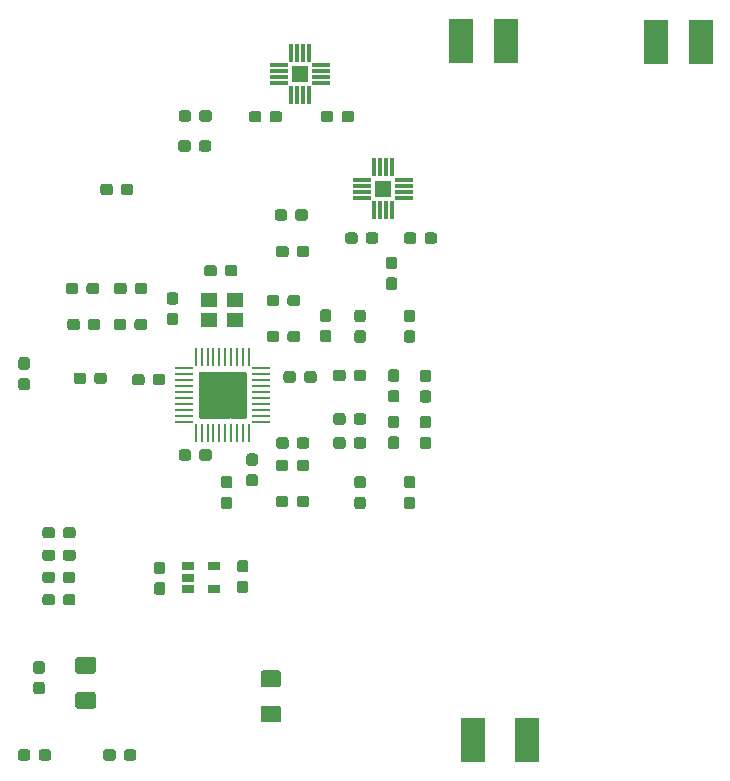
<source format=gbr>
G04 #@! TF.GenerationSoftware,KiCad,Pcbnew,5.1.4+dfsg1-1*
G04 #@! TF.CreationDate,2020-01-17T08:12:17-05:00*
G04 #@! TF.ProjectId,RasPi_NFC_Audio_KiCAD,52617350-695f-44e4-9643-5f417564696f,rev?*
G04 #@! TF.SameCoordinates,Original*
G04 #@! TF.FileFunction,Paste,Top*
G04 #@! TF.FilePolarity,Positive*
%FSLAX46Y46*%
G04 Gerber Fmt 4.6, Leading zero omitted, Abs format (unit mm)*
G04 Created by KiCad (PCBNEW 5.1.4+dfsg1-1) date 2020-01-17 08:12:17*
%MOMM*%
%LPD*%
G04 APERTURE LIST*
%ADD10C,0.381000*%
%ADD11C,0.100000*%
%ADD12C,0.950000*%
%ADD13C,1.425000*%
%ADD14R,1.060000X0.650000*%
%ADD15R,0.250000X1.500000*%
%ADD16R,1.500000X0.250000*%
%ADD17R,4.000000X4.000000*%
%ADD18R,1.500000X0.304800*%
%ADD19R,0.304800X1.500000*%
%ADD20R,1.447800X1.447800*%
%ADD21R,1.400000X1.200000*%
%ADD22R,2.000000X3.800000*%
G04 APERTURE END LIST*
D10*
G36*
X132802908Y-81412000D02*
G01*
X131804400Y-81412000D01*
X131804400Y-80411067D01*
X132802908Y-80411067D01*
X132802908Y-81412000D01*
G37*
X132802908Y-81412000D02*
X131804400Y-81412000D01*
X131804400Y-80411067D01*
X132802908Y-80411067D01*
X132802908Y-81412000D01*
G36*
X132803255Y-80112000D02*
G01*
X131804400Y-80112000D01*
X131804400Y-79109420D01*
X132803255Y-79109420D01*
X132803255Y-80112000D01*
G37*
X132803255Y-80112000D02*
X131804400Y-80112000D01*
X131804400Y-79109420D01*
X132803255Y-79109420D01*
X132803255Y-80112000D01*
G36*
X134104604Y-80112000D02*
G01*
X133104400Y-80112000D01*
X133104400Y-79111270D01*
X134104604Y-79111270D01*
X134104604Y-80112000D01*
G37*
X134104604Y-80112000D02*
X133104400Y-80112000D01*
X133104400Y-79111270D01*
X134104604Y-79111270D01*
X134104604Y-80112000D01*
G36*
X134104653Y-81412000D02*
G01*
X133104400Y-81412000D01*
X133104400Y-80411747D01*
X134104653Y-80411747D01*
X134104653Y-81412000D01*
G37*
X134104653Y-81412000D02*
X133104400Y-81412000D01*
X133104400Y-80411747D01*
X134104653Y-80411747D01*
X134104653Y-81412000D01*
G36*
X135406190Y-80112000D02*
G01*
X134404400Y-80112000D01*
X134404400Y-79110210D01*
X135406190Y-79110210D01*
X135406190Y-80112000D01*
G37*
X135406190Y-80112000D02*
X134404400Y-80112000D01*
X134404400Y-79110210D01*
X135406190Y-79110210D01*
X135406190Y-80112000D01*
G36*
X135406190Y-81412000D02*
G01*
X134404400Y-81412000D01*
X134404400Y-80411503D01*
X135406190Y-80411503D01*
X135406190Y-81412000D01*
G37*
X135406190Y-81412000D02*
X134404400Y-81412000D01*
X134404400Y-80411503D01*
X135406190Y-80411503D01*
X135406190Y-81412000D01*
G36*
X132803394Y-82712000D02*
G01*
X131804400Y-82712000D01*
X131804400Y-81713006D01*
X132803394Y-81713006D01*
X132803394Y-82712000D01*
G37*
X132803394Y-82712000D02*
X131804400Y-82712000D01*
X131804400Y-81713006D01*
X132803394Y-81713006D01*
X132803394Y-82712000D01*
G36*
X134104783Y-82712000D02*
G01*
X133104400Y-82712000D01*
X133104400Y-81712613D01*
X134104783Y-81712613D01*
X134104783Y-82712000D01*
G37*
X134104783Y-82712000D02*
X133104400Y-82712000D01*
X133104400Y-81712613D01*
X134104783Y-81712613D01*
X134104783Y-82712000D01*
G36*
X135407440Y-82712000D02*
G01*
X134404400Y-82712000D01*
X134404400Y-81713352D01*
X135407440Y-81713352D01*
X135407440Y-82712000D01*
G37*
X135407440Y-82712000D02*
X134404400Y-82712000D01*
X134404400Y-81713352D01*
X135407440Y-81713352D01*
X135407440Y-82712000D01*
D11*
G36*
X151060979Y-78762544D02*
G01*
X151084034Y-78765963D01*
X151106643Y-78771627D01*
X151128587Y-78779479D01*
X151149657Y-78789444D01*
X151169648Y-78801426D01*
X151188368Y-78815310D01*
X151205638Y-78830962D01*
X151221290Y-78848232D01*
X151235174Y-78866952D01*
X151247156Y-78886943D01*
X151257121Y-78908013D01*
X151264973Y-78929957D01*
X151270637Y-78952566D01*
X151274056Y-78975621D01*
X151275200Y-78998900D01*
X151275200Y-79573900D01*
X151274056Y-79597179D01*
X151270637Y-79620234D01*
X151264973Y-79642843D01*
X151257121Y-79664787D01*
X151247156Y-79685857D01*
X151235174Y-79705848D01*
X151221290Y-79724568D01*
X151205638Y-79741838D01*
X151188368Y-79757490D01*
X151169648Y-79771374D01*
X151149657Y-79783356D01*
X151128587Y-79793321D01*
X151106643Y-79801173D01*
X151084034Y-79806837D01*
X151060979Y-79810256D01*
X151037700Y-79811400D01*
X150562700Y-79811400D01*
X150539421Y-79810256D01*
X150516366Y-79806837D01*
X150493757Y-79801173D01*
X150471813Y-79793321D01*
X150450743Y-79783356D01*
X150430752Y-79771374D01*
X150412032Y-79757490D01*
X150394762Y-79741838D01*
X150379110Y-79724568D01*
X150365226Y-79705848D01*
X150353244Y-79685857D01*
X150343279Y-79664787D01*
X150335427Y-79642843D01*
X150329763Y-79620234D01*
X150326344Y-79597179D01*
X150325200Y-79573900D01*
X150325200Y-78998900D01*
X150326344Y-78975621D01*
X150329763Y-78952566D01*
X150335427Y-78929957D01*
X150343279Y-78908013D01*
X150353244Y-78886943D01*
X150365226Y-78866952D01*
X150379110Y-78848232D01*
X150394762Y-78830962D01*
X150412032Y-78815310D01*
X150430752Y-78801426D01*
X150450743Y-78789444D01*
X150471813Y-78779479D01*
X150493757Y-78771627D01*
X150516366Y-78765963D01*
X150539421Y-78762544D01*
X150562700Y-78761400D01*
X151037700Y-78761400D01*
X151060979Y-78762544D01*
X151060979Y-78762544D01*
G37*
D12*
X150800200Y-79286400D03*
D11*
G36*
X151060979Y-80512544D02*
G01*
X151084034Y-80515963D01*
X151106643Y-80521627D01*
X151128587Y-80529479D01*
X151149657Y-80539444D01*
X151169648Y-80551426D01*
X151188368Y-80565310D01*
X151205638Y-80580962D01*
X151221290Y-80598232D01*
X151235174Y-80616952D01*
X151247156Y-80636943D01*
X151257121Y-80658013D01*
X151264973Y-80679957D01*
X151270637Y-80702566D01*
X151274056Y-80725621D01*
X151275200Y-80748900D01*
X151275200Y-81323900D01*
X151274056Y-81347179D01*
X151270637Y-81370234D01*
X151264973Y-81392843D01*
X151257121Y-81414787D01*
X151247156Y-81435857D01*
X151235174Y-81455848D01*
X151221290Y-81474568D01*
X151205638Y-81491838D01*
X151188368Y-81507490D01*
X151169648Y-81521374D01*
X151149657Y-81533356D01*
X151128587Y-81543321D01*
X151106643Y-81551173D01*
X151084034Y-81556837D01*
X151060979Y-81560256D01*
X151037700Y-81561400D01*
X150562700Y-81561400D01*
X150539421Y-81560256D01*
X150516366Y-81556837D01*
X150493757Y-81551173D01*
X150471813Y-81543321D01*
X150450743Y-81533356D01*
X150430752Y-81521374D01*
X150412032Y-81507490D01*
X150394762Y-81491838D01*
X150379110Y-81474568D01*
X150365226Y-81455848D01*
X150353244Y-81435857D01*
X150343279Y-81414787D01*
X150335427Y-81392843D01*
X150329763Y-81370234D01*
X150326344Y-81347179D01*
X150325200Y-81323900D01*
X150325200Y-80748900D01*
X150326344Y-80725621D01*
X150329763Y-80702566D01*
X150335427Y-80679957D01*
X150343279Y-80658013D01*
X150353244Y-80636943D01*
X150365226Y-80616952D01*
X150379110Y-80598232D01*
X150394762Y-80580962D01*
X150412032Y-80565310D01*
X150430752Y-80551426D01*
X150450743Y-80539444D01*
X150471813Y-80529479D01*
X150493757Y-80521627D01*
X150516366Y-80515963D01*
X150539421Y-80512544D01*
X150562700Y-80511400D01*
X151037700Y-80511400D01*
X151060979Y-80512544D01*
X151060979Y-80512544D01*
G37*
D12*
X150800200Y-81036400D03*
D11*
G36*
X122671504Y-106061104D02*
G01*
X122695773Y-106064704D01*
X122719571Y-106070665D01*
X122742671Y-106078930D01*
X122764849Y-106089420D01*
X122785893Y-106102033D01*
X122805598Y-106116647D01*
X122823777Y-106133123D01*
X122840253Y-106151302D01*
X122854867Y-106171007D01*
X122867480Y-106192051D01*
X122877970Y-106214229D01*
X122886235Y-106237329D01*
X122892196Y-106261127D01*
X122895796Y-106285396D01*
X122897000Y-106309900D01*
X122897000Y-107234900D01*
X122895796Y-107259404D01*
X122892196Y-107283673D01*
X122886235Y-107307471D01*
X122877970Y-107330571D01*
X122867480Y-107352749D01*
X122854867Y-107373793D01*
X122840253Y-107393498D01*
X122823777Y-107411677D01*
X122805598Y-107428153D01*
X122785893Y-107442767D01*
X122764849Y-107455380D01*
X122742671Y-107465870D01*
X122719571Y-107474135D01*
X122695773Y-107480096D01*
X122671504Y-107483696D01*
X122647000Y-107484900D01*
X121397000Y-107484900D01*
X121372496Y-107483696D01*
X121348227Y-107480096D01*
X121324429Y-107474135D01*
X121301329Y-107465870D01*
X121279151Y-107455380D01*
X121258107Y-107442767D01*
X121238402Y-107428153D01*
X121220223Y-107411677D01*
X121203747Y-107393498D01*
X121189133Y-107373793D01*
X121176520Y-107352749D01*
X121166030Y-107330571D01*
X121157765Y-107307471D01*
X121151804Y-107283673D01*
X121148204Y-107259404D01*
X121147000Y-107234900D01*
X121147000Y-106309900D01*
X121148204Y-106285396D01*
X121151804Y-106261127D01*
X121157765Y-106237329D01*
X121166030Y-106214229D01*
X121176520Y-106192051D01*
X121189133Y-106171007D01*
X121203747Y-106151302D01*
X121220223Y-106133123D01*
X121238402Y-106116647D01*
X121258107Y-106102033D01*
X121279151Y-106089420D01*
X121301329Y-106078930D01*
X121324429Y-106070665D01*
X121348227Y-106064704D01*
X121372496Y-106061104D01*
X121397000Y-106059900D01*
X122647000Y-106059900D01*
X122671504Y-106061104D01*
X122671504Y-106061104D01*
G37*
D13*
X122022000Y-106772400D03*
D11*
G36*
X122671504Y-103086104D02*
G01*
X122695773Y-103089704D01*
X122719571Y-103095665D01*
X122742671Y-103103930D01*
X122764849Y-103114420D01*
X122785893Y-103127033D01*
X122805598Y-103141647D01*
X122823777Y-103158123D01*
X122840253Y-103176302D01*
X122854867Y-103196007D01*
X122867480Y-103217051D01*
X122877970Y-103239229D01*
X122886235Y-103262329D01*
X122892196Y-103286127D01*
X122895796Y-103310396D01*
X122897000Y-103334900D01*
X122897000Y-104259900D01*
X122895796Y-104284404D01*
X122892196Y-104308673D01*
X122886235Y-104332471D01*
X122877970Y-104355571D01*
X122867480Y-104377749D01*
X122854867Y-104398793D01*
X122840253Y-104418498D01*
X122823777Y-104436677D01*
X122805598Y-104453153D01*
X122785893Y-104467767D01*
X122764849Y-104480380D01*
X122742671Y-104490870D01*
X122719571Y-104499135D01*
X122695773Y-104505096D01*
X122671504Y-104508696D01*
X122647000Y-104509900D01*
X121397000Y-104509900D01*
X121372496Y-104508696D01*
X121348227Y-104505096D01*
X121324429Y-104499135D01*
X121301329Y-104490870D01*
X121279151Y-104480380D01*
X121258107Y-104467767D01*
X121238402Y-104453153D01*
X121220223Y-104436677D01*
X121203747Y-104418498D01*
X121189133Y-104398793D01*
X121176520Y-104377749D01*
X121166030Y-104355571D01*
X121157765Y-104332471D01*
X121151804Y-104308673D01*
X121148204Y-104284404D01*
X121147000Y-104259900D01*
X121147000Y-103334900D01*
X121148204Y-103310396D01*
X121151804Y-103286127D01*
X121157765Y-103262329D01*
X121166030Y-103239229D01*
X121176520Y-103217051D01*
X121189133Y-103196007D01*
X121203747Y-103176302D01*
X121220223Y-103158123D01*
X121238402Y-103141647D01*
X121258107Y-103127033D01*
X121279151Y-103114420D01*
X121301329Y-103103930D01*
X121324429Y-103095665D01*
X121348227Y-103089704D01*
X121372496Y-103086104D01*
X121397000Y-103084900D01*
X122647000Y-103084900D01*
X122671504Y-103086104D01*
X122671504Y-103086104D01*
G37*
D13*
X122022000Y-103797400D03*
D11*
G36*
X128556579Y-95021144D02*
G01*
X128579634Y-95024563D01*
X128602243Y-95030227D01*
X128624187Y-95038079D01*
X128645257Y-95048044D01*
X128665248Y-95060026D01*
X128683968Y-95073910D01*
X128701238Y-95089562D01*
X128716890Y-95106832D01*
X128730774Y-95125552D01*
X128742756Y-95145543D01*
X128752721Y-95166613D01*
X128760573Y-95188557D01*
X128766237Y-95211166D01*
X128769656Y-95234221D01*
X128770800Y-95257500D01*
X128770800Y-95832500D01*
X128769656Y-95855779D01*
X128766237Y-95878834D01*
X128760573Y-95901443D01*
X128752721Y-95923387D01*
X128742756Y-95944457D01*
X128730774Y-95964448D01*
X128716890Y-95983168D01*
X128701238Y-96000438D01*
X128683968Y-96016090D01*
X128665248Y-96029974D01*
X128645257Y-96041956D01*
X128624187Y-96051921D01*
X128602243Y-96059773D01*
X128579634Y-96065437D01*
X128556579Y-96068856D01*
X128533300Y-96070000D01*
X128058300Y-96070000D01*
X128035021Y-96068856D01*
X128011966Y-96065437D01*
X127989357Y-96059773D01*
X127967413Y-96051921D01*
X127946343Y-96041956D01*
X127926352Y-96029974D01*
X127907632Y-96016090D01*
X127890362Y-96000438D01*
X127874710Y-95983168D01*
X127860826Y-95964448D01*
X127848844Y-95944457D01*
X127838879Y-95923387D01*
X127831027Y-95901443D01*
X127825363Y-95878834D01*
X127821944Y-95855779D01*
X127820800Y-95832500D01*
X127820800Y-95257500D01*
X127821944Y-95234221D01*
X127825363Y-95211166D01*
X127831027Y-95188557D01*
X127838879Y-95166613D01*
X127848844Y-95145543D01*
X127860826Y-95125552D01*
X127874710Y-95106832D01*
X127890362Y-95089562D01*
X127907632Y-95073910D01*
X127926352Y-95060026D01*
X127946343Y-95048044D01*
X127967413Y-95038079D01*
X127989357Y-95030227D01*
X128011966Y-95024563D01*
X128035021Y-95021144D01*
X128058300Y-95020000D01*
X128533300Y-95020000D01*
X128556579Y-95021144D01*
X128556579Y-95021144D01*
G37*
D12*
X128295800Y-95545000D03*
D11*
G36*
X128556579Y-96771144D02*
G01*
X128579634Y-96774563D01*
X128602243Y-96780227D01*
X128624187Y-96788079D01*
X128645257Y-96798044D01*
X128665248Y-96810026D01*
X128683968Y-96823910D01*
X128701238Y-96839562D01*
X128716890Y-96856832D01*
X128730774Y-96875552D01*
X128742756Y-96895543D01*
X128752721Y-96916613D01*
X128760573Y-96938557D01*
X128766237Y-96961166D01*
X128769656Y-96984221D01*
X128770800Y-97007500D01*
X128770800Y-97582500D01*
X128769656Y-97605779D01*
X128766237Y-97628834D01*
X128760573Y-97651443D01*
X128752721Y-97673387D01*
X128742756Y-97694457D01*
X128730774Y-97714448D01*
X128716890Y-97733168D01*
X128701238Y-97750438D01*
X128683968Y-97766090D01*
X128665248Y-97779974D01*
X128645257Y-97791956D01*
X128624187Y-97801921D01*
X128602243Y-97809773D01*
X128579634Y-97815437D01*
X128556579Y-97818856D01*
X128533300Y-97820000D01*
X128058300Y-97820000D01*
X128035021Y-97818856D01*
X128011966Y-97815437D01*
X127989357Y-97809773D01*
X127967413Y-97801921D01*
X127946343Y-97791956D01*
X127926352Y-97779974D01*
X127907632Y-97766090D01*
X127890362Y-97750438D01*
X127874710Y-97733168D01*
X127860826Y-97714448D01*
X127848844Y-97694457D01*
X127838879Y-97673387D01*
X127831027Y-97651443D01*
X127825363Y-97628834D01*
X127821944Y-97605779D01*
X127820800Y-97582500D01*
X127820800Y-97007500D01*
X127821944Y-96984221D01*
X127825363Y-96961166D01*
X127831027Y-96938557D01*
X127838879Y-96916613D01*
X127848844Y-96895543D01*
X127860826Y-96875552D01*
X127874710Y-96856832D01*
X127890362Y-96839562D01*
X127907632Y-96823910D01*
X127926352Y-96810026D01*
X127946343Y-96798044D01*
X127967413Y-96788079D01*
X127989357Y-96780227D01*
X128011966Y-96774563D01*
X128035021Y-96771144D01*
X128058300Y-96770000D01*
X128533300Y-96770000D01*
X128556579Y-96771144D01*
X128556579Y-96771144D01*
G37*
D12*
X128295800Y-97295000D03*
D11*
G36*
X117075779Y-79471144D02*
G01*
X117098834Y-79474563D01*
X117121443Y-79480227D01*
X117143387Y-79488079D01*
X117164457Y-79498044D01*
X117184448Y-79510026D01*
X117203168Y-79523910D01*
X117220438Y-79539562D01*
X117236090Y-79556832D01*
X117249974Y-79575552D01*
X117261956Y-79595543D01*
X117271921Y-79616613D01*
X117279773Y-79638557D01*
X117285437Y-79661166D01*
X117288856Y-79684221D01*
X117290000Y-79707500D01*
X117290000Y-80282500D01*
X117288856Y-80305779D01*
X117285437Y-80328834D01*
X117279773Y-80351443D01*
X117271921Y-80373387D01*
X117261956Y-80394457D01*
X117249974Y-80414448D01*
X117236090Y-80433168D01*
X117220438Y-80450438D01*
X117203168Y-80466090D01*
X117184448Y-80479974D01*
X117164457Y-80491956D01*
X117143387Y-80501921D01*
X117121443Y-80509773D01*
X117098834Y-80515437D01*
X117075779Y-80518856D01*
X117052500Y-80520000D01*
X116577500Y-80520000D01*
X116554221Y-80518856D01*
X116531166Y-80515437D01*
X116508557Y-80509773D01*
X116486613Y-80501921D01*
X116465543Y-80491956D01*
X116445552Y-80479974D01*
X116426832Y-80466090D01*
X116409562Y-80450438D01*
X116393910Y-80433168D01*
X116380026Y-80414448D01*
X116368044Y-80394457D01*
X116358079Y-80373387D01*
X116350227Y-80351443D01*
X116344563Y-80328834D01*
X116341144Y-80305779D01*
X116340000Y-80282500D01*
X116340000Y-79707500D01*
X116341144Y-79684221D01*
X116344563Y-79661166D01*
X116350227Y-79638557D01*
X116358079Y-79616613D01*
X116368044Y-79595543D01*
X116380026Y-79575552D01*
X116393910Y-79556832D01*
X116409562Y-79539562D01*
X116426832Y-79523910D01*
X116445552Y-79510026D01*
X116465543Y-79498044D01*
X116486613Y-79488079D01*
X116508557Y-79480227D01*
X116531166Y-79474563D01*
X116554221Y-79471144D01*
X116577500Y-79470000D01*
X117052500Y-79470000D01*
X117075779Y-79471144D01*
X117075779Y-79471144D01*
G37*
D12*
X116815000Y-79995000D03*
D11*
G36*
X117075779Y-77721144D02*
G01*
X117098834Y-77724563D01*
X117121443Y-77730227D01*
X117143387Y-77738079D01*
X117164457Y-77748044D01*
X117184448Y-77760026D01*
X117203168Y-77773910D01*
X117220438Y-77789562D01*
X117236090Y-77806832D01*
X117249974Y-77825552D01*
X117261956Y-77845543D01*
X117271921Y-77866613D01*
X117279773Y-77888557D01*
X117285437Y-77911166D01*
X117288856Y-77934221D01*
X117290000Y-77957500D01*
X117290000Y-78532500D01*
X117288856Y-78555779D01*
X117285437Y-78578834D01*
X117279773Y-78601443D01*
X117271921Y-78623387D01*
X117261956Y-78644457D01*
X117249974Y-78664448D01*
X117236090Y-78683168D01*
X117220438Y-78700438D01*
X117203168Y-78716090D01*
X117184448Y-78729974D01*
X117164457Y-78741956D01*
X117143387Y-78751921D01*
X117121443Y-78759773D01*
X117098834Y-78765437D01*
X117075779Y-78768856D01*
X117052500Y-78770000D01*
X116577500Y-78770000D01*
X116554221Y-78768856D01*
X116531166Y-78765437D01*
X116508557Y-78759773D01*
X116486613Y-78751921D01*
X116465543Y-78741956D01*
X116445552Y-78729974D01*
X116426832Y-78716090D01*
X116409562Y-78700438D01*
X116393910Y-78683168D01*
X116380026Y-78664448D01*
X116368044Y-78644457D01*
X116358079Y-78623387D01*
X116350227Y-78601443D01*
X116344563Y-78578834D01*
X116341144Y-78555779D01*
X116340000Y-78532500D01*
X116340000Y-77957500D01*
X116341144Y-77934221D01*
X116344563Y-77911166D01*
X116350227Y-77888557D01*
X116358079Y-77866613D01*
X116368044Y-77845543D01*
X116380026Y-77825552D01*
X116393910Y-77806832D01*
X116409562Y-77789562D01*
X116426832Y-77773910D01*
X116445552Y-77760026D01*
X116465543Y-77748044D01*
X116486613Y-77738079D01*
X116508557Y-77730227D01*
X116531166Y-77724563D01*
X116554221Y-77721144D01*
X116577500Y-77720000D01*
X117052500Y-77720000D01*
X117075779Y-77721144D01*
X117075779Y-77721144D01*
G37*
D12*
X116815000Y-78245000D03*
D11*
G36*
X135592379Y-96641544D02*
G01*
X135615434Y-96644963D01*
X135638043Y-96650627D01*
X135659987Y-96658479D01*
X135681057Y-96668444D01*
X135701048Y-96680426D01*
X135719768Y-96694310D01*
X135737038Y-96709962D01*
X135752690Y-96727232D01*
X135766574Y-96745952D01*
X135778556Y-96765943D01*
X135788521Y-96787013D01*
X135796373Y-96808957D01*
X135802037Y-96831566D01*
X135805456Y-96854621D01*
X135806600Y-96877900D01*
X135806600Y-97452900D01*
X135805456Y-97476179D01*
X135802037Y-97499234D01*
X135796373Y-97521843D01*
X135788521Y-97543787D01*
X135778556Y-97564857D01*
X135766574Y-97584848D01*
X135752690Y-97603568D01*
X135737038Y-97620838D01*
X135719768Y-97636490D01*
X135701048Y-97650374D01*
X135681057Y-97662356D01*
X135659987Y-97672321D01*
X135638043Y-97680173D01*
X135615434Y-97685837D01*
X135592379Y-97689256D01*
X135569100Y-97690400D01*
X135094100Y-97690400D01*
X135070821Y-97689256D01*
X135047766Y-97685837D01*
X135025157Y-97680173D01*
X135003213Y-97672321D01*
X134982143Y-97662356D01*
X134962152Y-97650374D01*
X134943432Y-97636490D01*
X134926162Y-97620838D01*
X134910510Y-97603568D01*
X134896626Y-97584848D01*
X134884644Y-97564857D01*
X134874679Y-97543787D01*
X134866827Y-97521843D01*
X134861163Y-97499234D01*
X134857744Y-97476179D01*
X134856600Y-97452900D01*
X134856600Y-96877900D01*
X134857744Y-96854621D01*
X134861163Y-96831566D01*
X134866827Y-96808957D01*
X134874679Y-96787013D01*
X134884644Y-96765943D01*
X134896626Y-96745952D01*
X134910510Y-96727232D01*
X134926162Y-96709962D01*
X134943432Y-96694310D01*
X134962152Y-96680426D01*
X134982143Y-96668444D01*
X135003213Y-96658479D01*
X135025157Y-96650627D01*
X135047766Y-96644963D01*
X135070821Y-96641544D01*
X135094100Y-96640400D01*
X135569100Y-96640400D01*
X135592379Y-96641544D01*
X135592379Y-96641544D01*
G37*
D12*
X135331600Y-97165400D03*
D11*
G36*
X135592379Y-94891544D02*
G01*
X135615434Y-94894963D01*
X135638043Y-94900627D01*
X135659987Y-94908479D01*
X135681057Y-94918444D01*
X135701048Y-94930426D01*
X135719768Y-94944310D01*
X135737038Y-94959962D01*
X135752690Y-94977232D01*
X135766574Y-94995952D01*
X135778556Y-95015943D01*
X135788521Y-95037013D01*
X135796373Y-95058957D01*
X135802037Y-95081566D01*
X135805456Y-95104621D01*
X135806600Y-95127900D01*
X135806600Y-95702900D01*
X135805456Y-95726179D01*
X135802037Y-95749234D01*
X135796373Y-95771843D01*
X135788521Y-95793787D01*
X135778556Y-95814857D01*
X135766574Y-95834848D01*
X135752690Y-95853568D01*
X135737038Y-95870838D01*
X135719768Y-95886490D01*
X135701048Y-95900374D01*
X135681057Y-95912356D01*
X135659987Y-95922321D01*
X135638043Y-95930173D01*
X135615434Y-95935837D01*
X135592379Y-95939256D01*
X135569100Y-95940400D01*
X135094100Y-95940400D01*
X135070821Y-95939256D01*
X135047766Y-95935837D01*
X135025157Y-95930173D01*
X135003213Y-95922321D01*
X134982143Y-95912356D01*
X134962152Y-95900374D01*
X134943432Y-95886490D01*
X134926162Y-95870838D01*
X134910510Y-95853568D01*
X134896626Y-95834848D01*
X134884644Y-95814857D01*
X134874679Y-95793787D01*
X134866827Y-95771843D01*
X134861163Y-95749234D01*
X134857744Y-95726179D01*
X134856600Y-95702900D01*
X134856600Y-95127900D01*
X134857744Y-95104621D01*
X134861163Y-95081566D01*
X134866827Y-95058957D01*
X134874679Y-95037013D01*
X134884644Y-95015943D01*
X134896626Y-94995952D01*
X134910510Y-94977232D01*
X134926162Y-94959962D01*
X134943432Y-94944310D01*
X134962152Y-94930426D01*
X134982143Y-94918444D01*
X135003213Y-94908479D01*
X135025157Y-94900627D01*
X135047766Y-94894963D01*
X135070821Y-94891544D01*
X135094100Y-94890400D01*
X135569100Y-94890400D01*
X135592379Y-94891544D01*
X135592379Y-94891544D01*
G37*
D12*
X135331600Y-95415400D03*
D11*
G36*
X118345779Y-105201344D02*
G01*
X118368834Y-105204763D01*
X118391443Y-105210427D01*
X118413387Y-105218279D01*
X118434457Y-105228244D01*
X118454448Y-105240226D01*
X118473168Y-105254110D01*
X118490438Y-105269762D01*
X118506090Y-105287032D01*
X118519974Y-105305752D01*
X118531956Y-105325743D01*
X118541921Y-105346813D01*
X118549773Y-105368757D01*
X118555437Y-105391366D01*
X118558856Y-105414421D01*
X118560000Y-105437700D01*
X118560000Y-106012700D01*
X118558856Y-106035979D01*
X118555437Y-106059034D01*
X118549773Y-106081643D01*
X118541921Y-106103587D01*
X118531956Y-106124657D01*
X118519974Y-106144648D01*
X118506090Y-106163368D01*
X118490438Y-106180638D01*
X118473168Y-106196290D01*
X118454448Y-106210174D01*
X118434457Y-106222156D01*
X118413387Y-106232121D01*
X118391443Y-106239973D01*
X118368834Y-106245637D01*
X118345779Y-106249056D01*
X118322500Y-106250200D01*
X117847500Y-106250200D01*
X117824221Y-106249056D01*
X117801166Y-106245637D01*
X117778557Y-106239973D01*
X117756613Y-106232121D01*
X117735543Y-106222156D01*
X117715552Y-106210174D01*
X117696832Y-106196290D01*
X117679562Y-106180638D01*
X117663910Y-106163368D01*
X117650026Y-106144648D01*
X117638044Y-106124657D01*
X117628079Y-106103587D01*
X117620227Y-106081643D01*
X117614563Y-106059034D01*
X117611144Y-106035979D01*
X117610000Y-106012700D01*
X117610000Y-105437700D01*
X117611144Y-105414421D01*
X117614563Y-105391366D01*
X117620227Y-105368757D01*
X117628079Y-105346813D01*
X117638044Y-105325743D01*
X117650026Y-105305752D01*
X117663910Y-105287032D01*
X117679562Y-105269762D01*
X117696832Y-105254110D01*
X117715552Y-105240226D01*
X117735543Y-105228244D01*
X117756613Y-105218279D01*
X117778557Y-105210427D01*
X117801166Y-105204763D01*
X117824221Y-105201344D01*
X117847500Y-105200200D01*
X118322500Y-105200200D01*
X118345779Y-105201344D01*
X118345779Y-105201344D01*
G37*
D12*
X118085000Y-105725200D03*
D11*
G36*
X118345779Y-103451344D02*
G01*
X118368834Y-103454763D01*
X118391443Y-103460427D01*
X118413387Y-103468279D01*
X118434457Y-103478244D01*
X118454448Y-103490226D01*
X118473168Y-103504110D01*
X118490438Y-103519762D01*
X118506090Y-103537032D01*
X118519974Y-103555752D01*
X118531956Y-103575743D01*
X118541921Y-103596813D01*
X118549773Y-103618757D01*
X118555437Y-103641366D01*
X118558856Y-103664421D01*
X118560000Y-103687700D01*
X118560000Y-104262700D01*
X118558856Y-104285979D01*
X118555437Y-104309034D01*
X118549773Y-104331643D01*
X118541921Y-104353587D01*
X118531956Y-104374657D01*
X118519974Y-104394648D01*
X118506090Y-104413368D01*
X118490438Y-104430638D01*
X118473168Y-104446290D01*
X118454448Y-104460174D01*
X118434457Y-104472156D01*
X118413387Y-104482121D01*
X118391443Y-104489973D01*
X118368834Y-104495637D01*
X118345779Y-104499056D01*
X118322500Y-104500200D01*
X117847500Y-104500200D01*
X117824221Y-104499056D01*
X117801166Y-104495637D01*
X117778557Y-104489973D01*
X117756613Y-104482121D01*
X117735543Y-104472156D01*
X117715552Y-104460174D01*
X117696832Y-104446290D01*
X117679562Y-104430638D01*
X117663910Y-104413368D01*
X117650026Y-104394648D01*
X117638044Y-104374657D01*
X117628079Y-104353587D01*
X117620227Y-104331643D01*
X117614563Y-104309034D01*
X117611144Y-104285979D01*
X117610000Y-104262700D01*
X117610000Y-103687700D01*
X117611144Y-103664421D01*
X117614563Y-103641366D01*
X117620227Y-103618757D01*
X117628079Y-103596813D01*
X117638044Y-103575743D01*
X117650026Y-103555752D01*
X117663910Y-103537032D01*
X117679562Y-103519762D01*
X117696832Y-103504110D01*
X117715552Y-103490226D01*
X117735543Y-103478244D01*
X117756613Y-103468279D01*
X117778557Y-103460427D01*
X117801166Y-103454763D01*
X117824221Y-103451344D01*
X117847500Y-103450200D01*
X118322500Y-103450200D01*
X118345779Y-103451344D01*
X118345779Y-103451344D01*
G37*
D12*
X118085000Y-103975200D03*
D11*
G36*
X132913179Y-69922544D02*
G01*
X132936234Y-69925963D01*
X132958843Y-69931627D01*
X132980787Y-69939479D01*
X133001857Y-69949444D01*
X133021848Y-69961426D01*
X133040568Y-69975310D01*
X133057838Y-69990962D01*
X133073490Y-70008232D01*
X133087374Y-70026952D01*
X133099356Y-70046943D01*
X133109321Y-70068013D01*
X133117173Y-70089957D01*
X133122837Y-70112566D01*
X133126256Y-70135621D01*
X133127400Y-70158900D01*
X133127400Y-70633900D01*
X133126256Y-70657179D01*
X133122837Y-70680234D01*
X133117173Y-70702843D01*
X133109321Y-70724787D01*
X133099356Y-70745857D01*
X133087374Y-70765848D01*
X133073490Y-70784568D01*
X133057838Y-70801838D01*
X133040568Y-70817490D01*
X133021848Y-70831374D01*
X133001857Y-70843356D01*
X132980787Y-70853321D01*
X132958843Y-70861173D01*
X132936234Y-70866837D01*
X132913179Y-70870256D01*
X132889900Y-70871400D01*
X132314900Y-70871400D01*
X132291621Y-70870256D01*
X132268566Y-70866837D01*
X132245957Y-70861173D01*
X132224013Y-70853321D01*
X132202943Y-70843356D01*
X132182952Y-70831374D01*
X132164232Y-70817490D01*
X132146962Y-70801838D01*
X132131310Y-70784568D01*
X132117426Y-70765848D01*
X132105444Y-70745857D01*
X132095479Y-70724787D01*
X132087627Y-70702843D01*
X132081963Y-70680234D01*
X132078544Y-70657179D01*
X132077400Y-70633900D01*
X132077400Y-70158900D01*
X132078544Y-70135621D01*
X132081963Y-70112566D01*
X132087627Y-70089957D01*
X132095479Y-70068013D01*
X132105444Y-70046943D01*
X132117426Y-70026952D01*
X132131310Y-70008232D01*
X132146962Y-69990962D01*
X132164232Y-69975310D01*
X132182952Y-69961426D01*
X132202943Y-69949444D01*
X132224013Y-69939479D01*
X132245957Y-69931627D01*
X132268566Y-69925963D01*
X132291621Y-69922544D01*
X132314900Y-69921400D01*
X132889900Y-69921400D01*
X132913179Y-69922544D01*
X132913179Y-69922544D01*
G37*
D12*
X132602400Y-70396400D03*
D11*
G36*
X134663179Y-69922544D02*
G01*
X134686234Y-69925963D01*
X134708843Y-69931627D01*
X134730787Y-69939479D01*
X134751857Y-69949444D01*
X134771848Y-69961426D01*
X134790568Y-69975310D01*
X134807838Y-69990962D01*
X134823490Y-70008232D01*
X134837374Y-70026952D01*
X134849356Y-70046943D01*
X134859321Y-70068013D01*
X134867173Y-70089957D01*
X134872837Y-70112566D01*
X134876256Y-70135621D01*
X134877400Y-70158900D01*
X134877400Y-70633900D01*
X134876256Y-70657179D01*
X134872837Y-70680234D01*
X134867173Y-70702843D01*
X134859321Y-70724787D01*
X134849356Y-70745857D01*
X134837374Y-70765848D01*
X134823490Y-70784568D01*
X134807838Y-70801838D01*
X134790568Y-70817490D01*
X134771848Y-70831374D01*
X134751857Y-70843356D01*
X134730787Y-70853321D01*
X134708843Y-70861173D01*
X134686234Y-70866837D01*
X134663179Y-70870256D01*
X134639900Y-70871400D01*
X134064900Y-70871400D01*
X134041621Y-70870256D01*
X134018566Y-70866837D01*
X133995957Y-70861173D01*
X133974013Y-70853321D01*
X133952943Y-70843356D01*
X133932952Y-70831374D01*
X133914232Y-70817490D01*
X133896962Y-70801838D01*
X133881310Y-70784568D01*
X133867426Y-70765848D01*
X133855444Y-70745857D01*
X133845479Y-70724787D01*
X133837627Y-70702843D01*
X133831963Y-70680234D01*
X133828544Y-70657179D01*
X133827400Y-70633900D01*
X133827400Y-70158900D01*
X133828544Y-70135621D01*
X133831963Y-70112566D01*
X133837627Y-70089957D01*
X133845479Y-70068013D01*
X133855444Y-70046943D01*
X133867426Y-70026952D01*
X133881310Y-70008232D01*
X133896962Y-69990962D01*
X133914232Y-69975310D01*
X133932952Y-69961426D01*
X133952943Y-69949444D01*
X133974013Y-69939479D01*
X133995957Y-69931627D01*
X134018566Y-69925963D01*
X134041621Y-69922544D01*
X134064900Y-69921400D01*
X134639900Y-69921400D01*
X134663179Y-69922544D01*
X134663179Y-69922544D01*
G37*
D12*
X134352400Y-70396400D03*
D11*
G36*
X129648779Y-73961944D02*
G01*
X129671834Y-73965363D01*
X129694443Y-73971027D01*
X129716387Y-73978879D01*
X129737457Y-73988844D01*
X129757448Y-74000826D01*
X129776168Y-74014710D01*
X129793438Y-74030362D01*
X129809090Y-74047632D01*
X129822974Y-74066352D01*
X129834956Y-74086343D01*
X129844921Y-74107413D01*
X129852773Y-74129357D01*
X129858437Y-74151966D01*
X129861856Y-74175021D01*
X129863000Y-74198300D01*
X129863000Y-74773300D01*
X129861856Y-74796579D01*
X129858437Y-74819634D01*
X129852773Y-74842243D01*
X129844921Y-74864187D01*
X129834956Y-74885257D01*
X129822974Y-74905248D01*
X129809090Y-74923968D01*
X129793438Y-74941238D01*
X129776168Y-74956890D01*
X129757448Y-74970774D01*
X129737457Y-74982756D01*
X129716387Y-74992721D01*
X129694443Y-75000573D01*
X129671834Y-75006237D01*
X129648779Y-75009656D01*
X129625500Y-75010800D01*
X129150500Y-75010800D01*
X129127221Y-75009656D01*
X129104166Y-75006237D01*
X129081557Y-75000573D01*
X129059613Y-74992721D01*
X129038543Y-74982756D01*
X129018552Y-74970774D01*
X128999832Y-74956890D01*
X128982562Y-74941238D01*
X128966910Y-74923968D01*
X128953026Y-74905248D01*
X128941044Y-74885257D01*
X128931079Y-74864187D01*
X128923227Y-74842243D01*
X128917563Y-74819634D01*
X128914144Y-74796579D01*
X128913000Y-74773300D01*
X128913000Y-74198300D01*
X128914144Y-74175021D01*
X128917563Y-74151966D01*
X128923227Y-74129357D01*
X128931079Y-74107413D01*
X128941044Y-74086343D01*
X128953026Y-74066352D01*
X128966910Y-74047632D01*
X128982562Y-74030362D01*
X128999832Y-74014710D01*
X129018552Y-74000826D01*
X129038543Y-73988844D01*
X129059613Y-73978879D01*
X129081557Y-73971027D01*
X129104166Y-73965363D01*
X129127221Y-73961944D01*
X129150500Y-73960800D01*
X129625500Y-73960800D01*
X129648779Y-73961944D01*
X129648779Y-73961944D01*
G37*
D12*
X129388000Y-74485800D03*
D11*
G36*
X129648779Y-72211944D02*
G01*
X129671834Y-72215363D01*
X129694443Y-72221027D01*
X129716387Y-72228879D01*
X129737457Y-72238844D01*
X129757448Y-72250826D01*
X129776168Y-72264710D01*
X129793438Y-72280362D01*
X129809090Y-72297632D01*
X129822974Y-72316352D01*
X129834956Y-72336343D01*
X129844921Y-72357413D01*
X129852773Y-72379357D01*
X129858437Y-72401966D01*
X129861856Y-72425021D01*
X129863000Y-72448300D01*
X129863000Y-73023300D01*
X129861856Y-73046579D01*
X129858437Y-73069634D01*
X129852773Y-73092243D01*
X129844921Y-73114187D01*
X129834956Y-73135257D01*
X129822974Y-73155248D01*
X129809090Y-73173968D01*
X129793438Y-73191238D01*
X129776168Y-73206890D01*
X129757448Y-73220774D01*
X129737457Y-73232756D01*
X129716387Y-73242721D01*
X129694443Y-73250573D01*
X129671834Y-73256237D01*
X129648779Y-73259656D01*
X129625500Y-73260800D01*
X129150500Y-73260800D01*
X129127221Y-73259656D01*
X129104166Y-73256237D01*
X129081557Y-73250573D01*
X129059613Y-73242721D01*
X129038543Y-73232756D01*
X129018552Y-73220774D01*
X128999832Y-73206890D01*
X128982562Y-73191238D01*
X128966910Y-73173968D01*
X128953026Y-73155248D01*
X128941044Y-73135257D01*
X128931079Y-73114187D01*
X128923227Y-73092243D01*
X128917563Y-73069634D01*
X128914144Y-73046579D01*
X128913000Y-73023300D01*
X128913000Y-72448300D01*
X128914144Y-72425021D01*
X128917563Y-72401966D01*
X128923227Y-72379357D01*
X128931079Y-72357413D01*
X128941044Y-72336343D01*
X128953026Y-72316352D01*
X128966910Y-72297632D01*
X128982562Y-72280362D01*
X128999832Y-72264710D01*
X129018552Y-72250826D01*
X129038543Y-72238844D01*
X129059613Y-72228879D01*
X129081557Y-72221027D01*
X129104166Y-72215363D01*
X129127221Y-72211944D01*
X129150500Y-72210800D01*
X129625500Y-72210800D01*
X129648779Y-72211944D01*
X129648779Y-72211944D01*
G37*
D12*
X129388000Y-72735800D03*
D11*
G36*
X140733779Y-89455144D02*
G01*
X140756834Y-89458563D01*
X140779443Y-89464227D01*
X140801387Y-89472079D01*
X140822457Y-89482044D01*
X140842448Y-89494026D01*
X140861168Y-89507910D01*
X140878438Y-89523562D01*
X140894090Y-89540832D01*
X140907974Y-89559552D01*
X140919956Y-89579543D01*
X140929921Y-89600613D01*
X140937773Y-89622557D01*
X140943437Y-89645166D01*
X140946856Y-89668221D01*
X140948000Y-89691500D01*
X140948000Y-90166500D01*
X140946856Y-90189779D01*
X140943437Y-90212834D01*
X140937773Y-90235443D01*
X140929921Y-90257387D01*
X140919956Y-90278457D01*
X140907974Y-90298448D01*
X140894090Y-90317168D01*
X140878438Y-90334438D01*
X140861168Y-90350090D01*
X140842448Y-90363974D01*
X140822457Y-90375956D01*
X140801387Y-90385921D01*
X140779443Y-90393773D01*
X140756834Y-90399437D01*
X140733779Y-90402856D01*
X140710500Y-90404000D01*
X140135500Y-90404000D01*
X140112221Y-90402856D01*
X140089166Y-90399437D01*
X140066557Y-90393773D01*
X140044613Y-90385921D01*
X140023543Y-90375956D01*
X140003552Y-90363974D01*
X139984832Y-90350090D01*
X139967562Y-90334438D01*
X139951910Y-90317168D01*
X139938026Y-90298448D01*
X139926044Y-90278457D01*
X139916079Y-90257387D01*
X139908227Y-90235443D01*
X139902563Y-90212834D01*
X139899144Y-90189779D01*
X139898000Y-90166500D01*
X139898000Y-89691500D01*
X139899144Y-89668221D01*
X139902563Y-89645166D01*
X139908227Y-89622557D01*
X139916079Y-89600613D01*
X139926044Y-89579543D01*
X139938026Y-89559552D01*
X139951910Y-89540832D01*
X139967562Y-89523562D01*
X139984832Y-89507910D01*
X140003552Y-89494026D01*
X140023543Y-89482044D01*
X140044613Y-89472079D01*
X140066557Y-89464227D01*
X140089166Y-89458563D01*
X140112221Y-89455144D01*
X140135500Y-89454000D01*
X140710500Y-89454000D01*
X140733779Y-89455144D01*
X140733779Y-89455144D01*
G37*
D12*
X140423000Y-89929000D03*
D11*
G36*
X138983779Y-89455144D02*
G01*
X139006834Y-89458563D01*
X139029443Y-89464227D01*
X139051387Y-89472079D01*
X139072457Y-89482044D01*
X139092448Y-89494026D01*
X139111168Y-89507910D01*
X139128438Y-89523562D01*
X139144090Y-89540832D01*
X139157974Y-89559552D01*
X139169956Y-89579543D01*
X139179921Y-89600613D01*
X139187773Y-89622557D01*
X139193437Y-89645166D01*
X139196856Y-89668221D01*
X139198000Y-89691500D01*
X139198000Y-90166500D01*
X139196856Y-90189779D01*
X139193437Y-90212834D01*
X139187773Y-90235443D01*
X139179921Y-90257387D01*
X139169956Y-90278457D01*
X139157974Y-90298448D01*
X139144090Y-90317168D01*
X139128438Y-90334438D01*
X139111168Y-90350090D01*
X139092448Y-90363974D01*
X139072457Y-90375956D01*
X139051387Y-90385921D01*
X139029443Y-90393773D01*
X139006834Y-90399437D01*
X138983779Y-90402856D01*
X138960500Y-90404000D01*
X138385500Y-90404000D01*
X138362221Y-90402856D01*
X138339166Y-90399437D01*
X138316557Y-90393773D01*
X138294613Y-90385921D01*
X138273543Y-90375956D01*
X138253552Y-90363974D01*
X138234832Y-90350090D01*
X138217562Y-90334438D01*
X138201910Y-90317168D01*
X138188026Y-90298448D01*
X138176044Y-90278457D01*
X138166079Y-90257387D01*
X138158227Y-90235443D01*
X138152563Y-90212834D01*
X138149144Y-90189779D01*
X138148000Y-90166500D01*
X138148000Y-89691500D01*
X138149144Y-89668221D01*
X138152563Y-89645166D01*
X138158227Y-89622557D01*
X138166079Y-89600613D01*
X138176044Y-89579543D01*
X138188026Y-89559552D01*
X138201910Y-89540832D01*
X138217562Y-89523562D01*
X138234832Y-89507910D01*
X138253552Y-89494026D01*
X138273543Y-89482044D01*
X138294613Y-89472079D01*
X138316557Y-89464227D01*
X138339166Y-89458563D01*
X138362221Y-89455144D01*
X138385500Y-89454000D01*
X138960500Y-89454000D01*
X138983779Y-89455144D01*
X138983779Y-89455144D01*
G37*
D12*
X138673000Y-89929000D03*
D11*
G36*
X132492779Y-85518144D02*
G01*
X132515834Y-85521563D01*
X132538443Y-85527227D01*
X132560387Y-85535079D01*
X132581457Y-85545044D01*
X132601448Y-85557026D01*
X132620168Y-85570910D01*
X132637438Y-85586562D01*
X132653090Y-85603832D01*
X132666974Y-85622552D01*
X132678956Y-85642543D01*
X132688921Y-85663613D01*
X132696773Y-85685557D01*
X132702437Y-85708166D01*
X132705856Y-85731221D01*
X132707000Y-85754500D01*
X132707000Y-86229500D01*
X132705856Y-86252779D01*
X132702437Y-86275834D01*
X132696773Y-86298443D01*
X132688921Y-86320387D01*
X132678956Y-86341457D01*
X132666974Y-86361448D01*
X132653090Y-86380168D01*
X132637438Y-86397438D01*
X132620168Y-86413090D01*
X132601448Y-86426974D01*
X132581457Y-86438956D01*
X132560387Y-86448921D01*
X132538443Y-86456773D01*
X132515834Y-86462437D01*
X132492779Y-86465856D01*
X132469500Y-86467000D01*
X131894500Y-86467000D01*
X131871221Y-86465856D01*
X131848166Y-86462437D01*
X131825557Y-86456773D01*
X131803613Y-86448921D01*
X131782543Y-86438956D01*
X131762552Y-86426974D01*
X131743832Y-86413090D01*
X131726562Y-86397438D01*
X131710910Y-86380168D01*
X131697026Y-86361448D01*
X131685044Y-86341457D01*
X131675079Y-86320387D01*
X131667227Y-86298443D01*
X131661563Y-86275834D01*
X131658144Y-86252779D01*
X131657000Y-86229500D01*
X131657000Y-85754500D01*
X131658144Y-85731221D01*
X131661563Y-85708166D01*
X131667227Y-85685557D01*
X131675079Y-85663613D01*
X131685044Y-85642543D01*
X131697026Y-85622552D01*
X131710910Y-85603832D01*
X131726562Y-85586562D01*
X131743832Y-85570910D01*
X131762552Y-85557026D01*
X131782543Y-85545044D01*
X131803613Y-85535079D01*
X131825557Y-85527227D01*
X131848166Y-85521563D01*
X131871221Y-85518144D01*
X131894500Y-85517000D01*
X132469500Y-85517000D01*
X132492779Y-85518144D01*
X132492779Y-85518144D01*
G37*
D12*
X132182000Y-85992000D03*
D11*
G36*
X130742779Y-85518144D02*
G01*
X130765834Y-85521563D01*
X130788443Y-85527227D01*
X130810387Y-85535079D01*
X130831457Y-85545044D01*
X130851448Y-85557026D01*
X130870168Y-85570910D01*
X130887438Y-85586562D01*
X130903090Y-85603832D01*
X130916974Y-85622552D01*
X130928956Y-85642543D01*
X130938921Y-85663613D01*
X130946773Y-85685557D01*
X130952437Y-85708166D01*
X130955856Y-85731221D01*
X130957000Y-85754500D01*
X130957000Y-86229500D01*
X130955856Y-86252779D01*
X130952437Y-86275834D01*
X130946773Y-86298443D01*
X130938921Y-86320387D01*
X130928956Y-86341457D01*
X130916974Y-86361448D01*
X130903090Y-86380168D01*
X130887438Y-86397438D01*
X130870168Y-86413090D01*
X130851448Y-86426974D01*
X130831457Y-86438956D01*
X130810387Y-86448921D01*
X130788443Y-86456773D01*
X130765834Y-86462437D01*
X130742779Y-86465856D01*
X130719500Y-86467000D01*
X130144500Y-86467000D01*
X130121221Y-86465856D01*
X130098166Y-86462437D01*
X130075557Y-86456773D01*
X130053613Y-86448921D01*
X130032543Y-86438956D01*
X130012552Y-86426974D01*
X129993832Y-86413090D01*
X129976562Y-86397438D01*
X129960910Y-86380168D01*
X129947026Y-86361448D01*
X129935044Y-86341457D01*
X129925079Y-86320387D01*
X129917227Y-86298443D01*
X129911563Y-86275834D01*
X129908144Y-86252779D01*
X129907000Y-86229500D01*
X129907000Y-85754500D01*
X129908144Y-85731221D01*
X129911563Y-85708166D01*
X129917227Y-85685557D01*
X129925079Y-85663613D01*
X129935044Y-85642543D01*
X129947026Y-85622552D01*
X129960910Y-85603832D01*
X129976562Y-85586562D01*
X129993832Y-85570910D01*
X130012552Y-85557026D01*
X130032543Y-85545044D01*
X130053613Y-85535079D01*
X130075557Y-85527227D01*
X130098166Y-85521563D01*
X130121221Y-85518144D01*
X130144500Y-85517000D01*
X130719500Y-85517000D01*
X130742779Y-85518144D01*
X130742779Y-85518144D01*
G37*
D12*
X130432000Y-85992000D03*
D11*
G36*
X138983779Y-86407144D02*
G01*
X139006834Y-86410563D01*
X139029443Y-86416227D01*
X139051387Y-86424079D01*
X139072457Y-86434044D01*
X139092448Y-86446026D01*
X139111168Y-86459910D01*
X139128438Y-86475562D01*
X139144090Y-86492832D01*
X139157974Y-86511552D01*
X139169956Y-86531543D01*
X139179921Y-86552613D01*
X139187773Y-86574557D01*
X139193437Y-86597166D01*
X139196856Y-86620221D01*
X139198000Y-86643500D01*
X139198000Y-87118500D01*
X139196856Y-87141779D01*
X139193437Y-87164834D01*
X139187773Y-87187443D01*
X139179921Y-87209387D01*
X139169956Y-87230457D01*
X139157974Y-87250448D01*
X139144090Y-87269168D01*
X139128438Y-87286438D01*
X139111168Y-87302090D01*
X139092448Y-87315974D01*
X139072457Y-87327956D01*
X139051387Y-87337921D01*
X139029443Y-87345773D01*
X139006834Y-87351437D01*
X138983779Y-87354856D01*
X138960500Y-87356000D01*
X138385500Y-87356000D01*
X138362221Y-87354856D01*
X138339166Y-87351437D01*
X138316557Y-87345773D01*
X138294613Y-87337921D01*
X138273543Y-87327956D01*
X138253552Y-87315974D01*
X138234832Y-87302090D01*
X138217562Y-87286438D01*
X138201910Y-87269168D01*
X138188026Y-87250448D01*
X138176044Y-87230457D01*
X138166079Y-87209387D01*
X138158227Y-87187443D01*
X138152563Y-87164834D01*
X138149144Y-87141779D01*
X138148000Y-87118500D01*
X138148000Y-86643500D01*
X138149144Y-86620221D01*
X138152563Y-86597166D01*
X138158227Y-86574557D01*
X138166079Y-86552613D01*
X138176044Y-86531543D01*
X138188026Y-86511552D01*
X138201910Y-86492832D01*
X138217562Y-86475562D01*
X138234832Y-86459910D01*
X138253552Y-86446026D01*
X138273543Y-86434044D01*
X138294613Y-86424079D01*
X138316557Y-86416227D01*
X138339166Y-86410563D01*
X138362221Y-86407144D01*
X138385500Y-86406000D01*
X138960500Y-86406000D01*
X138983779Y-86407144D01*
X138983779Y-86407144D01*
G37*
D12*
X138673000Y-86881000D03*
D11*
G36*
X140733779Y-86407144D02*
G01*
X140756834Y-86410563D01*
X140779443Y-86416227D01*
X140801387Y-86424079D01*
X140822457Y-86434044D01*
X140842448Y-86446026D01*
X140861168Y-86459910D01*
X140878438Y-86475562D01*
X140894090Y-86492832D01*
X140907974Y-86511552D01*
X140919956Y-86531543D01*
X140929921Y-86552613D01*
X140937773Y-86574557D01*
X140943437Y-86597166D01*
X140946856Y-86620221D01*
X140948000Y-86643500D01*
X140948000Y-87118500D01*
X140946856Y-87141779D01*
X140943437Y-87164834D01*
X140937773Y-87187443D01*
X140929921Y-87209387D01*
X140919956Y-87230457D01*
X140907974Y-87250448D01*
X140894090Y-87269168D01*
X140878438Y-87286438D01*
X140861168Y-87302090D01*
X140842448Y-87315974D01*
X140822457Y-87327956D01*
X140801387Y-87337921D01*
X140779443Y-87345773D01*
X140756834Y-87351437D01*
X140733779Y-87354856D01*
X140710500Y-87356000D01*
X140135500Y-87356000D01*
X140112221Y-87354856D01*
X140089166Y-87351437D01*
X140066557Y-87345773D01*
X140044613Y-87337921D01*
X140023543Y-87327956D01*
X140003552Y-87315974D01*
X139984832Y-87302090D01*
X139967562Y-87286438D01*
X139951910Y-87269168D01*
X139938026Y-87250448D01*
X139926044Y-87230457D01*
X139916079Y-87209387D01*
X139908227Y-87187443D01*
X139902563Y-87164834D01*
X139899144Y-87141779D01*
X139898000Y-87118500D01*
X139898000Y-86643500D01*
X139899144Y-86620221D01*
X139902563Y-86597166D01*
X139908227Y-86574557D01*
X139916079Y-86552613D01*
X139926044Y-86531543D01*
X139938026Y-86511552D01*
X139951910Y-86492832D01*
X139967562Y-86475562D01*
X139984832Y-86459910D01*
X140003552Y-86446026D01*
X140023543Y-86434044D01*
X140044613Y-86424079D01*
X140066557Y-86416227D01*
X140089166Y-86410563D01*
X140112221Y-86407144D01*
X140135500Y-86406000D01*
X140710500Y-86406000D01*
X140733779Y-86407144D01*
X140733779Y-86407144D01*
G37*
D12*
X140423000Y-86881000D03*
D11*
G36*
X140747779Y-84502144D02*
G01*
X140770834Y-84505563D01*
X140793443Y-84511227D01*
X140815387Y-84519079D01*
X140836457Y-84529044D01*
X140856448Y-84541026D01*
X140875168Y-84554910D01*
X140892438Y-84570562D01*
X140908090Y-84587832D01*
X140921974Y-84606552D01*
X140933956Y-84626543D01*
X140943921Y-84647613D01*
X140951773Y-84669557D01*
X140957437Y-84692166D01*
X140960856Y-84715221D01*
X140962000Y-84738500D01*
X140962000Y-85213500D01*
X140960856Y-85236779D01*
X140957437Y-85259834D01*
X140951773Y-85282443D01*
X140943921Y-85304387D01*
X140933956Y-85325457D01*
X140921974Y-85345448D01*
X140908090Y-85364168D01*
X140892438Y-85381438D01*
X140875168Y-85397090D01*
X140856448Y-85410974D01*
X140836457Y-85422956D01*
X140815387Y-85432921D01*
X140793443Y-85440773D01*
X140770834Y-85446437D01*
X140747779Y-85449856D01*
X140724500Y-85451000D01*
X140149500Y-85451000D01*
X140126221Y-85449856D01*
X140103166Y-85446437D01*
X140080557Y-85440773D01*
X140058613Y-85432921D01*
X140037543Y-85422956D01*
X140017552Y-85410974D01*
X139998832Y-85397090D01*
X139981562Y-85381438D01*
X139965910Y-85364168D01*
X139952026Y-85345448D01*
X139940044Y-85325457D01*
X139930079Y-85304387D01*
X139922227Y-85282443D01*
X139916563Y-85259834D01*
X139913144Y-85236779D01*
X139912000Y-85213500D01*
X139912000Y-84738500D01*
X139913144Y-84715221D01*
X139916563Y-84692166D01*
X139922227Y-84669557D01*
X139930079Y-84647613D01*
X139940044Y-84626543D01*
X139952026Y-84606552D01*
X139965910Y-84587832D01*
X139981562Y-84570562D01*
X139998832Y-84554910D01*
X140017552Y-84541026D01*
X140037543Y-84529044D01*
X140058613Y-84519079D01*
X140080557Y-84511227D01*
X140103166Y-84505563D01*
X140126221Y-84502144D01*
X140149500Y-84501000D01*
X140724500Y-84501000D01*
X140747779Y-84502144D01*
X140747779Y-84502144D01*
G37*
D12*
X140437000Y-84976000D03*
D11*
G36*
X138997779Y-84502144D02*
G01*
X139020834Y-84505563D01*
X139043443Y-84511227D01*
X139065387Y-84519079D01*
X139086457Y-84529044D01*
X139106448Y-84541026D01*
X139125168Y-84554910D01*
X139142438Y-84570562D01*
X139158090Y-84587832D01*
X139171974Y-84606552D01*
X139183956Y-84626543D01*
X139193921Y-84647613D01*
X139201773Y-84669557D01*
X139207437Y-84692166D01*
X139210856Y-84715221D01*
X139212000Y-84738500D01*
X139212000Y-85213500D01*
X139210856Y-85236779D01*
X139207437Y-85259834D01*
X139201773Y-85282443D01*
X139193921Y-85304387D01*
X139183956Y-85325457D01*
X139171974Y-85345448D01*
X139158090Y-85364168D01*
X139142438Y-85381438D01*
X139125168Y-85397090D01*
X139106448Y-85410974D01*
X139086457Y-85422956D01*
X139065387Y-85432921D01*
X139043443Y-85440773D01*
X139020834Y-85446437D01*
X138997779Y-85449856D01*
X138974500Y-85451000D01*
X138399500Y-85451000D01*
X138376221Y-85449856D01*
X138353166Y-85446437D01*
X138330557Y-85440773D01*
X138308613Y-85432921D01*
X138287543Y-85422956D01*
X138267552Y-85410974D01*
X138248832Y-85397090D01*
X138231562Y-85381438D01*
X138215910Y-85364168D01*
X138202026Y-85345448D01*
X138190044Y-85325457D01*
X138180079Y-85304387D01*
X138172227Y-85282443D01*
X138166563Y-85259834D01*
X138163144Y-85236779D01*
X138162000Y-85213500D01*
X138162000Y-84738500D01*
X138163144Y-84715221D01*
X138166563Y-84692166D01*
X138172227Y-84669557D01*
X138180079Y-84647613D01*
X138190044Y-84626543D01*
X138202026Y-84606552D01*
X138215910Y-84587832D01*
X138231562Y-84570562D01*
X138248832Y-84554910D01*
X138267552Y-84541026D01*
X138287543Y-84529044D01*
X138308613Y-84519079D01*
X138330557Y-84511227D01*
X138353166Y-84505563D01*
X138376221Y-84502144D01*
X138399500Y-84501000D01*
X138974500Y-84501000D01*
X138997779Y-84502144D01*
X138997779Y-84502144D01*
G37*
D12*
X138687000Y-84976000D03*
D11*
G36*
X126803179Y-79142744D02*
G01*
X126826234Y-79146163D01*
X126848843Y-79151827D01*
X126870787Y-79159679D01*
X126891857Y-79169644D01*
X126911848Y-79181626D01*
X126930568Y-79195510D01*
X126947838Y-79211162D01*
X126963490Y-79228432D01*
X126977374Y-79247152D01*
X126989356Y-79267143D01*
X126999321Y-79288213D01*
X127007173Y-79310157D01*
X127012837Y-79332766D01*
X127016256Y-79355821D01*
X127017400Y-79379100D01*
X127017400Y-79854100D01*
X127016256Y-79877379D01*
X127012837Y-79900434D01*
X127007173Y-79923043D01*
X126999321Y-79944987D01*
X126989356Y-79966057D01*
X126977374Y-79986048D01*
X126963490Y-80004768D01*
X126947838Y-80022038D01*
X126930568Y-80037690D01*
X126911848Y-80051574D01*
X126891857Y-80063556D01*
X126870787Y-80073521D01*
X126848843Y-80081373D01*
X126826234Y-80087037D01*
X126803179Y-80090456D01*
X126779900Y-80091600D01*
X126204900Y-80091600D01*
X126181621Y-80090456D01*
X126158566Y-80087037D01*
X126135957Y-80081373D01*
X126114013Y-80073521D01*
X126092943Y-80063556D01*
X126072952Y-80051574D01*
X126054232Y-80037690D01*
X126036962Y-80022038D01*
X126021310Y-80004768D01*
X126007426Y-79986048D01*
X125995444Y-79966057D01*
X125985479Y-79944987D01*
X125977627Y-79923043D01*
X125971963Y-79900434D01*
X125968544Y-79877379D01*
X125967400Y-79854100D01*
X125967400Y-79379100D01*
X125968544Y-79355821D01*
X125971963Y-79332766D01*
X125977627Y-79310157D01*
X125985479Y-79288213D01*
X125995444Y-79267143D01*
X126007426Y-79247152D01*
X126021310Y-79228432D01*
X126036962Y-79211162D01*
X126054232Y-79195510D01*
X126072952Y-79181626D01*
X126092943Y-79169644D01*
X126114013Y-79159679D01*
X126135957Y-79151827D01*
X126158566Y-79146163D01*
X126181621Y-79142744D01*
X126204900Y-79141600D01*
X126779900Y-79141600D01*
X126803179Y-79142744D01*
X126803179Y-79142744D01*
G37*
D12*
X126492400Y-79616600D03*
D11*
G36*
X128553179Y-79142744D02*
G01*
X128576234Y-79146163D01*
X128598843Y-79151827D01*
X128620787Y-79159679D01*
X128641857Y-79169644D01*
X128661848Y-79181626D01*
X128680568Y-79195510D01*
X128697838Y-79211162D01*
X128713490Y-79228432D01*
X128727374Y-79247152D01*
X128739356Y-79267143D01*
X128749321Y-79288213D01*
X128757173Y-79310157D01*
X128762837Y-79332766D01*
X128766256Y-79355821D01*
X128767400Y-79379100D01*
X128767400Y-79854100D01*
X128766256Y-79877379D01*
X128762837Y-79900434D01*
X128757173Y-79923043D01*
X128749321Y-79944987D01*
X128739356Y-79966057D01*
X128727374Y-79986048D01*
X128713490Y-80004768D01*
X128697838Y-80022038D01*
X128680568Y-80037690D01*
X128661848Y-80051574D01*
X128641857Y-80063556D01*
X128620787Y-80073521D01*
X128598843Y-80081373D01*
X128576234Y-80087037D01*
X128553179Y-80090456D01*
X128529900Y-80091600D01*
X127954900Y-80091600D01*
X127931621Y-80090456D01*
X127908566Y-80087037D01*
X127885957Y-80081373D01*
X127864013Y-80073521D01*
X127842943Y-80063556D01*
X127822952Y-80051574D01*
X127804232Y-80037690D01*
X127786962Y-80022038D01*
X127771310Y-80004768D01*
X127757426Y-79986048D01*
X127745444Y-79966057D01*
X127735479Y-79944987D01*
X127727627Y-79923043D01*
X127721963Y-79900434D01*
X127718544Y-79877379D01*
X127717400Y-79854100D01*
X127717400Y-79379100D01*
X127718544Y-79355821D01*
X127721963Y-79332766D01*
X127727627Y-79310157D01*
X127735479Y-79288213D01*
X127745444Y-79267143D01*
X127757426Y-79247152D01*
X127771310Y-79228432D01*
X127786962Y-79211162D01*
X127804232Y-79195510D01*
X127822952Y-79181626D01*
X127842943Y-79169644D01*
X127864013Y-79159679D01*
X127885957Y-79151827D01*
X127908566Y-79146163D01*
X127931621Y-79142744D01*
X127954900Y-79141600D01*
X128529900Y-79141600D01*
X128553179Y-79142744D01*
X128553179Y-79142744D01*
G37*
D12*
X128242400Y-79616600D03*
D11*
G36*
X139618779Y-78914144D02*
G01*
X139641834Y-78917563D01*
X139664443Y-78923227D01*
X139686387Y-78931079D01*
X139707457Y-78941044D01*
X139727448Y-78953026D01*
X139746168Y-78966910D01*
X139763438Y-78982562D01*
X139779090Y-78999832D01*
X139792974Y-79018552D01*
X139804956Y-79038543D01*
X139814921Y-79059613D01*
X139822773Y-79081557D01*
X139828437Y-79104166D01*
X139831856Y-79127221D01*
X139833000Y-79150500D01*
X139833000Y-79625500D01*
X139831856Y-79648779D01*
X139828437Y-79671834D01*
X139822773Y-79694443D01*
X139814921Y-79716387D01*
X139804956Y-79737457D01*
X139792974Y-79757448D01*
X139779090Y-79776168D01*
X139763438Y-79793438D01*
X139746168Y-79809090D01*
X139727448Y-79822974D01*
X139707457Y-79834956D01*
X139686387Y-79844921D01*
X139664443Y-79852773D01*
X139641834Y-79858437D01*
X139618779Y-79861856D01*
X139595500Y-79863000D01*
X139020500Y-79863000D01*
X138997221Y-79861856D01*
X138974166Y-79858437D01*
X138951557Y-79852773D01*
X138929613Y-79844921D01*
X138908543Y-79834956D01*
X138888552Y-79822974D01*
X138869832Y-79809090D01*
X138852562Y-79793438D01*
X138836910Y-79776168D01*
X138823026Y-79757448D01*
X138811044Y-79737457D01*
X138801079Y-79716387D01*
X138793227Y-79694443D01*
X138787563Y-79671834D01*
X138784144Y-79648779D01*
X138783000Y-79625500D01*
X138783000Y-79150500D01*
X138784144Y-79127221D01*
X138787563Y-79104166D01*
X138793227Y-79081557D01*
X138801079Y-79059613D01*
X138811044Y-79038543D01*
X138823026Y-79018552D01*
X138836910Y-78999832D01*
X138852562Y-78982562D01*
X138869832Y-78966910D01*
X138888552Y-78953026D01*
X138908543Y-78941044D01*
X138929613Y-78931079D01*
X138951557Y-78923227D01*
X138974166Y-78917563D01*
X138997221Y-78914144D01*
X139020500Y-78913000D01*
X139595500Y-78913000D01*
X139618779Y-78914144D01*
X139618779Y-78914144D01*
G37*
D12*
X139308000Y-79388000D03*
D11*
G36*
X141368779Y-78914144D02*
G01*
X141391834Y-78917563D01*
X141414443Y-78923227D01*
X141436387Y-78931079D01*
X141457457Y-78941044D01*
X141477448Y-78953026D01*
X141496168Y-78966910D01*
X141513438Y-78982562D01*
X141529090Y-78999832D01*
X141542974Y-79018552D01*
X141554956Y-79038543D01*
X141564921Y-79059613D01*
X141572773Y-79081557D01*
X141578437Y-79104166D01*
X141581856Y-79127221D01*
X141583000Y-79150500D01*
X141583000Y-79625500D01*
X141581856Y-79648779D01*
X141578437Y-79671834D01*
X141572773Y-79694443D01*
X141564921Y-79716387D01*
X141554956Y-79737457D01*
X141542974Y-79757448D01*
X141529090Y-79776168D01*
X141513438Y-79793438D01*
X141496168Y-79809090D01*
X141477448Y-79822974D01*
X141457457Y-79834956D01*
X141436387Y-79844921D01*
X141414443Y-79852773D01*
X141391834Y-79858437D01*
X141368779Y-79861856D01*
X141345500Y-79863000D01*
X140770500Y-79863000D01*
X140747221Y-79861856D01*
X140724166Y-79858437D01*
X140701557Y-79852773D01*
X140679613Y-79844921D01*
X140658543Y-79834956D01*
X140638552Y-79822974D01*
X140619832Y-79809090D01*
X140602562Y-79793438D01*
X140586910Y-79776168D01*
X140573026Y-79757448D01*
X140561044Y-79737457D01*
X140551079Y-79716387D01*
X140543227Y-79694443D01*
X140537563Y-79671834D01*
X140534144Y-79648779D01*
X140533000Y-79625500D01*
X140533000Y-79150500D01*
X140534144Y-79127221D01*
X140537563Y-79104166D01*
X140543227Y-79081557D01*
X140551079Y-79059613D01*
X140561044Y-79038543D01*
X140573026Y-79018552D01*
X140586910Y-78999832D01*
X140602562Y-78982562D01*
X140619832Y-78966910D01*
X140638552Y-78953026D01*
X140658543Y-78941044D01*
X140679613Y-78931079D01*
X140701557Y-78923227D01*
X140724166Y-78917563D01*
X140747221Y-78914144D01*
X140770500Y-78913000D01*
X141345500Y-78913000D01*
X141368779Y-78914144D01*
X141368779Y-78914144D01*
G37*
D12*
X141058000Y-79388000D03*
D11*
G36*
X136379779Y-87613144D02*
G01*
X136402834Y-87616563D01*
X136425443Y-87622227D01*
X136447387Y-87630079D01*
X136468457Y-87640044D01*
X136488448Y-87652026D01*
X136507168Y-87665910D01*
X136524438Y-87681562D01*
X136540090Y-87698832D01*
X136553974Y-87717552D01*
X136565956Y-87737543D01*
X136575921Y-87758613D01*
X136583773Y-87780557D01*
X136589437Y-87803166D01*
X136592856Y-87826221D01*
X136594000Y-87849500D01*
X136594000Y-88424500D01*
X136592856Y-88447779D01*
X136589437Y-88470834D01*
X136583773Y-88493443D01*
X136575921Y-88515387D01*
X136565956Y-88536457D01*
X136553974Y-88556448D01*
X136540090Y-88575168D01*
X136524438Y-88592438D01*
X136507168Y-88608090D01*
X136488448Y-88621974D01*
X136468457Y-88633956D01*
X136447387Y-88643921D01*
X136425443Y-88651773D01*
X136402834Y-88657437D01*
X136379779Y-88660856D01*
X136356500Y-88662000D01*
X135881500Y-88662000D01*
X135858221Y-88660856D01*
X135835166Y-88657437D01*
X135812557Y-88651773D01*
X135790613Y-88643921D01*
X135769543Y-88633956D01*
X135749552Y-88621974D01*
X135730832Y-88608090D01*
X135713562Y-88592438D01*
X135697910Y-88575168D01*
X135684026Y-88556448D01*
X135672044Y-88536457D01*
X135662079Y-88515387D01*
X135654227Y-88493443D01*
X135648563Y-88470834D01*
X135645144Y-88447779D01*
X135644000Y-88424500D01*
X135644000Y-87849500D01*
X135645144Y-87826221D01*
X135648563Y-87803166D01*
X135654227Y-87780557D01*
X135662079Y-87758613D01*
X135672044Y-87737543D01*
X135684026Y-87717552D01*
X135697910Y-87698832D01*
X135713562Y-87681562D01*
X135730832Y-87665910D01*
X135749552Y-87652026D01*
X135769543Y-87640044D01*
X135790613Y-87630079D01*
X135812557Y-87622227D01*
X135835166Y-87616563D01*
X135858221Y-87613144D01*
X135881500Y-87612000D01*
X136356500Y-87612000D01*
X136379779Y-87613144D01*
X136379779Y-87613144D01*
G37*
D12*
X136119000Y-88137000D03*
D11*
G36*
X136379779Y-85863144D02*
G01*
X136402834Y-85866563D01*
X136425443Y-85872227D01*
X136447387Y-85880079D01*
X136468457Y-85890044D01*
X136488448Y-85902026D01*
X136507168Y-85915910D01*
X136524438Y-85931562D01*
X136540090Y-85948832D01*
X136553974Y-85967552D01*
X136565956Y-85987543D01*
X136575921Y-86008613D01*
X136583773Y-86030557D01*
X136589437Y-86053166D01*
X136592856Y-86076221D01*
X136594000Y-86099500D01*
X136594000Y-86674500D01*
X136592856Y-86697779D01*
X136589437Y-86720834D01*
X136583773Y-86743443D01*
X136575921Y-86765387D01*
X136565956Y-86786457D01*
X136553974Y-86806448D01*
X136540090Y-86825168D01*
X136524438Y-86842438D01*
X136507168Y-86858090D01*
X136488448Y-86871974D01*
X136468457Y-86883956D01*
X136447387Y-86893921D01*
X136425443Y-86901773D01*
X136402834Y-86907437D01*
X136379779Y-86910856D01*
X136356500Y-86912000D01*
X135881500Y-86912000D01*
X135858221Y-86910856D01*
X135835166Y-86907437D01*
X135812557Y-86901773D01*
X135790613Y-86893921D01*
X135769543Y-86883956D01*
X135749552Y-86871974D01*
X135730832Y-86858090D01*
X135713562Y-86842438D01*
X135697910Y-86825168D01*
X135684026Y-86806448D01*
X135672044Y-86786457D01*
X135662079Y-86765387D01*
X135654227Y-86743443D01*
X135648563Y-86720834D01*
X135645144Y-86697779D01*
X135644000Y-86674500D01*
X135644000Y-86099500D01*
X135645144Y-86076221D01*
X135648563Y-86053166D01*
X135654227Y-86030557D01*
X135662079Y-86008613D01*
X135672044Y-85987543D01*
X135684026Y-85967552D01*
X135697910Y-85948832D01*
X135713562Y-85931562D01*
X135730832Y-85915910D01*
X135749552Y-85902026D01*
X135769543Y-85890044D01*
X135790613Y-85880079D01*
X135812557Y-85872227D01*
X135835166Y-85866563D01*
X135858221Y-85863144D01*
X135881500Y-85862000D01*
X136356500Y-85862000D01*
X136379779Y-85863144D01*
X136379779Y-85863144D01*
G37*
D12*
X136119000Y-86387000D03*
D11*
G36*
X138207779Y-75485144D02*
G01*
X138230834Y-75488563D01*
X138253443Y-75494227D01*
X138275387Y-75502079D01*
X138296457Y-75512044D01*
X138316448Y-75524026D01*
X138335168Y-75537910D01*
X138352438Y-75553562D01*
X138368090Y-75570832D01*
X138381974Y-75589552D01*
X138393956Y-75609543D01*
X138403921Y-75630613D01*
X138411773Y-75652557D01*
X138417437Y-75675166D01*
X138420856Y-75698221D01*
X138422000Y-75721500D01*
X138422000Y-76196500D01*
X138420856Y-76219779D01*
X138417437Y-76242834D01*
X138411773Y-76265443D01*
X138403921Y-76287387D01*
X138393956Y-76308457D01*
X138381974Y-76328448D01*
X138368090Y-76347168D01*
X138352438Y-76364438D01*
X138335168Y-76380090D01*
X138316448Y-76393974D01*
X138296457Y-76405956D01*
X138275387Y-76415921D01*
X138253443Y-76423773D01*
X138230834Y-76429437D01*
X138207779Y-76432856D01*
X138184500Y-76434000D01*
X137609500Y-76434000D01*
X137586221Y-76432856D01*
X137563166Y-76429437D01*
X137540557Y-76423773D01*
X137518613Y-76415921D01*
X137497543Y-76405956D01*
X137477552Y-76393974D01*
X137458832Y-76380090D01*
X137441562Y-76364438D01*
X137425910Y-76347168D01*
X137412026Y-76328448D01*
X137400044Y-76308457D01*
X137390079Y-76287387D01*
X137382227Y-76265443D01*
X137376563Y-76242834D01*
X137373144Y-76219779D01*
X137372000Y-76196500D01*
X137372000Y-75721500D01*
X137373144Y-75698221D01*
X137376563Y-75675166D01*
X137382227Y-75652557D01*
X137390079Y-75630613D01*
X137400044Y-75609543D01*
X137412026Y-75589552D01*
X137425910Y-75570832D01*
X137441562Y-75553562D01*
X137458832Y-75537910D01*
X137477552Y-75524026D01*
X137497543Y-75512044D01*
X137518613Y-75502079D01*
X137540557Y-75494227D01*
X137563166Y-75488563D01*
X137586221Y-75485144D01*
X137609500Y-75484000D01*
X138184500Y-75484000D01*
X138207779Y-75485144D01*
X138207779Y-75485144D01*
G37*
D12*
X137897000Y-75959000D03*
D11*
G36*
X139957779Y-75485144D02*
G01*
X139980834Y-75488563D01*
X140003443Y-75494227D01*
X140025387Y-75502079D01*
X140046457Y-75512044D01*
X140066448Y-75524026D01*
X140085168Y-75537910D01*
X140102438Y-75553562D01*
X140118090Y-75570832D01*
X140131974Y-75589552D01*
X140143956Y-75609543D01*
X140153921Y-75630613D01*
X140161773Y-75652557D01*
X140167437Y-75675166D01*
X140170856Y-75698221D01*
X140172000Y-75721500D01*
X140172000Y-76196500D01*
X140170856Y-76219779D01*
X140167437Y-76242834D01*
X140161773Y-76265443D01*
X140153921Y-76287387D01*
X140143956Y-76308457D01*
X140131974Y-76328448D01*
X140118090Y-76347168D01*
X140102438Y-76364438D01*
X140085168Y-76380090D01*
X140066448Y-76393974D01*
X140046457Y-76405956D01*
X140025387Y-76415921D01*
X140003443Y-76423773D01*
X139980834Y-76429437D01*
X139957779Y-76432856D01*
X139934500Y-76434000D01*
X139359500Y-76434000D01*
X139336221Y-76432856D01*
X139313166Y-76429437D01*
X139290557Y-76423773D01*
X139268613Y-76415921D01*
X139247543Y-76405956D01*
X139227552Y-76393974D01*
X139208832Y-76380090D01*
X139191562Y-76364438D01*
X139175910Y-76347168D01*
X139162026Y-76328448D01*
X139150044Y-76308457D01*
X139140079Y-76287387D01*
X139132227Y-76265443D01*
X139126563Y-76242834D01*
X139123144Y-76219779D01*
X139122000Y-76196500D01*
X139122000Y-75721500D01*
X139123144Y-75698221D01*
X139126563Y-75675166D01*
X139132227Y-75652557D01*
X139140079Y-75630613D01*
X139150044Y-75609543D01*
X139162026Y-75589552D01*
X139175910Y-75570832D01*
X139191562Y-75553562D01*
X139208832Y-75537910D01*
X139227552Y-75524026D01*
X139247543Y-75512044D01*
X139268613Y-75502079D01*
X139290557Y-75494227D01*
X139313166Y-75488563D01*
X139336221Y-75485144D01*
X139359500Y-75484000D01*
X139934500Y-75484000D01*
X139957779Y-75485144D01*
X139957779Y-75485144D01*
G37*
D12*
X139647000Y-75959000D03*
D11*
G36*
X134220779Y-87782144D02*
G01*
X134243834Y-87785563D01*
X134266443Y-87791227D01*
X134288387Y-87799079D01*
X134309457Y-87809044D01*
X134329448Y-87821026D01*
X134348168Y-87834910D01*
X134365438Y-87850562D01*
X134381090Y-87867832D01*
X134394974Y-87886552D01*
X134406956Y-87906543D01*
X134416921Y-87927613D01*
X134424773Y-87949557D01*
X134430437Y-87972166D01*
X134433856Y-87995221D01*
X134435000Y-88018500D01*
X134435000Y-88593500D01*
X134433856Y-88616779D01*
X134430437Y-88639834D01*
X134424773Y-88662443D01*
X134416921Y-88684387D01*
X134406956Y-88705457D01*
X134394974Y-88725448D01*
X134381090Y-88744168D01*
X134365438Y-88761438D01*
X134348168Y-88777090D01*
X134329448Y-88790974D01*
X134309457Y-88802956D01*
X134288387Y-88812921D01*
X134266443Y-88820773D01*
X134243834Y-88826437D01*
X134220779Y-88829856D01*
X134197500Y-88831000D01*
X133722500Y-88831000D01*
X133699221Y-88829856D01*
X133676166Y-88826437D01*
X133653557Y-88820773D01*
X133631613Y-88812921D01*
X133610543Y-88802956D01*
X133590552Y-88790974D01*
X133571832Y-88777090D01*
X133554562Y-88761438D01*
X133538910Y-88744168D01*
X133525026Y-88725448D01*
X133513044Y-88705457D01*
X133503079Y-88684387D01*
X133495227Y-88662443D01*
X133489563Y-88639834D01*
X133486144Y-88616779D01*
X133485000Y-88593500D01*
X133485000Y-88018500D01*
X133486144Y-87995221D01*
X133489563Y-87972166D01*
X133495227Y-87949557D01*
X133503079Y-87927613D01*
X133513044Y-87906543D01*
X133525026Y-87886552D01*
X133538910Y-87867832D01*
X133554562Y-87850562D01*
X133571832Y-87834910D01*
X133590552Y-87821026D01*
X133610543Y-87809044D01*
X133631613Y-87799079D01*
X133653557Y-87791227D01*
X133676166Y-87785563D01*
X133699221Y-87782144D01*
X133722500Y-87781000D01*
X134197500Y-87781000D01*
X134220779Y-87782144D01*
X134220779Y-87782144D01*
G37*
D12*
X133960000Y-88306000D03*
D11*
G36*
X134220779Y-89532144D02*
G01*
X134243834Y-89535563D01*
X134266443Y-89541227D01*
X134288387Y-89549079D01*
X134309457Y-89559044D01*
X134329448Y-89571026D01*
X134348168Y-89584910D01*
X134365438Y-89600562D01*
X134381090Y-89617832D01*
X134394974Y-89636552D01*
X134406956Y-89656543D01*
X134416921Y-89677613D01*
X134424773Y-89699557D01*
X134430437Y-89722166D01*
X134433856Y-89745221D01*
X134435000Y-89768500D01*
X134435000Y-90343500D01*
X134433856Y-90366779D01*
X134430437Y-90389834D01*
X134424773Y-90412443D01*
X134416921Y-90434387D01*
X134406956Y-90455457D01*
X134394974Y-90475448D01*
X134381090Y-90494168D01*
X134365438Y-90511438D01*
X134348168Y-90527090D01*
X134329448Y-90540974D01*
X134309457Y-90552956D01*
X134288387Y-90562921D01*
X134266443Y-90570773D01*
X134243834Y-90576437D01*
X134220779Y-90579856D01*
X134197500Y-90581000D01*
X133722500Y-90581000D01*
X133699221Y-90579856D01*
X133676166Y-90576437D01*
X133653557Y-90570773D01*
X133631613Y-90562921D01*
X133610543Y-90552956D01*
X133590552Y-90540974D01*
X133571832Y-90527090D01*
X133554562Y-90511438D01*
X133538910Y-90494168D01*
X133525026Y-90475448D01*
X133513044Y-90455457D01*
X133503079Y-90434387D01*
X133495227Y-90412443D01*
X133489563Y-90389834D01*
X133486144Y-90366779D01*
X133485000Y-90343500D01*
X133485000Y-89768500D01*
X133486144Y-89745221D01*
X133489563Y-89722166D01*
X133495227Y-89699557D01*
X133503079Y-89677613D01*
X133513044Y-89656543D01*
X133525026Y-89636552D01*
X133538910Y-89617832D01*
X133554562Y-89600562D01*
X133571832Y-89584910D01*
X133590552Y-89571026D01*
X133610543Y-89559044D01*
X133631613Y-89549079D01*
X133653557Y-89541227D01*
X133676166Y-89535563D01*
X133699221Y-89532144D01*
X133722500Y-89531000D01*
X134197500Y-89531000D01*
X134220779Y-89532144D01*
X134220779Y-89532144D01*
G37*
D12*
X133960000Y-90056000D03*
D11*
G36*
X142602779Y-73671144D02*
G01*
X142625834Y-73674563D01*
X142648443Y-73680227D01*
X142670387Y-73688079D01*
X142691457Y-73698044D01*
X142711448Y-73710026D01*
X142730168Y-73723910D01*
X142747438Y-73739562D01*
X142763090Y-73756832D01*
X142776974Y-73775552D01*
X142788956Y-73795543D01*
X142798921Y-73816613D01*
X142806773Y-73838557D01*
X142812437Y-73861166D01*
X142815856Y-73884221D01*
X142817000Y-73907500D01*
X142817000Y-74482500D01*
X142815856Y-74505779D01*
X142812437Y-74528834D01*
X142806773Y-74551443D01*
X142798921Y-74573387D01*
X142788956Y-74594457D01*
X142776974Y-74614448D01*
X142763090Y-74633168D01*
X142747438Y-74650438D01*
X142730168Y-74666090D01*
X142711448Y-74679974D01*
X142691457Y-74691956D01*
X142670387Y-74701921D01*
X142648443Y-74709773D01*
X142625834Y-74715437D01*
X142602779Y-74718856D01*
X142579500Y-74720000D01*
X142104500Y-74720000D01*
X142081221Y-74718856D01*
X142058166Y-74715437D01*
X142035557Y-74709773D01*
X142013613Y-74701921D01*
X141992543Y-74691956D01*
X141972552Y-74679974D01*
X141953832Y-74666090D01*
X141936562Y-74650438D01*
X141920910Y-74633168D01*
X141907026Y-74614448D01*
X141895044Y-74594457D01*
X141885079Y-74573387D01*
X141877227Y-74551443D01*
X141871563Y-74528834D01*
X141868144Y-74505779D01*
X141867000Y-74482500D01*
X141867000Y-73907500D01*
X141868144Y-73884221D01*
X141871563Y-73861166D01*
X141877227Y-73838557D01*
X141885079Y-73816613D01*
X141895044Y-73795543D01*
X141907026Y-73775552D01*
X141920910Y-73756832D01*
X141936562Y-73739562D01*
X141953832Y-73723910D01*
X141972552Y-73710026D01*
X141992543Y-73698044D01*
X142013613Y-73688079D01*
X142035557Y-73680227D01*
X142058166Y-73674563D01*
X142081221Y-73671144D01*
X142104500Y-73670000D01*
X142579500Y-73670000D01*
X142602779Y-73671144D01*
X142602779Y-73671144D01*
G37*
D12*
X142342000Y-74195000D03*
D11*
G36*
X142602779Y-75421144D02*
G01*
X142625834Y-75424563D01*
X142648443Y-75430227D01*
X142670387Y-75438079D01*
X142691457Y-75448044D01*
X142711448Y-75460026D01*
X142730168Y-75473910D01*
X142747438Y-75489562D01*
X142763090Y-75506832D01*
X142776974Y-75525552D01*
X142788956Y-75545543D01*
X142798921Y-75566613D01*
X142806773Y-75588557D01*
X142812437Y-75611166D01*
X142815856Y-75634221D01*
X142817000Y-75657500D01*
X142817000Y-76232500D01*
X142815856Y-76255779D01*
X142812437Y-76278834D01*
X142806773Y-76301443D01*
X142798921Y-76323387D01*
X142788956Y-76344457D01*
X142776974Y-76364448D01*
X142763090Y-76383168D01*
X142747438Y-76400438D01*
X142730168Y-76416090D01*
X142711448Y-76429974D01*
X142691457Y-76441956D01*
X142670387Y-76451921D01*
X142648443Y-76459773D01*
X142625834Y-76465437D01*
X142602779Y-76468856D01*
X142579500Y-76470000D01*
X142104500Y-76470000D01*
X142081221Y-76468856D01*
X142058166Y-76465437D01*
X142035557Y-76459773D01*
X142013613Y-76451921D01*
X141992543Y-76441956D01*
X141972552Y-76429974D01*
X141953832Y-76416090D01*
X141936562Y-76400438D01*
X141920910Y-76383168D01*
X141907026Y-76364448D01*
X141895044Y-76344457D01*
X141885079Y-76323387D01*
X141877227Y-76301443D01*
X141871563Y-76278834D01*
X141868144Y-76255779D01*
X141867000Y-76232500D01*
X141867000Y-75657500D01*
X141868144Y-75634221D01*
X141871563Y-75611166D01*
X141877227Y-75588557D01*
X141885079Y-75566613D01*
X141895044Y-75545543D01*
X141907026Y-75525552D01*
X141920910Y-75506832D01*
X141936562Y-75489562D01*
X141953832Y-75473910D01*
X141972552Y-75460026D01*
X141992543Y-75448044D01*
X142013613Y-75438079D01*
X142035557Y-75430227D01*
X142058166Y-75424563D01*
X142081221Y-75421144D01*
X142104500Y-75420000D01*
X142579500Y-75420000D01*
X142602779Y-75421144D01*
X142602779Y-75421144D01*
G37*
D12*
X142342000Y-75945000D03*
D11*
G36*
X148368579Y-82674144D02*
G01*
X148391634Y-82677563D01*
X148414243Y-82683227D01*
X148436187Y-82691079D01*
X148457257Y-82701044D01*
X148477248Y-82713026D01*
X148495968Y-82726910D01*
X148513238Y-82742562D01*
X148528890Y-82759832D01*
X148542774Y-82778552D01*
X148554756Y-82798543D01*
X148564721Y-82819613D01*
X148572573Y-82841557D01*
X148578237Y-82864166D01*
X148581656Y-82887221D01*
X148582800Y-82910500D01*
X148582800Y-83485500D01*
X148581656Y-83508779D01*
X148578237Y-83531834D01*
X148572573Y-83554443D01*
X148564721Y-83576387D01*
X148554756Y-83597457D01*
X148542774Y-83617448D01*
X148528890Y-83636168D01*
X148513238Y-83653438D01*
X148495968Y-83669090D01*
X148477248Y-83682974D01*
X148457257Y-83694956D01*
X148436187Y-83704921D01*
X148414243Y-83712773D01*
X148391634Y-83718437D01*
X148368579Y-83721856D01*
X148345300Y-83723000D01*
X147870300Y-83723000D01*
X147847021Y-83721856D01*
X147823966Y-83718437D01*
X147801357Y-83712773D01*
X147779413Y-83704921D01*
X147758343Y-83694956D01*
X147738352Y-83682974D01*
X147719632Y-83669090D01*
X147702362Y-83653438D01*
X147686710Y-83636168D01*
X147672826Y-83617448D01*
X147660844Y-83597457D01*
X147650879Y-83576387D01*
X147643027Y-83554443D01*
X147637363Y-83531834D01*
X147633944Y-83508779D01*
X147632800Y-83485500D01*
X147632800Y-82910500D01*
X147633944Y-82887221D01*
X147637363Y-82864166D01*
X147643027Y-82841557D01*
X147650879Y-82819613D01*
X147660844Y-82798543D01*
X147672826Y-82778552D01*
X147686710Y-82759832D01*
X147702362Y-82742562D01*
X147719632Y-82726910D01*
X147738352Y-82713026D01*
X147758343Y-82701044D01*
X147779413Y-82691079D01*
X147801357Y-82683227D01*
X147823966Y-82677563D01*
X147847021Y-82674144D01*
X147870300Y-82673000D01*
X148345300Y-82673000D01*
X148368579Y-82674144D01*
X148368579Y-82674144D01*
G37*
D12*
X148107800Y-83198000D03*
D11*
G36*
X148368579Y-84424144D02*
G01*
X148391634Y-84427563D01*
X148414243Y-84433227D01*
X148436187Y-84441079D01*
X148457257Y-84451044D01*
X148477248Y-84463026D01*
X148495968Y-84476910D01*
X148513238Y-84492562D01*
X148528890Y-84509832D01*
X148542774Y-84528552D01*
X148554756Y-84548543D01*
X148564721Y-84569613D01*
X148572573Y-84591557D01*
X148578237Y-84614166D01*
X148581656Y-84637221D01*
X148582800Y-84660500D01*
X148582800Y-85235500D01*
X148581656Y-85258779D01*
X148578237Y-85281834D01*
X148572573Y-85304443D01*
X148564721Y-85326387D01*
X148554756Y-85347457D01*
X148542774Y-85367448D01*
X148528890Y-85386168D01*
X148513238Y-85403438D01*
X148495968Y-85419090D01*
X148477248Y-85432974D01*
X148457257Y-85444956D01*
X148436187Y-85454921D01*
X148414243Y-85462773D01*
X148391634Y-85468437D01*
X148368579Y-85471856D01*
X148345300Y-85473000D01*
X147870300Y-85473000D01*
X147847021Y-85471856D01*
X147823966Y-85468437D01*
X147801357Y-85462773D01*
X147779413Y-85454921D01*
X147758343Y-85444956D01*
X147738352Y-85432974D01*
X147719632Y-85419090D01*
X147702362Y-85403438D01*
X147686710Y-85386168D01*
X147672826Y-85367448D01*
X147660844Y-85347457D01*
X147650879Y-85326387D01*
X147643027Y-85304443D01*
X147637363Y-85281834D01*
X147633944Y-85258779D01*
X147632800Y-85235500D01*
X147632800Y-84660500D01*
X147633944Y-84637221D01*
X147637363Y-84614166D01*
X147643027Y-84591557D01*
X147650879Y-84569613D01*
X147660844Y-84548543D01*
X147672826Y-84528552D01*
X147686710Y-84509832D01*
X147702362Y-84492562D01*
X147719632Y-84476910D01*
X147738352Y-84463026D01*
X147758343Y-84451044D01*
X147779413Y-84441079D01*
X147801357Y-84433227D01*
X147823966Y-84427563D01*
X147847021Y-84424144D01*
X147870300Y-84423000D01*
X148345300Y-84423000D01*
X148368579Y-84424144D01*
X148368579Y-84424144D01*
G37*
D12*
X148107800Y-84948000D03*
D11*
G36*
X145523779Y-89518144D02*
G01*
X145546834Y-89521563D01*
X145569443Y-89527227D01*
X145591387Y-89535079D01*
X145612457Y-89545044D01*
X145632448Y-89557026D01*
X145651168Y-89570910D01*
X145668438Y-89586562D01*
X145684090Y-89603832D01*
X145697974Y-89622552D01*
X145709956Y-89642543D01*
X145719921Y-89663613D01*
X145727773Y-89685557D01*
X145733437Y-89708166D01*
X145736856Y-89731221D01*
X145738000Y-89754500D01*
X145738000Y-90329500D01*
X145736856Y-90352779D01*
X145733437Y-90375834D01*
X145727773Y-90398443D01*
X145719921Y-90420387D01*
X145709956Y-90441457D01*
X145697974Y-90461448D01*
X145684090Y-90480168D01*
X145668438Y-90497438D01*
X145651168Y-90513090D01*
X145632448Y-90526974D01*
X145612457Y-90538956D01*
X145591387Y-90548921D01*
X145569443Y-90556773D01*
X145546834Y-90562437D01*
X145523779Y-90565856D01*
X145500500Y-90567000D01*
X145025500Y-90567000D01*
X145002221Y-90565856D01*
X144979166Y-90562437D01*
X144956557Y-90556773D01*
X144934613Y-90548921D01*
X144913543Y-90538956D01*
X144893552Y-90526974D01*
X144874832Y-90513090D01*
X144857562Y-90497438D01*
X144841910Y-90480168D01*
X144828026Y-90461448D01*
X144816044Y-90441457D01*
X144806079Y-90420387D01*
X144798227Y-90398443D01*
X144792563Y-90375834D01*
X144789144Y-90352779D01*
X144788000Y-90329500D01*
X144788000Y-89754500D01*
X144789144Y-89731221D01*
X144792563Y-89708166D01*
X144798227Y-89685557D01*
X144806079Y-89663613D01*
X144816044Y-89642543D01*
X144828026Y-89622552D01*
X144841910Y-89603832D01*
X144857562Y-89586562D01*
X144874832Y-89570910D01*
X144893552Y-89557026D01*
X144913543Y-89545044D01*
X144934613Y-89535079D01*
X144956557Y-89527227D01*
X144979166Y-89521563D01*
X145002221Y-89518144D01*
X145025500Y-89517000D01*
X145500500Y-89517000D01*
X145523779Y-89518144D01*
X145523779Y-89518144D01*
G37*
D12*
X145263000Y-90042000D03*
D11*
G36*
X145523779Y-87768144D02*
G01*
X145546834Y-87771563D01*
X145569443Y-87777227D01*
X145591387Y-87785079D01*
X145612457Y-87795044D01*
X145632448Y-87807026D01*
X145651168Y-87820910D01*
X145668438Y-87836562D01*
X145684090Y-87853832D01*
X145697974Y-87872552D01*
X145709956Y-87892543D01*
X145719921Y-87913613D01*
X145727773Y-87935557D01*
X145733437Y-87958166D01*
X145736856Y-87981221D01*
X145738000Y-88004500D01*
X145738000Y-88579500D01*
X145736856Y-88602779D01*
X145733437Y-88625834D01*
X145727773Y-88648443D01*
X145719921Y-88670387D01*
X145709956Y-88691457D01*
X145697974Y-88711448D01*
X145684090Y-88730168D01*
X145668438Y-88747438D01*
X145651168Y-88763090D01*
X145632448Y-88776974D01*
X145612457Y-88788956D01*
X145591387Y-88798921D01*
X145569443Y-88806773D01*
X145546834Y-88812437D01*
X145523779Y-88815856D01*
X145500500Y-88817000D01*
X145025500Y-88817000D01*
X145002221Y-88815856D01*
X144979166Y-88812437D01*
X144956557Y-88806773D01*
X144934613Y-88798921D01*
X144913543Y-88788956D01*
X144893552Y-88776974D01*
X144874832Y-88763090D01*
X144857562Y-88747438D01*
X144841910Y-88730168D01*
X144828026Y-88711448D01*
X144816044Y-88691457D01*
X144806079Y-88670387D01*
X144798227Y-88648443D01*
X144792563Y-88625834D01*
X144789144Y-88602779D01*
X144788000Y-88579500D01*
X144788000Y-88004500D01*
X144789144Y-87981221D01*
X144792563Y-87958166D01*
X144798227Y-87935557D01*
X144806079Y-87913613D01*
X144816044Y-87892543D01*
X144828026Y-87872552D01*
X144841910Y-87853832D01*
X144857562Y-87836562D01*
X144874832Y-87820910D01*
X144893552Y-87807026D01*
X144913543Y-87795044D01*
X144934613Y-87785079D01*
X144956557Y-87777227D01*
X144979166Y-87771563D01*
X145002221Y-87768144D01*
X145025500Y-87767000D01*
X145500500Y-87767000D01*
X145523779Y-87768144D01*
X145523779Y-87768144D01*
G37*
D12*
X145263000Y-88292000D03*
D11*
G36*
X145523779Y-73685144D02*
G01*
X145546834Y-73688563D01*
X145569443Y-73694227D01*
X145591387Y-73702079D01*
X145612457Y-73712044D01*
X145632448Y-73724026D01*
X145651168Y-73737910D01*
X145668438Y-73753562D01*
X145684090Y-73770832D01*
X145697974Y-73789552D01*
X145709956Y-73809543D01*
X145719921Y-73830613D01*
X145727773Y-73852557D01*
X145733437Y-73875166D01*
X145736856Y-73898221D01*
X145738000Y-73921500D01*
X145738000Y-74496500D01*
X145736856Y-74519779D01*
X145733437Y-74542834D01*
X145727773Y-74565443D01*
X145719921Y-74587387D01*
X145709956Y-74608457D01*
X145697974Y-74628448D01*
X145684090Y-74647168D01*
X145668438Y-74664438D01*
X145651168Y-74680090D01*
X145632448Y-74693974D01*
X145612457Y-74705956D01*
X145591387Y-74715921D01*
X145569443Y-74723773D01*
X145546834Y-74729437D01*
X145523779Y-74732856D01*
X145500500Y-74734000D01*
X145025500Y-74734000D01*
X145002221Y-74732856D01*
X144979166Y-74729437D01*
X144956557Y-74723773D01*
X144934613Y-74715921D01*
X144913543Y-74705956D01*
X144893552Y-74693974D01*
X144874832Y-74680090D01*
X144857562Y-74664438D01*
X144841910Y-74647168D01*
X144828026Y-74628448D01*
X144816044Y-74608457D01*
X144806079Y-74587387D01*
X144798227Y-74565443D01*
X144792563Y-74542834D01*
X144789144Y-74519779D01*
X144788000Y-74496500D01*
X144788000Y-73921500D01*
X144789144Y-73898221D01*
X144792563Y-73875166D01*
X144798227Y-73852557D01*
X144806079Y-73830613D01*
X144816044Y-73809543D01*
X144828026Y-73789552D01*
X144841910Y-73770832D01*
X144857562Y-73753562D01*
X144874832Y-73737910D01*
X144893552Y-73724026D01*
X144913543Y-73712044D01*
X144934613Y-73702079D01*
X144956557Y-73694227D01*
X144979166Y-73688563D01*
X145002221Y-73685144D01*
X145025500Y-73684000D01*
X145500500Y-73684000D01*
X145523779Y-73685144D01*
X145523779Y-73685144D01*
G37*
D12*
X145263000Y-74209000D03*
D11*
G36*
X145523779Y-75435144D02*
G01*
X145546834Y-75438563D01*
X145569443Y-75444227D01*
X145591387Y-75452079D01*
X145612457Y-75462044D01*
X145632448Y-75474026D01*
X145651168Y-75487910D01*
X145668438Y-75503562D01*
X145684090Y-75520832D01*
X145697974Y-75539552D01*
X145709956Y-75559543D01*
X145719921Y-75580613D01*
X145727773Y-75602557D01*
X145733437Y-75625166D01*
X145736856Y-75648221D01*
X145738000Y-75671500D01*
X145738000Y-76246500D01*
X145736856Y-76269779D01*
X145733437Y-76292834D01*
X145727773Y-76315443D01*
X145719921Y-76337387D01*
X145709956Y-76358457D01*
X145697974Y-76378448D01*
X145684090Y-76397168D01*
X145668438Y-76414438D01*
X145651168Y-76430090D01*
X145632448Y-76443974D01*
X145612457Y-76455956D01*
X145591387Y-76465921D01*
X145569443Y-76473773D01*
X145546834Y-76479437D01*
X145523779Y-76482856D01*
X145500500Y-76484000D01*
X145025500Y-76484000D01*
X145002221Y-76482856D01*
X144979166Y-76479437D01*
X144956557Y-76473773D01*
X144934613Y-76465921D01*
X144913543Y-76455956D01*
X144893552Y-76443974D01*
X144874832Y-76430090D01*
X144857562Y-76414438D01*
X144841910Y-76397168D01*
X144828026Y-76378448D01*
X144816044Y-76358457D01*
X144806079Y-76337387D01*
X144798227Y-76315443D01*
X144792563Y-76292834D01*
X144789144Y-76269779D01*
X144788000Y-76246500D01*
X144788000Y-75671500D01*
X144789144Y-75648221D01*
X144792563Y-75625166D01*
X144798227Y-75602557D01*
X144806079Y-75580613D01*
X144816044Y-75559543D01*
X144828026Y-75539552D01*
X144841910Y-75520832D01*
X144857562Y-75503562D01*
X144874832Y-75487910D01*
X144893552Y-75474026D01*
X144913543Y-75462044D01*
X144934613Y-75452079D01*
X144956557Y-75444227D01*
X144979166Y-75438563D01*
X145002221Y-75435144D01*
X145025500Y-75434000D01*
X145500500Y-75434000D01*
X145523779Y-75435144D01*
X145523779Y-75435144D01*
G37*
D12*
X145263000Y-75959000D03*
D11*
G36*
X148368579Y-80501144D02*
G01*
X148391634Y-80504563D01*
X148414243Y-80510227D01*
X148436187Y-80518079D01*
X148457257Y-80528044D01*
X148477248Y-80540026D01*
X148495968Y-80553910D01*
X148513238Y-80569562D01*
X148528890Y-80586832D01*
X148542774Y-80605552D01*
X148554756Y-80625543D01*
X148564721Y-80646613D01*
X148572573Y-80668557D01*
X148578237Y-80691166D01*
X148581656Y-80714221D01*
X148582800Y-80737500D01*
X148582800Y-81312500D01*
X148581656Y-81335779D01*
X148578237Y-81358834D01*
X148572573Y-81381443D01*
X148564721Y-81403387D01*
X148554756Y-81424457D01*
X148542774Y-81444448D01*
X148528890Y-81463168D01*
X148513238Y-81480438D01*
X148495968Y-81496090D01*
X148477248Y-81509974D01*
X148457257Y-81521956D01*
X148436187Y-81531921D01*
X148414243Y-81539773D01*
X148391634Y-81545437D01*
X148368579Y-81548856D01*
X148345300Y-81550000D01*
X147870300Y-81550000D01*
X147847021Y-81548856D01*
X147823966Y-81545437D01*
X147801357Y-81539773D01*
X147779413Y-81531921D01*
X147758343Y-81521956D01*
X147738352Y-81509974D01*
X147719632Y-81496090D01*
X147702362Y-81480438D01*
X147686710Y-81463168D01*
X147672826Y-81444448D01*
X147660844Y-81424457D01*
X147650879Y-81403387D01*
X147643027Y-81381443D01*
X147637363Y-81358834D01*
X147633944Y-81335779D01*
X147632800Y-81312500D01*
X147632800Y-80737500D01*
X147633944Y-80714221D01*
X147637363Y-80691166D01*
X147643027Y-80668557D01*
X147650879Y-80646613D01*
X147660844Y-80625543D01*
X147672826Y-80605552D01*
X147686710Y-80586832D01*
X147702362Y-80569562D01*
X147719632Y-80553910D01*
X147738352Y-80540026D01*
X147758343Y-80528044D01*
X147779413Y-80518079D01*
X147801357Y-80510227D01*
X147823966Y-80504563D01*
X147847021Y-80501144D01*
X147870300Y-80500000D01*
X148345300Y-80500000D01*
X148368579Y-80501144D01*
X148368579Y-80501144D01*
G37*
D12*
X148107800Y-81025000D03*
D11*
G36*
X148368579Y-78751144D02*
G01*
X148391634Y-78754563D01*
X148414243Y-78760227D01*
X148436187Y-78768079D01*
X148457257Y-78778044D01*
X148477248Y-78790026D01*
X148495968Y-78803910D01*
X148513238Y-78819562D01*
X148528890Y-78836832D01*
X148542774Y-78855552D01*
X148554756Y-78875543D01*
X148564721Y-78896613D01*
X148572573Y-78918557D01*
X148578237Y-78941166D01*
X148581656Y-78964221D01*
X148582800Y-78987500D01*
X148582800Y-79562500D01*
X148581656Y-79585779D01*
X148578237Y-79608834D01*
X148572573Y-79631443D01*
X148564721Y-79653387D01*
X148554756Y-79674457D01*
X148542774Y-79694448D01*
X148528890Y-79713168D01*
X148513238Y-79730438D01*
X148495968Y-79746090D01*
X148477248Y-79759974D01*
X148457257Y-79771956D01*
X148436187Y-79781921D01*
X148414243Y-79789773D01*
X148391634Y-79795437D01*
X148368579Y-79798856D01*
X148345300Y-79800000D01*
X147870300Y-79800000D01*
X147847021Y-79798856D01*
X147823966Y-79795437D01*
X147801357Y-79789773D01*
X147779413Y-79781921D01*
X147758343Y-79771956D01*
X147738352Y-79759974D01*
X147719632Y-79746090D01*
X147702362Y-79730438D01*
X147686710Y-79713168D01*
X147672826Y-79694448D01*
X147660844Y-79674457D01*
X147650879Y-79653387D01*
X147643027Y-79631443D01*
X147637363Y-79608834D01*
X147633944Y-79585779D01*
X147632800Y-79562500D01*
X147632800Y-78987500D01*
X147633944Y-78964221D01*
X147637363Y-78941166D01*
X147643027Y-78918557D01*
X147650879Y-78896613D01*
X147660844Y-78875543D01*
X147672826Y-78855552D01*
X147686710Y-78836832D01*
X147702362Y-78819562D01*
X147719632Y-78803910D01*
X147738352Y-78790026D01*
X147758343Y-78778044D01*
X147779413Y-78768079D01*
X147801357Y-78760227D01*
X147823966Y-78754563D01*
X147847021Y-78751144D01*
X147870300Y-78750000D01*
X148345300Y-78750000D01*
X148368579Y-78751144D01*
X148368579Y-78751144D01*
G37*
D12*
X148107800Y-79275000D03*
D11*
G36*
X149714779Y-89532144D02*
G01*
X149737834Y-89535563D01*
X149760443Y-89541227D01*
X149782387Y-89549079D01*
X149803457Y-89559044D01*
X149823448Y-89571026D01*
X149842168Y-89584910D01*
X149859438Y-89600562D01*
X149875090Y-89617832D01*
X149888974Y-89636552D01*
X149900956Y-89656543D01*
X149910921Y-89677613D01*
X149918773Y-89699557D01*
X149924437Y-89722166D01*
X149927856Y-89745221D01*
X149929000Y-89768500D01*
X149929000Y-90343500D01*
X149927856Y-90366779D01*
X149924437Y-90389834D01*
X149918773Y-90412443D01*
X149910921Y-90434387D01*
X149900956Y-90455457D01*
X149888974Y-90475448D01*
X149875090Y-90494168D01*
X149859438Y-90511438D01*
X149842168Y-90527090D01*
X149823448Y-90540974D01*
X149803457Y-90552956D01*
X149782387Y-90562921D01*
X149760443Y-90570773D01*
X149737834Y-90576437D01*
X149714779Y-90579856D01*
X149691500Y-90581000D01*
X149216500Y-90581000D01*
X149193221Y-90579856D01*
X149170166Y-90576437D01*
X149147557Y-90570773D01*
X149125613Y-90562921D01*
X149104543Y-90552956D01*
X149084552Y-90540974D01*
X149065832Y-90527090D01*
X149048562Y-90511438D01*
X149032910Y-90494168D01*
X149019026Y-90475448D01*
X149007044Y-90455457D01*
X148997079Y-90434387D01*
X148989227Y-90412443D01*
X148983563Y-90389834D01*
X148980144Y-90366779D01*
X148979000Y-90343500D01*
X148979000Y-89768500D01*
X148980144Y-89745221D01*
X148983563Y-89722166D01*
X148989227Y-89699557D01*
X148997079Y-89677613D01*
X149007044Y-89656543D01*
X149019026Y-89636552D01*
X149032910Y-89617832D01*
X149048562Y-89600562D01*
X149065832Y-89584910D01*
X149084552Y-89571026D01*
X149104543Y-89559044D01*
X149125613Y-89549079D01*
X149147557Y-89541227D01*
X149170166Y-89535563D01*
X149193221Y-89532144D01*
X149216500Y-89531000D01*
X149691500Y-89531000D01*
X149714779Y-89532144D01*
X149714779Y-89532144D01*
G37*
D12*
X149454000Y-90056000D03*
D11*
G36*
X149714779Y-87782144D02*
G01*
X149737834Y-87785563D01*
X149760443Y-87791227D01*
X149782387Y-87799079D01*
X149803457Y-87809044D01*
X149823448Y-87821026D01*
X149842168Y-87834910D01*
X149859438Y-87850562D01*
X149875090Y-87867832D01*
X149888974Y-87886552D01*
X149900956Y-87906543D01*
X149910921Y-87927613D01*
X149918773Y-87949557D01*
X149924437Y-87972166D01*
X149927856Y-87995221D01*
X149929000Y-88018500D01*
X149929000Y-88593500D01*
X149927856Y-88616779D01*
X149924437Y-88639834D01*
X149918773Y-88662443D01*
X149910921Y-88684387D01*
X149900956Y-88705457D01*
X149888974Y-88725448D01*
X149875090Y-88744168D01*
X149859438Y-88761438D01*
X149842168Y-88777090D01*
X149823448Y-88790974D01*
X149803457Y-88802956D01*
X149782387Y-88812921D01*
X149760443Y-88820773D01*
X149737834Y-88826437D01*
X149714779Y-88829856D01*
X149691500Y-88831000D01*
X149216500Y-88831000D01*
X149193221Y-88829856D01*
X149170166Y-88826437D01*
X149147557Y-88820773D01*
X149125613Y-88812921D01*
X149104543Y-88802956D01*
X149084552Y-88790974D01*
X149065832Y-88777090D01*
X149048562Y-88761438D01*
X149032910Y-88744168D01*
X149019026Y-88725448D01*
X149007044Y-88705457D01*
X148997079Y-88684387D01*
X148989227Y-88662443D01*
X148983563Y-88639834D01*
X148980144Y-88616779D01*
X148979000Y-88593500D01*
X148979000Y-88018500D01*
X148980144Y-87995221D01*
X148983563Y-87972166D01*
X148989227Y-87949557D01*
X148997079Y-87927613D01*
X149007044Y-87906543D01*
X149019026Y-87886552D01*
X149032910Y-87867832D01*
X149048562Y-87850562D01*
X149065832Y-87834910D01*
X149084552Y-87821026D01*
X149104543Y-87809044D01*
X149125613Y-87799079D01*
X149147557Y-87791227D01*
X149170166Y-87785563D01*
X149193221Y-87782144D01*
X149216500Y-87781000D01*
X149691500Y-87781000D01*
X149714779Y-87782144D01*
X149714779Y-87782144D01*
G37*
D12*
X149454000Y-88306000D03*
D11*
G36*
X149714779Y-73685144D02*
G01*
X149737834Y-73688563D01*
X149760443Y-73694227D01*
X149782387Y-73702079D01*
X149803457Y-73712044D01*
X149823448Y-73724026D01*
X149842168Y-73737910D01*
X149859438Y-73753562D01*
X149875090Y-73770832D01*
X149888974Y-73789552D01*
X149900956Y-73809543D01*
X149910921Y-73830613D01*
X149918773Y-73852557D01*
X149924437Y-73875166D01*
X149927856Y-73898221D01*
X149929000Y-73921500D01*
X149929000Y-74496500D01*
X149927856Y-74519779D01*
X149924437Y-74542834D01*
X149918773Y-74565443D01*
X149910921Y-74587387D01*
X149900956Y-74608457D01*
X149888974Y-74628448D01*
X149875090Y-74647168D01*
X149859438Y-74664438D01*
X149842168Y-74680090D01*
X149823448Y-74693974D01*
X149803457Y-74705956D01*
X149782387Y-74715921D01*
X149760443Y-74723773D01*
X149737834Y-74729437D01*
X149714779Y-74732856D01*
X149691500Y-74734000D01*
X149216500Y-74734000D01*
X149193221Y-74732856D01*
X149170166Y-74729437D01*
X149147557Y-74723773D01*
X149125613Y-74715921D01*
X149104543Y-74705956D01*
X149084552Y-74693974D01*
X149065832Y-74680090D01*
X149048562Y-74664438D01*
X149032910Y-74647168D01*
X149019026Y-74628448D01*
X149007044Y-74608457D01*
X148997079Y-74587387D01*
X148989227Y-74565443D01*
X148983563Y-74542834D01*
X148980144Y-74519779D01*
X148979000Y-74496500D01*
X148979000Y-73921500D01*
X148980144Y-73898221D01*
X148983563Y-73875166D01*
X148989227Y-73852557D01*
X148997079Y-73830613D01*
X149007044Y-73809543D01*
X149019026Y-73789552D01*
X149032910Y-73770832D01*
X149048562Y-73753562D01*
X149065832Y-73737910D01*
X149084552Y-73724026D01*
X149104543Y-73712044D01*
X149125613Y-73702079D01*
X149147557Y-73694227D01*
X149170166Y-73688563D01*
X149193221Y-73685144D01*
X149216500Y-73684000D01*
X149691500Y-73684000D01*
X149714779Y-73685144D01*
X149714779Y-73685144D01*
G37*
D12*
X149454000Y-74209000D03*
D11*
G36*
X149714779Y-75435144D02*
G01*
X149737834Y-75438563D01*
X149760443Y-75444227D01*
X149782387Y-75452079D01*
X149803457Y-75462044D01*
X149823448Y-75474026D01*
X149842168Y-75487910D01*
X149859438Y-75503562D01*
X149875090Y-75520832D01*
X149888974Y-75539552D01*
X149900956Y-75559543D01*
X149910921Y-75580613D01*
X149918773Y-75602557D01*
X149924437Y-75625166D01*
X149927856Y-75648221D01*
X149929000Y-75671500D01*
X149929000Y-76246500D01*
X149927856Y-76269779D01*
X149924437Y-76292834D01*
X149918773Y-76315443D01*
X149910921Y-76337387D01*
X149900956Y-76358457D01*
X149888974Y-76378448D01*
X149875090Y-76397168D01*
X149859438Y-76414438D01*
X149842168Y-76430090D01*
X149823448Y-76443974D01*
X149803457Y-76455956D01*
X149782387Y-76465921D01*
X149760443Y-76473773D01*
X149737834Y-76479437D01*
X149714779Y-76482856D01*
X149691500Y-76484000D01*
X149216500Y-76484000D01*
X149193221Y-76482856D01*
X149170166Y-76479437D01*
X149147557Y-76473773D01*
X149125613Y-76465921D01*
X149104543Y-76455956D01*
X149084552Y-76443974D01*
X149065832Y-76430090D01*
X149048562Y-76414438D01*
X149032910Y-76397168D01*
X149019026Y-76378448D01*
X149007044Y-76358457D01*
X148997079Y-76337387D01*
X148989227Y-76315443D01*
X148983563Y-76292834D01*
X148980144Y-76269779D01*
X148979000Y-76246500D01*
X148979000Y-75671500D01*
X148980144Y-75648221D01*
X148983563Y-75625166D01*
X148989227Y-75602557D01*
X148997079Y-75580613D01*
X149007044Y-75559543D01*
X149019026Y-75539552D01*
X149032910Y-75520832D01*
X149048562Y-75503562D01*
X149065832Y-75487910D01*
X149084552Y-75474026D01*
X149104543Y-75462044D01*
X149125613Y-75452079D01*
X149147557Y-75444227D01*
X149170166Y-75438563D01*
X149193221Y-75435144D01*
X149216500Y-75434000D01*
X149691500Y-75434000D01*
X149714779Y-75435144D01*
X149714779Y-75435144D01*
G37*
D12*
X149454000Y-75959000D03*
D11*
G36*
X144532379Y-56866944D02*
G01*
X144555434Y-56870363D01*
X144578043Y-56876027D01*
X144599987Y-56883879D01*
X144621057Y-56893844D01*
X144641048Y-56905826D01*
X144659768Y-56919710D01*
X144677038Y-56935362D01*
X144692690Y-56952632D01*
X144706574Y-56971352D01*
X144718556Y-56991343D01*
X144728521Y-57012413D01*
X144736373Y-57034357D01*
X144742037Y-57056966D01*
X144745456Y-57080021D01*
X144746600Y-57103300D01*
X144746600Y-57578300D01*
X144745456Y-57601579D01*
X144742037Y-57624634D01*
X144736373Y-57647243D01*
X144728521Y-57669187D01*
X144718556Y-57690257D01*
X144706574Y-57710248D01*
X144692690Y-57728968D01*
X144677038Y-57746238D01*
X144659768Y-57761890D01*
X144641048Y-57775774D01*
X144621057Y-57787756D01*
X144599987Y-57797721D01*
X144578043Y-57805573D01*
X144555434Y-57811237D01*
X144532379Y-57814656D01*
X144509100Y-57815800D01*
X143934100Y-57815800D01*
X143910821Y-57814656D01*
X143887766Y-57811237D01*
X143865157Y-57805573D01*
X143843213Y-57797721D01*
X143822143Y-57787756D01*
X143802152Y-57775774D01*
X143783432Y-57761890D01*
X143766162Y-57746238D01*
X143750510Y-57728968D01*
X143736626Y-57710248D01*
X143724644Y-57690257D01*
X143714679Y-57669187D01*
X143706827Y-57647243D01*
X143701163Y-57624634D01*
X143697744Y-57601579D01*
X143696600Y-57578300D01*
X143696600Y-57103300D01*
X143697744Y-57080021D01*
X143701163Y-57056966D01*
X143706827Y-57034357D01*
X143714679Y-57012413D01*
X143724644Y-56991343D01*
X143736626Y-56971352D01*
X143750510Y-56952632D01*
X143766162Y-56935362D01*
X143783432Y-56919710D01*
X143802152Y-56905826D01*
X143822143Y-56893844D01*
X143843213Y-56883879D01*
X143865157Y-56876027D01*
X143887766Y-56870363D01*
X143910821Y-56866944D01*
X143934100Y-56865800D01*
X144509100Y-56865800D01*
X144532379Y-56866944D01*
X144532379Y-56866944D01*
G37*
D12*
X144221600Y-57340800D03*
D11*
G36*
X142782379Y-56866944D02*
G01*
X142805434Y-56870363D01*
X142828043Y-56876027D01*
X142849987Y-56883879D01*
X142871057Y-56893844D01*
X142891048Y-56905826D01*
X142909768Y-56919710D01*
X142927038Y-56935362D01*
X142942690Y-56952632D01*
X142956574Y-56971352D01*
X142968556Y-56991343D01*
X142978521Y-57012413D01*
X142986373Y-57034357D01*
X142992037Y-57056966D01*
X142995456Y-57080021D01*
X142996600Y-57103300D01*
X142996600Y-57578300D01*
X142995456Y-57601579D01*
X142992037Y-57624634D01*
X142986373Y-57647243D01*
X142978521Y-57669187D01*
X142968556Y-57690257D01*
X142956574Y-57710248D01*
X142942690Y-57728968D01*
X142927038Y-57746238D01*
X142909768Y-57761890D01*
X142891048Y-57775774D01*
X142871057Y-57787756D01*
X142849987Y-57797721D01*
X142828043Y-57805573D01*
X142805434Y-57811237D01*
X142782379Y-57814656D01*
X142759100Y-57815800D01*
X142184100Y-57815800D01*
X142160821Y-57814656D01*
X142137766Y-57811237D01*
X142115157Y-57805573D01*
X142093213Y-57797721D01*
X142072143Y-57787756D01*
X142052152Y-57775774D01*
X142033432Y-57761890D01*
X142016162Y-57746238D01*
X142000510Y-57728968D01*
X141986626Y-57710248D01*
X141974644Y-57690257D01*
X141964679Y-57669187D01*
X141956827Y-57647243D01*
X141951163Y-57624634D01*
X141947744Y-57601579D01*
X141946600Y-57578300D01*
X141946600Y-57103300D01*
X141947744Y-57080021D01*
X141951163Y-57056966D01*
X141956827Y-57034357D01*
X141964679Y-57012413D01*
X141974644Y-56991343D01*
X141986626Y-56971352D01*
X142000510Y-56952632D01*
X142016162Y-56935362D01*
X142033432Y-56919710D01*
X142052152Y-56905826D01*
X142072143Y-56893844D01*
X142093213Y-56883879D01*
X142115157Y-56876027D01*
X142137766Y-56870363D01*
X142160821Y-56866944D01*
X142184100Y-56865800D01*
X142759100Y-56865800D01*
X142782379Y-56866944D01*
X142782379Y-56866944D01*
G37*
D12*
X142471600Y-57340800D03*
D11*
G36*
X151565579Y-67153944D02*
G01*
X151588634Y-67157363D01*
X151611243Y-67163027D01*
X151633187Y-67170879D01*
X151654257Y-67180844D01*
X151674248Y-67192826D01*
X151692968Y-67206710D01*
X151710238Y-67222362D01*
X151725890Y-67239632D01*
X151739774Y-67258352D01*
X151751756Y-67278343D01*
X151761721Y-67299413D01*
X151769573Y-67321357D01*
X151775237Y-67343966D01*
X151778656Y-67367021D01*
X151779800Y-67390300D01*
X151779800Y-67865300D01*
X151778656Y-67888579D01*
X151775237Y-67911634D01*
X151769573Y-67934243D01*
X151761721Y-67956187D01*
X151751756Y-67977257D01*
X151739774Y-67997248D01*
X151725890Y-68015968D01*
X151710238Y-68033238D01*
X151692968Y-68048890D01*
X151674248Y-68062774D01*
X151654257Y-68074756D01*
X151633187Y-68084721D01*
X151611243Y-68092573D01*
X151588634Y-68098237D01*
X151565579Y-68101656D01*
X151542300Y-68102800D01*
X150967300Y-68102800D01*
X150944021Y-68101656D01*
X150920966Y-68098237D01*
X150898357Y-68092573D01*
X150876413Y-68084721D01*
X150855343Y-68074756D01*
X150835352Y-68062774D01*
X150816632Y-68048890D01*
X150799362Y-68033238D01*
X150783710Y-68015968D01*
X150769826Y-67997248D01*
X150757844Y-67977257D01*
X150747879Y-67956187D01*
X150740027Y-67934243D01*
X150734363Y-67911634D01*
X150730944Y-67888579D01*
X150729800Y-67865300D01*
X150729800Y-67390300D01*
X150730944Y-67367021D01*
X150734363Y-67343966D01*
X150740027Y-67321357D01*
X150747879Y-67299413D01*
X150757844Y-67278343D01*
X150769826Y-67258352D01*
X150783710Y-67239632D01*
X150799362Y-67222362D01*
X150816632Y-67206710D01*
X150835352Y-67192826D01*
X150855343Y-67180844D01*
X150876413Y-67170879D01*
X150898357Y-67163027D01*
X150920966Y-67157363D01*
X150944021Y-67153944D01*
X150967300Y-67152800D01*
X151542300Y-67152800D01*
X151565579Y-67153944D01*
X151565579Y-67153944D01*
G37*
D12*
X151254800Y-67627800D03*
D11*
G36*
X149815579Y-67153944D02*
G01*
X149838634Y-67157363D01*
X149861243Y-67163027D01*
X149883187Y-67170879D01*
X149904257Y-67180844D01*
X149924248Y-67192826D01*
X149942968Y-67206710D01*
X149960238Y-67222362D01*
X149975890Y-67239632D01*
X149989774Y-67258352D01*
X150001756Y-67278343D01*
X150011721Y-67299413D01*
X150019573Y-67321357D01*
X150025237Y-67343966D01*
X150028656Y-67367021D01*
X150029800Y-67390300D01*
X150029800Y-67865300D01*
X150028656Y-67888579D01*
X150025237Y-67911634D01*
X150019573Y-67934243D01*
X150011721Y-67956187D01*
X150001756Y-67977257D01*
X149989774Y-67997248D01*
X149975890Y-68015968D01*
X149960238Y-68033238D01*
X149942968Y-68048890D01*
X149924248Y-68062774D01*
X149904257Y-68074756D01*
X149883187Y-68084721D01*
X149861243Y-68092573D01*
X149838634Y-68098237D01*
X149815579Y-68101656D01*
X149792300Y-68102800D01*
X149217300Y-68102800D01*
X149194021Y-68101656D01*
X149170966Y-68098237D01*
X149148357Y-68092573D01*
X149126413Y-68084721D01*
X149105343Y-68074756D01*
X149085352Y-68062774D01*
X149066632Y-68048890D01*
X149049362Y-68033238D01*
X149033710Y-68015968D01*
X149019826Y-67997248D01*
X149007844Y-67977257D01*
X148997879Y-67956187D01*
X148990027Y-67934243D01*
X148984363Y-67911634D01*
X148980944Y-67888579D01*
X148979800Y-67865300D01*
X148979800Y-67390300D01*
X148980944Y-67367021D01*
X148984363Y-67343966D01*
X148990027Y-67321357D01*
X148997879Y-67299413D01*
X149007844Y-67278343D01*
X149019826Y-67258352D01*
X149033710Y-67239632D01*
X149049362Y-67222362D01*
X149066632Y-67206710D01*
X149085352Y-67192826D01*
X149105343Y-67180844D01*
X149126413Y-67170879D01*
X149148357Y-67163027D01*
X149170966Y-67157363D01*
X149194021Y-67153944D01*
X149217300Y-67152800D01*
X149792300Y-67152800D01*
X149815579Y-67153944D01*
X149815579Y-67153944D01*
G37*
D12*
X149504800Y-67627800D03*
D11*
G36*
X138447779Y-56892344D02*
G01*
X138470834Y-56895763D01*
X138493443Y-56901427D01*
X138515387Y-56909279D01*
X138536457Y-56919244D01*
X138556448Y-56931226D01*
X138575168Y-56945110D01*
X138592438Y-56960762D01*
X138608090Y-56978032D01*
X138621974Y-56996752D01*
X138633956Y-57016743D01*
X138643921Y-57037813D01*
X138651773Y-57059757D01*
X138657437Y-57082366D01*
X138660856Y-57105421D01*
X138662000Y-57128700D01*
X138662000Y-57603700D01*
X138660856Y-57626979D01*
X138657437Y-57650034D01*
X138651773Y-57672643D01*
X138643921Y-57694587D01*
X138633956Y-57715657D01*
X138621974Y-57735648D01*
X138608090Y-57754368D01*
X138592438Y-57771638D01*
X138575168Y-57787290D01*
X138556448Y-57801174D01*
X138536457Y-57813156D01*
X138515387Y-57823121D01*
X138493443Y-57830973D01*
X138470834Y-57836637D01*
X138447779Y-57840056D01*
X138424500Y-57841200D01*
X137849500Y-57841200D01*
X137826221Y-57840056D01*
X137803166Y-57836637D01*
X137780557Y-57830973D01*
X137758613Y-57823121D01*
X137737543Y-57813156D01*
X137717552Y-57801174D01*
X137698832Y-57787290D01*
X137681562Y-57771638D01*
X137665910Y-57754368D01*
X137652026Y-57735648D01*
X137640044Y-57715657D01*
X137630079Y-57694587D01*
X137622227Y-57672643D01*
X137616563Y-57650034D01*
X137613144Y-57626979D01*
X137612000Y-57603700D01*
X137612000Y-57128700D01*
X137613144Y-57105421D01*
X137616563Y-57082366D01*
X137622227Y-57059757D01*
X137630079Y-57037813D01*
X137640044Y-57016743D01*
X137652026Y-56996752D01*
X137665910Y-56978032D01*
X137681562Y-56960762D01*
X137698832Y-56945110D01*
X137717552Y-56931226D01*
X137737543Y-56919244D01*
X137758613Y-56909279D01*
X137780557Y-56901427D01*
X137803166Y-56895763D01*
X137826221Y-56892344D01*
X137849500Y-56891200D01*
X138424500Y-56891200D01*
X138447779Y-56892344D01*
X138447779Y-56892344D01*
G37*
D12*
X138137000Y-57366200D03*
D11*
G36*
X136697779Y-56892344D02*
G01*
X136720834Y-56895763D01*
X136743443Y-56901427D01*
X136765387Y-56909279D01*
X136786457Y-56919244D01*
X136806448Y-56931226D01*
X136825168Y-56945110D01*
X136842438Y-56960762D01*
X136858090Y-56978032D01*
X136871974Y-56996752D01*
X136883956Y-57016743D01*
X136893921Y-57037813D01*
X136901773Y-57059757D01*
X136907437Y-57082366D01*
X136910856Y-57105421D01*
X136912000Y-57128700D01*
X136912000Y-57603700D01*
X136910856Y-57626979D01*
X136907437Y-57650034D01*
X136901773Y-57672643D01*
X136893921Y-57694587D01*
X136883956Y-57715657D01*
X136871974Y-57735648D01*
X136858090Y-57754368D01*
X136842438Y-57771638D01*
X136825168Y-57787290D01*
X136806448Y-57801174D01*
X136786457Y-57813156D01*
X136765387Y-57823121D01*
X136743443Y-57830973D01*
X136720834Y-57836637D01*
X136697779Y-57840056D01*
X136674500Y-57841200D01*
X136099500Y-57841200D01*
X136076221Y-57840056D01*
X136053166Y-57836637D01*
X136030557Y-57830973D01*
X136008613Y-57823121D01*
X135987543Y-57813156D01*
X135967552Y-57801174D01*
X135948832Y-57787290D01*
X135931562Y-57771638D01*
X135915910Y-57754368D01*
X135902026Y-57735648D01*
X135890044Y-57715657D01*
X135880079Y-57694587D01*
X135872227Y-57672643D01*
X135866563Y-57650034D01*
X135863144Y-57626979D01*
X135862000Y-57603700D01*
X135862000Y-57128700D01*
X135863144Y-57105421D01*
X135866563Y-57082366D01*
X135872227Y-57059757D01*
X135880079Y-57037813D01*
X135890044Y-57016743D01*
X135902026Y-56996752D01*
X135915910Y-56978032D01*
X135931562Y-56960762D01*
X135948832Y-56945110D01*
X135967552Y-56931226D01*
X135987543Y-56919244D01*
X136008613Y-56909279D01*
X136030557Y-56901427D01*
X136053166Y-56895763D01*
X136076221Y-56892344D01*
X136099500Y-56891200D01*
X136674500Y-56891200D01*
X136697779Y-56892344D01*
X136697779Y-56892344D01*
G37*
D12*
X136387000Y-57366200D03*
D11*
G36*
X144839779Y-67153944D02*
G01*
X144862834Y-67157363D01*
X144885443Y-67163027D01*
X144907387Y-67170879D01*
X144928457Y-67180844D01*
X144948448Y-67192826D01*
X144967168Y-67206710D01*
X144984438Y-67222362D01*
X145000090Y-67239632D01*
X145013974Y-67258352D01*
X145025956Y-67278343D01*
X145035921Y-67299413D01*
X145043773Y-67321357D01*
X145049437Y-67343966D01*
X145052856Y-67367021D01*
X145054000Y-67390300D01*
X145054000Y-67865300D01*
X145052856Y-67888579D01*
X145049437Y-67911634D01*
X145043773Y-67934243D01*
X145035921Y-67956187D01*
X145025956Y-67977257D01*
X145013974Y-67997248D01*
X145000090Y-68015968D01*
X144984438Y-68033238D01*
X144967168Y-68048890D01*
X144948448Y-68062774D01*
X144928457Y-68074756D01*
X144907387Y-68084721D01*
X144885443Y-68092573D01*
X144862834Y-68098237D01*
X144839779Y-68101656D01*
X144816500Y-68102800D01*
X144241500Y-68102800D01*
X144218221Y-68101656D01*
X144195166Y-68098237D01*
X144172557Y-68092573D01*
X144150613Y-68084721D01*
X144129543Y-68074756D01*
X144109552Y-68062774D01*
X144090832Y-68048890D01*
X144073562Y-68033238D01*
X144057910Y-68015968D01*
X144044026Y-67997248D01*
X144032044Y-67977257D01*
X144022079Y-67956187D01*
X144014227Y-67934243D01*
X144008563Y-67911634D01*
X144005144Y-67888579D01*
X144004000Y-67865300D01*
X144004000Y-67390300D01*
X144005144Y-67367021D01*
X144008563Y-67343966D01*
X144014227Y-67321357D01*
X144022079Y-67299413D01*
X144032044Y-67278343D01*
X144044026Y-67258352D01*
X144057910Y-67239632D01*
X144073562Y-67222362D01*
X144090832Y-67206710D01*
X144109552Y-67192826D01*
X144129543Y-67180844D01*
X144150613Y-67170879D01*
X144172557Y-67163027D01*
X144195166Y-67157363D01*
X144218221Y-67153944D01*
X144241500Y-67152800D01*
X144816500Y-67152800D01*
X144839779Y-67153944D01*
X144839779Y-67153944D01*
G37*
D12*
X144529000Y-67627800D03*
D11*
G36*
X146589779Y-67153944D02*
G01*
X146612834Y-67157363D01*
X146635443Y-67163027D01*
X146657387Y-67170879D01*
X146678457Y-67180844D01*
X146698448Y-67192826D01*
X146717168Y-67206710D01*
X146734438Y-67222362D01*
X146750090Y-67239632D01*
X146763974Y-67258352D01*
X146775956Y-67278343D01*
X146785921Y-67299413D01*
X146793773Y-67321357D01*
X146799437Y-67343966D01*
X146802856Y-67367021D01*
X146804000Y-67390300D01*
X146804000Y-67865300D01*
X146802856Y-67888579D01*
X146799437Y-67911634D01*
X146793773Y-67934243D01*
X146785921Y-67956187D01*
X146775956Y-67977257D01*
X146763974Y-67997248D01*
X146750090Y-68015968D01*
X146734438Y-68033238D01*
X146717168Y-68048890D01*
X146698448Y-68062774D01*
X146678457Y-68074756D01*
X146657387Y-68084721D01*
X146635443Y-68092573D01*
X146612834Y-68098237D01*
X146589779Y-68101656D01*
X146566500Y-68102800D01*
X145991500Y-68102800D01*
X145968221Y-68101656D01*
X145945166Y-68098237D01*
X145922557Y-68092573D01*
X145900613Y-68084721D01*
X145879543Y-68074756D01*
X145859552Y-68062774D01*
X145840832Y-68048890D01*
X145823562Y-68033238D01*
X145807910Y-68015968D01*
X145794026Y-67997248D01*
X145782044Y-67977257D01*
X145772079Y-67956187D01*
X145764227Y-67934243D01*
X145758563Y-67911634D01*
X145755144Y-67888579D01*
X145754000Y-67865300D01*
X145754000Y-67390300D01*
X145755144Y-67367021D01*
X145758563Y-67343966D01*
X145764227Y-67321357D01*
X145772079Y-67299413D01*
X145782044Y-67278343D01*
X145794026Y-67258352D01*
X145807910Y-67239632D01*
X145823562Y-67222362D01*
X145840832Y-67206710D01*
X145859552Y-67192826D01*
X145879543Y-67180844D01*
X145900613Y-67170879D01*
X145922557Y-67163027D01*
X145945166Y-67157363D01*
X145968221Y-67153944D01*
X145991500Y-67152800D01*
X146566500Y-67152800D01*
X146589779Y-67153944D01*
X146589779Y-67153944D01*
G37*
D12*
X146279000Y-67627800D03*
D11*
G36*
X145573779Y-84502144D02*
G01*
X145596834Y-84505563D01*
X145619443Y-84511227D01*
X145641387Y-84519079D01*
X145662457Y-84529044D01*
X145682448Y-84541026D01*
X145701168Y-84554910D01*
X145718438Y-84570562D01*
X145734090Y-84587832D01*
X145747974Y-84606552D01*
X145759956Y-84626543D01*
X145769921Y-84647613D01*
X145777773Y-84669557D01*
X145783437Y-84692166D01*
X145786856Y-84715221D01*
X145788000Y-84738500D01*
X145788000Y-85213500D01*
X145786856Y-85236779D01*
X145783437Y-85259834D01*
X145777773Y-85282443D01*
X145769921Y-85304387D01*
X145759956Y-85325457D01*
X145747974Y-85345448D01*
X145734090Y-85364168D01*
X145718438Y-85381438D01*
X145701168Y-85397090D01*
X145682448Y-85410974D01*
X145662457Y-85422956D01*
X145641387Y-85432921D01*
X145619443Y-85440773D01*
X145596834Y-85446437D01*
X145573779Y-85449856D01*
X145550500Y-85451000D01*
X144975500Y-85451000D01*
X144952221Y-85449856D01*
X144929166Y-85446437D01*
X144906557Y-85440773D01*
X144884613Y-85432921D01*
X144863543Y-85422956D01*
X144843552Y-85410974D01*
X144824832Y-85397090D01*
X144807562Y-85381438D01*
X144791910Y-85364168D01*
X144778026Y-85345448D01*
X144766044Y-85325457D01*
X144756079Y-85304387D01*
X144748227Y-85282443D01*
X144742563Y-85259834D01*
X144739144Y-85236779D01*
X144738000Y-85213500D01*
X144738000Y-84738500D01*
X144739144Y-84715221D01*
X144742563Y-84692166D01*
X144748227Y-84669557D01*
X144756079Y-84647613D01*
X144766044Y-84626543D01*
X144778026Y-84606552D01*
X144791910Y-84587832D01*
X144807562Y-84570562D01*
X144824832Y-84554910D01*
X144843552Y-84541026D01*
X144863543Y-84529044D01*
X144884613Y-84519079D01*
X144906557Y-84511227D01*
X144929166Y-84505563D01*
X144952221Y-84502144D01*
X144975500Y-84501000D01*
X145550500Y-84501000D01*
X145573779Y-84502144D01*
X145573779Y-84502144D01*
G37*
D12*
X145263000Y-84976000D03*
D11*
G36*
X143823779Y-84502144D02*
G01*
X143846834Y-84505563D01*
X143869443Y-84511227D01*
X143891387Y-84519079D01*
X143912457Y-84529044D01*
X143932448Y-84541026D01*
X143951168Y-84554910D01*
X143968438Y-84570562D01*
X143984090Y-84587832D01*
X143997974Y-84606552D01*
X144009956Y-84626543D01*
X144019921Y-84647613D01*
X144027773Y-84669557D01*
X144033437Y-84692166D01*
X144036856Y-84715221D01*
X144038000Y-84738500D01*
X144038000Y-85213500D01*
X144036856Y-85236779D01*
X144033437Y-85259834D01*
X144027773Y-85282443D01*
X144019921Y-85304387D01*
X144009956Y-85325457D01*
X143997974Y-85345448D01*
X143984090Y-85364168D01*
X143968438Y-85381438D01*
X143951168Y-85397090D01*
X143932448Y-85410974D01*
X143912457Y-85422956D01*
X143891387Y-85432921D01*
X143869443Y-85440773D01*
X143846834Y-85446437D01*
X143823779Y-85449856D01*
X143800500Y-85451000D01*
X143225500Y-85451000D01*
X143202221Y-85449856D01*
X143179166Y-85446437D01*
X143156557Y-85440773D01*
X143134613Y-85432921D01*
X143113543Y-85422956D01*
X143093552Y-85410974D01*
X143074832Y-85397090D01*
X143057562Y-85381438D01*
X143041910Y-85364168D01*
X143028026Y-85345448D01*
X143016044Y-85325457D01*
X143006079Y-85304387D01*
X142998227Y-85282443D01*
X142992563Y-85259834D01*
X142989144Y-85236779D01*
X142988000Y-85213500D01*
X142988000Y-84738500D01*
X142989144Y-84715221D01*
X142992563Y-84692166D01*
X142998227Y-84669557D01*
X143006079Y-84647613D01*
X143016044Y-84626543D01*
X143028026Y-84606552D01*
X143041910Y-84587832D01*
X143057562Y-84570562D01*
X143074832Y-84554910D01*
X143093552Y-84541026D01*
X143113543Y-84529044D01*
X143134613Y-84519079D01*
X143156557Y-84511227D01*
X143179166Y-84505563D01*
X143202221Y-84502144D01*
X143225500Y-84501000D01*
X143800500Y-84501000D01*
X143823779Y-84502144D01*
X143823779Y-84502144D01*
G37*
D12*
X143513000Y-84976000D03*
D11*
G36*
X143823779Y-78787144D02*
G01*
X143846834Y-78790563D01*
X143869443Y-78796227D01*
X143891387Y-78804079D01*
X143912457Y-78814044D01*
X143932448Y-78826026D01*
X143951168Y-78839910D01*
X143968438Y-78855562D01*
X143984090Y-78872832D01*
X143997974Y-78891552D01*
X144009956Y-78911543D01*
X144019921Y-78932613D01*
X144027773Y-78954557D01*
X144033437Y-78977166D01*
X144036856Y-79000221D01*
X144038000Y-79023500D01*
X144038000Y-79498500D01*
X144036856Y-79521779D01*
X144033437Y-79544834D01*
X144027773Y-79567443D01*
X144019921Y-79589387D01*
X144009956Y-79610457D01*
X143997974Y-79630448D01*
X143984090Y-79649168D01*
X143968438Y-79666438D01*
X143951168Y-79682090D01*
X143932448Y-79695974D01*
X143912457Y-79707956D01*
X143891387Y-79717921D01*
X143869443Y-79725773D01*
X143846834Y-79731437D01*
X143823779Y-79734856D01*
X143800500Y-79736000D01*
X143225500Y-79736000D01*
X143202221Y-79734856D01*
X143179166Y-79731437D01*
X143156557Y-79725773D01*
X143134613Y-79717921D01*
X143113543Y-79707956D01*
X143093552Y-79695974D01*
X143074832Y-79682090D01*
X143057562Y-79666438D01*
X143041910Y-79649168D01*
X143028026Y-79630448D01*
X143016044Y-79610457D01*
X143006079Y-79589387D01*
X142998227Y-79567443D01*
X142992563Y-79544834D01*
X142989144Y-79521779D01*
X142988000Y-79498500D01*
X142988000Y-79023500D01*
X142989144Y-79000221D01*
X142992563Y-78977166D01*
X142998227Y-78954557D01*
X143006079Y-78932613D01*
X143016044Y-78911543D01*
X143028026Y-78891552D01*
X143041910Y-78872832D01*
X143057562Y-78855562D01*
X143074832Y-78839910D01*
X143093552Y-78826026D01*
X143113543Y-78814044D01*
X143134613Y-78804079D01*
X143156557Y-78796227D01*
X143179166Y-78790563D01*
X143202221Y-78787144D01*
X143225500Y-78786000D01*
X143800500Y-78786000D01*
X143823779Y-78787144D01*
X143823779Y-78787144D01*
G37*
D12*
X143513000Y-79261000D03*
D11*
G36*
X145573779Y-78787144D02*
G01*
X145596834Y-78790563D01*
X145619443Y-78796227D01*
X145641387Y-78804079D01*
X145662457Y-78814044D01*
X145682448Y-78826026D01*
X145701168Y-78839910D01*
X145718438Y-78855562D01*
X145734090Y-78872832D01*
X145747974Y-78891552D01*
X145759956Y-78911543D01*
X145769921Y-78932613D01*
X145777773Y-78954557D01*
X145783437Y-78977166D01*
X145786856Y-79000221D01*
X145788000Y-79023500D01*
X145788000Y-79498500D01*
X145786856Y-79521779D01*
X145783437Y-79544834D01*
X145777773Y-79567443D01*
X145769921Y-79589387D01*
X145759956Y-79610457D01*
X145747974Y-79630448D01*
X145734090Y-79649168D01*
X145718438Y-79666438D01*
X145701168Y-79682090D01*
X145682448Y-79695974D01*
X145662457Y-79707956D01*
X145641387Y-79717921D01*
X145619443Y-79725773D01*
X145596834Y-79731437D01*
X145573779Y-79734856D01*
X145550500Y-79736000D01*
X144975500Y-79736000D01*
X144952221Y-79734856D01*
X144929166Y-79731437D01*
X144906557Y-79725773D01*
X144884613Y-79717921D01*
X144863543Y-79707956D01*
X144843552Y-79695974D01*
X144824832Y-79682090D01*
X144807562Y-79666438D01*
X144791910Y-79649168D01*
X144778026Y-79630448D01*
X144766044Y-79610457D01*
X144756079Y-79589387D01*
X144748227Y-79567443D01*
X144742563Y-79544834D01*
X144739144Y-79521779D01*
X144738000Y-79498500D01*
X144738000Y-79023500D01*
X144739144Y-79000221D01*
X144742563Y-78977166D01*
X144748227Y-78954557D01*
X144756079Y-78932613D01*
X144766044Y-78911543D01*
X144778026Y-78891552D01*
X144791910Y-78872832D01*
X144807562Y-78855562D01*
X144824832Y-78839910D01*
X144843552Y-78826026D01*
X144863543Y-78814044D01*
X144884613Y-78804079D01*
X144906557Y-78796227D01*
X144929166Y-78790563D01*
X144952221Y-78787144D01*
X144975500Y-78786000D01*
X145550500Y-78786000D01*
X145573779Y-78787144D01*
X145573779Y-78787144D01*
G37*
D12*
X145263000Y-79261000D03*
D11*
G36*
X119208579Y-97786344D02*
G01*
X119231634Y-97789763D01*
X119254243Y-97795427D01*
X119276187Y-97803279D01*
X119297257Y-97813244D01*
X119317248Y-97825226D01*
X119335968Y-97839110D01*
X119353238Y-97854762D01*
X119368890Y-97872032D01*
X119382774Y-97890752D01*
X119394756Y-97910743D01*
X119404721Y-97931813D01*
X119412573Y-97953757D01*
X119418237Y-97976366D01*
X119421656Y-97999421D01*
X119422800Y-98022700D01*
X119422800Y-98497700D01*
X119421656Y-98520979D01*
X119418237Y-98544034D01*
X119412573Y-98566643D01*
X119404721Y-98588587D01*
X119394756Y-98609657D01*
X119382774Y-98629648D01*
X119368890Y-98648368D01*
X119353238Y-98665638D01*
X119335968Y-98681290D01*
X119317248Y-98695174D01*
X119297257Y-98707156D01*
X119276187Y-98717121D01*
X119254243Y-98724973D01*
X119231634Y-98730637D01*
X119208579Y-98734056D01*
X119185300Y-98735200D01*
X118610300Y-98735200D01*
X118587021Y-98734056D01*
X118563966Y-98730637D01*
X118541357Y-98724973D01*
X118519413Y-98717121D01*
X118498343Y-98707156D01*
X118478352Y-98695174D01*
X118459632Y-98681290D01*
X118442362Y-98665638D01*
X118426710Y-98648368D01*
X118412826Y-98629648D01*
X118400844Y-98609657D01*
X118390879Y-98588587D01*
X118383027Y-98566643D01*
X118377363Y-98544034D01*
X118373944Y-98520979D01*
X118372800Y-98497700D01*
X118372800Y-98022700D01*
X118373944Y-97999421D01*
X118377363Y-97976366D01*
X118383027Y-97953757D01*
X118390879Y-97931813D01*
X118400844Y-97910743D01*
X118412826Y-97890752D01*
X118426710Y-97872032D01*
X118442362Y-97854762D01*
X118459632Y-97839110D01*
X118478352Y-97825226D01*
X118498343Y-97813244D01*
X118519413Y-97803279D01*
X118541357Y-97795427D01*
X118563966Y-97789763D01*
X118587021Y-97786344D01*
X118610300Y-97785200D01*
X119185300Y-97785200D01*
X119208579Y-97786344D01*
X119208579Y-97786344D01*
G37*
D12*
X118897800Y-98260200D03*
D11*
G36*
X120958579Y-97786344D02*
G01*
X120981634Y-97789763D01*
X121004243Y-97795427D01*
X121026187Y-97803279D01*
X121047257Y-97813244D01*
X121067248Y-97825226D01*
X121085968Y-97839110D01*
X121103238Y-97854762D01*
X121118890Y-97872032D01*
X121132774Y-97890752D01*
X121144756Y-97910743D01*
X121154721Y-97931813D01*
X121162573Y-97953757D01*
X121168237Y-97976366D01*
X121171656Y-97999421D01*
X121172800Y-98022700D01*
X121172800Y-98497700D01*
X121171656Y-98520979D01*
X121168237Y-98544034D01*
X121162573Y-98566643D01*
X121154721Y-98588587D01*
X121144756Y-98609657D01*
X121132774Y-98629648D01*
X121118890Y-98648368D01*
X121103238Y-98665638D01*
X121085968Y-98681290D01*
X121067248Y-98695174D01*
X121047257Y-98707156D01*
X121026187Y-98717121D01*
X121004243Y-98724973D01*
X120981634Y-98730637D01*
X120958579Y-98734056D01*
X120935300Y-98735200D01*
X120360300Y-98735200D01*
X120337021Y-98734056D01*
X120313966Y-98730637D01*
X120291357Y-98724973D01*
X120269413Y-98717121D01*
X120248343Y-98707156D01*
X120228352Y-98695174D01*
X120209632Y-98681290D01*
X120192362Y-98665638D01*
X120176710Y-98648368D01*
X120162826Y-98629648D01*
X120150844Y-98609657D01*
X120140879Y-98588587D01*
X120133027Y-98566643D01*
X120127363Y-98544034D01*
X120123944Y-98520979D01*
X120122800Y-98497700D01*
X120122800Y-98022700D01*
X120123944Y-97999421D01*
X120127363Y-97976366D01*
X120133027Y-97953757D01*
X120140879Y-97931813D01*
X120150844Y-97910743D01*
X120162826Y-97890752D01*
X120176710Y-97872032D01*
X120192362Y-97854762D01*
X120209632Y-97839110D01*
X120228352Y-97825226D01*
X120248343Y-97813244D01*
X120269413Y-97803279D01*
X120291357Y-97795427D01*
X120313966Y-97789763D01*
X120337021Y-97786344D01*
X120360300Y-97785200D01*
X120935300Y-97785200D01*
X120958579Y-97786344D01*
X120958579Y-97786344D01*
G37*
D12*
X120647800Y-98260200D03*
D11*
G36*
X120958579Y-95881344D02*
G01*
X120981634Y-95884763D01*
X121004243Y-95890427D01*
X121026187Y-95898279D01*
X121047257Y-95908244D01*
X121067248Y-95920226D01*
X121085968Y-95934110D01*
X121103238Y-95949762D01*
X121118890Y-95967032D01*
X121132774Y-95985752D01*
X121144756Y-96005743D01*
X121154721Y-96026813D01*
X121162573Y-96048757D01*
X121168237Y-96071366D01*
X121171656Y-96094421D01*
X121172800Y-96117700D01*
X121172800Y-96592700D01*
X121171656Y-96615979D01*
X121168237Y-96639034D01*
X121162573Y-96661643D01*
X121154721Y-96683587D01*
X121144756Y-96704657D01*
X121132774Y-96724648D01*
X121118890Y-96743368D01*
X121103238Y-96760638D01*
X121085968Y-96776290D01*
X121067248Y-96790174D01*
X121047257Y-96802156D01*
X121026187Y-96812121D01*
X121004243Y-96819973D01*
X120981634Y-96825637D01*
X120958579Y-96829056D01*
X120935300Y-96830200D01*
X120360300Y-96830200D01*
X120337021Y-96829056D01*
X120313966Y-96825637D01*
X120291357Y-96819973D01*
X120269413Y-96812121D01*
X120248343Y-96802156D01*
X120228352Y-96790174D01*
X120209632Y-96776290D01*
X120192362Y-96760638D01*
X120176710Y-96743368D01*
X120162826Y-96724648D01*
X120150844Y-96704657D01*
X120140879Y-96683587D01*
X120133027Y-96661643D01*
X120127363Y-96639034D01*
X120123944Y-96615979D01*
X120122800Y-96592700D01*
X120122800Y-96117700D01*
X120123944Y-96094421D01*
X120127363Y-96071366D01*
X120133027Y-96048757D01*
X120140879Y-96026813D01*
X120150844Y-96005743D01*
X120162826Y-95985752D01*
X120176710Y-95967032D01*
X120192362Y-95949762D01*
X120209632Y-95934110D01*
X120228352Y-95920226D01*
X120248343Y-95908244D01*
X120269413Y-95898279D01*
X120291357Y-95890427D01*
X120313966Y-95884763D01*
X120337021Y-95881344D01*
X120360300Y-95880200D01*
X120935300Y-95880200D01*
X120958579Y-95881344D01*
X120958579Y-95881344D01*
G37*
D12*
X120647800Y-96355200D03*
D11*
G36*
X119208579Y-95881344D02*
G01*
X119231634Y-95884763D01*
X119254243Y-95890427D01*
X119276187Y-95898279D01*
X119297257Y-95908244D01*
X119317248Y-95920226D01*
X119335968Y-95934110D01*
X119353238Y-95949762D01*
X119368890Y-95967032D01*
X119382774Y-95985752D01*
X119394756Y-96005743D01*
X119404721Y-96026813D01*
X119412573Y-96048757D01*
X119418237Y-96071366D01*
X119421656Y-96094421D01*
X119422800Y-96117700D01*
X119422800Y-96592700D01*
X119421656Y-96615979D01*
X119418237Y-96639034D01*
X119412573Y-96661643D01*
X119404721Y-96683587D01*
X119394756Y-96704657D01*
X119382774Y-96724648D01*
X119368890Y-96743368D01*
X119353238Y-96760638D01*
X119335968Y-96776290D01*
X119317248Y-96790174D01*
X119297257Y-96802156D01*
X119276187Y-96812121D01*
X119254243Y-96819973D01*
X119231634Y-96825637D01*
X119208579Y-96829056D01*
X119185300Y-96830200D01*
X118610300Y-96830200D01*
X118587021Y-96829056D01*
X118563966Y-96825637D01*
X118541357Y-96819973D01*
X118519413Y-96812121D01*
X118498343Y-96802156D01*
X118478352Y-96790174D01*
X118459632Y-96776290D01*
X118442362Y-96760638D01*
X118426710Y-96743368D01*
X118412826Y-96724648D01*
X118400844Y-96704657D01*
X118390879Y-96683587D01*
X118383027Y-96661643D01*
X118377363Y-96639034D01*
X118373944Y-96615979D01*
X118372800Y-96592700D01*
X118372800Y-96117700D01*
X118373944Y-96094421D01*
X118377363Y-96071366D01*
X118383027Y-96048757D01*
X118390879Y-96026813D01*
X118400844Y-96005743D01*
X118412826Y-95985752D01*
X118426710Y-95967032D01*
X118442362Y-95949762D01*
X118459632Y-95934110D01*
X118478352Y-95920226D01*
X118498343Y-95908244D01*
X118519413Y-95898279D01*
X118541357Y-95890427D01*
X118563966Y-95884763D01*
X118587021Y-95881344D01*
X118610300Y-95880200D01*
X119185300Y-95880200D01*
X119208579Y-95881344D01*
X119208579Y-95881344D01*
G37*
D12*
X118897800Y-96355200D03*
D11*
G36*
X118889779Y-110918144D02*
G01*
X118912834Y-110921563D01*
X118935443Y-110927227D01*
X118957387Y-110935079D01*
X118978457Y-110945044D01*
X118998448Y-110957026D01*
X119017168Y-110970910D01*
X119034438Y-110986562D01*
X119050090Y-111003832D01*
X119063974Y-111022552D01*
X119075956Y-111042543D01*
X119085921Y-111063613D01*
X119093773Y-111085557D01*
X119099437Y-111108166D01*
X119102856Y-111131221D01*
X119104000Y-111154500D01*
X119104000Y-111629500D01*
X119102856Y-111652779D01*
X119099437Y-111675834D01*
X119093773Y-111698443D01*
X119085921Y-111720387D01*
X119075956Y-111741457D01*
X119063974Y-111761448D01*
X119050090Y-111780168D01*
X119034438Y-111797438D01*
X119017168Y-111813090D01*
X118998448Y-111826974D01*
X118978457Y-111838956D01*
X118957387Y-111848921D01*
X118935443Y-111856773D01*
X118912834Y-111862437D01*
X118889779Y-111865856D01*
X118866500Y-111867000D01*
X118291500Y-111867000D01*
X118268221Y-111865856D01*
X118245166Y-111862437D01*
X118222557Y-111856773D01*
X118200613Y-111848921D01*
X118179543Y-111838956D01*
X118159552Y-111826974D01*
X118140832Y-111813090D01*
X118123562Y-111797438D01*
X118107910Y-111780168D01*
X118094026Y-111761448D01*
X118082044Y-111741457D01*
X118072079Y-111720387D01*
X118064227Y-111698443D01*
X118058563Y-111675834D01*
X118055144Y-111652779D01*
X118054000Y-111629500D01*
X118054000Y-111154500D01*
X118055144Y-111131221D01*
X118058563Y-111108166D01*
X118064227Y-111085557D01*
X118072079Y-111063613D01*
X118082044Y-111042543D01*
X118094026Y-111022552D01*
X118107910Y-111003832D01*
X118123562Y-110986562D01*
X118140832Y-110970910D01*
X118159552Y-110957026D01*
X118179543Y-110945044D01*
X118200613Y-110935079D01*
X118222557Y-110927227D01*
X118245166Y-110921563D01*
X118268221Y-110918144D01*
X118291500Y-110917000D01*
X118866500Y-110917000D01*
X118889779Y-110918144D01*
X118889779Y-110918144D01*
G37*
D12*
X118579000Y-111392000D03*
D11*
G36*
X117139779Y-110918144D02*
G01*
X117162834Y-110921563D01*
X117185443Y-110927227D01*
X117207387Y-110935079D01*
X117228457Y-110945044D01*
X117248448Y-110957026D01*
X117267168Y-110970910D01*
X117284438Y-110986562D01*
X117300090Y-111003832D01*
X117313974Y-111022552D01*
X117325956Y-111042543D01*
X117335921Y-111063613D01*
X117343773Y-111085557D01*
X117349437Y-111108166D01*
X117352856Y-111131221D01*
X117354000Y-111154500D01*
X117354000Y-111629500D01*
X117352856Y-111652779D01*
X117349437Y-111675834D01*
X117343773Y-111698443D01*
X117335921Y-111720387D01*
X117325956Y-111741457D01*
X117313974Y-111761448D01*
X117300090Y-111780168D01*
X117284438Y-111797438D01*
X117267168Y-111813090D01*
X117248448Y-111826974D01*
X117228457Y-111838956D01*
X117207387Y-111848921D01*
X117185443Y-111856773D01*
X117162834Y-111862437D01*
X117139779Y-111865856D01*
X117116500Y-111867000D01*
X116541500Y-111867000D01*
X116518221Y-111865856D01*
X116495166Y-111862437D01*
X116472557Y-111856773D01*
X116450613Y-111848921D01*
X116429543Y-111838956D01*
X116409552Y-111826974D01*
X116390832Y-111813090D01*
X116373562Y-111797438D01*
X116357910Y-111780168D01*
X116344026Y-111761448D01*
X116332044Y-111741457D01*
X116322079Y-111720387D01*
X116314227Y-111698443D01*
X116308563Y-111675834D01*
X116305144Y-111652779D01*
X116304000Y-111629500D01*
X116304000Y-111154500D01*
X116305144Y-111131221D01*
X116308563Y-111108166D01*
X116314227Y-111085557D01*
X116322079Y-111063613D01*
X116332044Y-111042543D01*
X116344026Y-111022552D01*
X116357910Y-111003832D01*
X116373562Y-110986562D01*
X116390832Y-110970910D01*
X116409552Y-110957026D01*
X116429543Y-110945044D01*
X116450613Y-110935079D01*
X116472557Y-110927227D01*
X116495166Y-110921563D01*
X116518221Y-110918144D01*
X116541500Y-110917000D01*
X117116500Y-110917000D01*
X117139779Y-110918144D01*
X117139779Y-110918144D01*
G37*
D12*
X116829000Y-111392000D03*
D11*
G36*
X124364779Y-110918144D02*
G01*
X124387834Y-110921563D01*
X124410443Y-110927227D01*
X124432387Y-110935079D01*
X124453457Y-110945044D01*
X124473448Y-110957026D01*
X124492168Y-110970910D01*
X124509438Y-110986562D01*
X124525090Y-111003832D01*
X124538974Y-111022552D01*
X124550956Y-111042543D01*
X124560921Y-111063613D01*
X124568773Y-111085557D01*
X124574437Y-111108166D01*
X124577856Y-111131221D01*
X124579000Y-111154500D01*
X124579000Y-111629500D01*
X124577856Y-111652779D01*
X124574437Y-111675834D01*
X124568773Y-111698443D01*
X124560921Y-111720387D01*
X124550956Y-111741457D01*
X124538974Y-111761448D01*
X124525090Y-111780168D01*
X124509438Y-111797438D01*
X124492168Y-111813090D01*
X124473448Y-111826974D01*
X124453457Y-111838956D01*
X124432387Y-111848921D01*
X124410443Y-111856773D01*
X124387834Y-111862437D01*
X124364779Y-111865856D01*
X124341500Y-111867000D01*
X123766500Y-111867000D01*
X123743221Y-111865856D01*
X123720166Y-111862437D01*
X123697557Y-111856773D01*
X123675613Y-111848921D01*
X123654543Y-111838956D01*
X123634552Y-111826974D01*
X123615832Y-111813090D01*
X123598562Y-111797438D01*
X123582910Y-111780168D01*
X123569026Y-111761448D01*
X123557044Y-111741457D01*
X123547079Y-111720387D01*
X123539227Y-111698443D01*
X123533563Y-111675834D01*
X123530144Y-111652779D01*
X123529000Y-111629500D01*
X123529000Y-111154500D01*
X123530144Y-111131221D01*
X123533563Y-111108166D01*
X123539227Y-111085557D01*
X123547079Y-111063613D01*
X123557044Y-111042543D01*
X123569026Y-111022552D01*
X123582910Y-111003832D01*
X123598562Y-110986562D01*
X123615832Y-110970910D01*
X123634552Y-110957026D01*
X123654543Y-110945044D01*
X123675613Y-110935079D01*
X123697557Y-110927227D01*
X123720166Y-110921563D01*
X123743221Y-110918144D01*
X123766500Y-110917000D01*
X124341500Y-110917000D01*
X124364779Y-110918144D01*
X124364779Y-110918144D01*
G37*
D12*
X124054000Y-111392000D03*
D11*
G36*
X126114779Y-110918144D02*
G01*
X126137834Y-110921563D01*
X126160443Y-110927227D01*
X126182387Y-110935079D01*
X126203457Y-110945044D01*
X126223448Y-110957026D01*
X126242168Y-110970910D01*
X126259438Y-110986562D01*
X126275090Y-111003832D01*
X126288974Y-111022552D01*
X126300956Y-111042543D01*
X126310921Y-111063613D01*
X126318773Y-111085557D01*
X126324437Y-111108166D01*
X126327856Y-111131221D01*
X126329000Y-111154500D01*
X126329000Y-111629500D01*
X126327856Y-111652779D01*
X126324437Y-111675834D01*
X126318773Y-111698443D01*
X126310921Y-111720387D01*
X126300956Y-111741457D01*
X126288974Y-111761448D01*
X126275090Y-111780168D01*
X126259438Y-111797438D01*
X126242168Y-111813090D01*
X126223448Y-111826974D01*
X126203457Y-111838956D01*
X126182387Y-111848921D01*
X126160443Y-111856773D01*
X126137834Y-111862437D01*
X126114779Y-111865856D01*
X126091500Y-111867000D01*
X125516500Y-111867000D01*
X125493221Y-111865856D01*
X125470166Y-111862437D01*
X125447557Y-111856773D01*
X125425613Y-111848921D01*
X125404543Y-111838956D01*
X125384552Y-111826974D01*
X125365832Y-111813090D01*
X125348562Y-111797438D01*
X125332910Y-111780168D01*
X125319026Y-111761448D01*
X125307044Y-111741457D01*
X125297079Y-111720387D01*
X125289227Y-111698443D01*
X125283563Y-111675834D01*
X125280144Y-111652779D01*
X125279000Y-111629500D01*
X125279000Y-111154500D01*
X125280144Y-111131221D01*
X125283563Y-111108166D01*
X125289227Y-111085557D01*
X125297079Y-111063613D01*
X125307044Y-111042543D01*
X125319026Y-111022552D01*
X125332910Y-111003832D01*
X125348562Y-110986562D01*
X125365832Y-110970910D01*
X125384552Y-110957026D01*
X125404543Y-110945044D01*
X125425613Y-110935079D01*
X125447557Y-110927227D01*
X125470166Y-110921563D01*
X125493221Y-110918144D01*
X125516500Y-110917000D01*
X126091500Y-110917000D01*
X126114779Y-110918144D01*
X126114779Y-110918144D01*
G37*
D12*
X125804000Y-111392000D03*
D11*
G36*
X121850179Y-79015744D02*
G01*
X121873234Y-79019163D01*
X121895843Y-79024827D01*
X121917787Y-79032679D01*
X121938857Y-79042644D01*
X121958848Y-79054626D01*
X121977568Y-79068510D01*
X121994838Y-79084162D01*
X122010490Y-79101432D01*
X122024374Y-79120152D01*
X122036356Y-79140143D01*
X122046321Y-79161213D01*
X122054173Y-79183157D01*
X122059837Y-79205766D01*
X122063256Y-79228821D01*
X122064400Y-79252100D01*
X122064400Y-79727100D01*
X122063256Y-79750379D01*
X122059837Y-79773434D01*
X122054173Y-79796043D01*
X122046321Y-79817987D01*
X122036356Y-79839057D01*
X122024374Y-79859048D01*
X122010490Y-79877768D01*
X121994838Y-79895038D01*
X121977568Y-79910690D01*
X121958848Y-79924574D01*
X121938857Y-79936556D01*
X121917787Y-79946521D01*
X121895843Y-79954373D01*
X121873234Y-79960037D01*
X121850179Y-79963456D01*
X121826900Y-79964600D01*
X121251900Y-79964600D01*
X121228621Y-79963456D01*
X121205566Y-79960037D01*
X121182957Y-79954373D01*
X121161013Y-79946521D01*
X121139943Y-79936556D01*
X121119952Y-79924574D01*
X121101232Y-79910690D01*
X121083962Y-79895038D01*
X121068310Y-79877768D01*
X121054426Y-79859048D01*
X121042444Y-79839057D01*
X121032479Y-79817987D01*
X121024627Y-79796043D01*
X121018963Y-79773434D01*
X121015544Y-79750379D01*
X121014400Y-79727100D01*
X121014400Y-79252100D01*
X121015544Y-79228821D01*
X121018963Y-79205766D01*
X121024627Y-79183157D01*
X121032479Y-79161213D01*
X121042444Y-79140143D01*
X121054426Y-79120152D01*
X121068310Y-79101432D01*
X121083962Y-79084162D01*
X121101232Y-79068510D01*
X121119952Y-79054626D01*
X121139943Y-79042644D01*
X121161013Y-79032679D01*
X121182957Y-79024827D01*
X121205566Y-79019163D01*
X121228621Y-79015744D01*
X121251900Y-79014600D01*
X121826900Y-79014600D01*
X121850179Y-79015744D01*
X121850179Y-79015744D01*
G37*
D12*
X121539400Y-79489600D03*
D11*
G36*
X123600179Y-79015744D02*
G01*
X123623234Y-79019163D01*
X123645843Y-79024827D01*
X123667787Y-79032679D01*
X123688857Y-79042644D01*
X123708848Y-79054626D01*
X123727568Y-79068510D01*
X123744838Y-79084162D01*
X123760490Y-79101432D01*
X123774374Y-79120152D01*
X123786356Y-79140143D01*
X123796321Y-79161213D01*
X123804173Y-79183157D01*
X123809837Y-79205766D01*
X123813256Y-79228821D01*
X123814400Y-79252100D01*
X123814400Y-79727100D01*
X123813256Y-79750379D01*
X123809837Y-79773434D01*
X123804173Y-79796043D01*
X123796321Y-79817987D01*
X123786356Y-79839057D01*
X123774374Y-79859048D01*
X123760490Y-79877768D01*
X123744838Y-79895038D01*
X123727568Y-79910690D01*
X123708848Y-79924574D01*
X123688857Y-79936556D01*
X123667787Y-79946521D01*
X123645843Y-79954373D01*
X123623234Y-79960037D01*
X123600179Y-79963456D01*
X123576900Y-79964600D01*
X123001900Y-79964600D01*
X122978621Y-79963456D01*
X122955566Y-79960037D01*
X122932957Y-79954373D01*
X122911013Y-79946521D01*
X122889943Y-79936556D01*
X122869952Y-79924574D01*
X122851232Y-79910690D01*
X122833962Y-79895038D01*
X122818310Y-79877768D01*
X122804426Y-79859048D01*
X122792444Y-79839057D01*
X122782479Y-79817987D01*
X122774627Y-79796043D01*
X122768963Y-79773434D01*
X122765544Y-79750379D01*
X122764400Y-79727100D01*
X122764400Y-79252100D01*
X122765544Y-79228821D01*
X122768963Y-79205766D01*
X122774627Y-79183157D01*
X122782479Y-79161213D01*
X122792444Y-79140143D01*
X122804426Y-79120152D01*
X122818310Y-79101432D01*
X122833962Y-79084162D01*
X122851232Y-79068510D01*
X122869952Y-79054626D01*
X122889943Y-79042644D01*
X122911013Y-79032679D01*
X122932957Y-79024827D01*
X122955566Y-79019163D01*
X122978621Y-79015744D01*
X123001900Y-79014600D01*
X123576900Y-79014600D01*
X123600179Y-79015744D01*
X123600179Y-79015744D01*
G37*
D12*
X123289400Y-79489600D03*
D11*
G36*
X139957779Y-72437144D02*
G01*
X139980834Y-72440563D01*
X140003443Y-72446227D01*
X140025387Y-72454079D01*
X140046457Y-72464044D01*
X140066448Y-72476026D01*
X140085168Y-72489910D01*
X140102438Y-72505562D01*
X140118090Y-72522832D01*
X140131974Y-72541552D01*
X140143956Y-72561543D01*
X140153921Y-72582613D01*
X140161773Y-72604557D01*
X140167437Y-72627166D01*
X140170856Y-72650221D01*
X140172000Y-72673500D01*
X140172000Y-73148500D01*
X140170856Y-73171779D01*
X140167437Y-73194834D01*
X140161773Y-73217443D01*
X140153921Y-73239387D01*
X140143956Y-73260457D01*
X140131974Y-73280448D01*
X140118090Y-73299168D01*
X140102438Y-73316438D01*
X140085168Y-73332090D01*
X140066448Y-73345974D01*
X140046457Y-73357956D01*
X140025387Y-73367921D01*
X140003443Y-73375773D01*
X139980834Y-73381437D01*
X139957779Y-73384856D01*
X139934500Y-73386000D01*
X139359500Y-73386000D01*
X139336221Y-73384856D01*
X139313166Y-73381437D01*
X139290557Y-73375773D01*
X139268613Y-73367921D01*
X139247543Y-73357956D01*
X139227552Y-73345974D01*
X139208832Y-73332090D01*
X139191562Y-73316438D01*
X139175910Y-73299168D01*
X139162026Y-73280448D01*
X139150044Y-73260457D01*
X139140079Y-73239387D01*
X139132227Y-73217443D01*
X139126563Y-73194834D01*
X139123144Y-73171779D01*
X139122000Y-73148500D01*
X139122000Y-72673500D01*
X139123144Y-72650221D01*
X139126563Y-72627166D01*
X139132227Y-72604557D01*
X139140079Y-72582613D01*
X139150044Y-72561543D01*
X139162026Y-72541552D01*
X139175910Y-72522832D01*
X139191562Y-72505562D01*
X139208832Y-72489910D01*
X139227552Y-72476026D01*
X139247543Y-72464044D01*
X139268613Y-72454079D01*
X139290557Y-72446227D01*
X139313166Y-72440563D01*
X139336221Y-72437144D01*
X139359500Y-72436000D01*
X139934500Y-72436000D01*
X139957779Y-72437144D01*
X139957779Y-72437144D01*
G37*
D12*
X139647000Y-72911000D03*
D11*
G36*
X138207779Y-72437144D02*
G01*
X138230834Y-72440563D01*
X138253443Y-72446227D01*
X138275387Y-72454079D01*
X138296457Y-72464044D01*
X138316448Y-72476026D01*
X138335168Y-72489910D01*
X138352438Y-72505562D01*
X138368090Y-72522832D01*
X138381974Y-72541552D01*
X138393956Y-72561543D01*
X138403921Y-72582613D01*
X138411773Y-72604557D01*
X138417437Y-72627166D01*
X138420856Y-72650221D01*
X138422000Y-72673500D01*
X138422000Y-73148500D01*
X138420856Y-73171779D01*
X138417437Y-73194834D01*
X138411773Y-73217443D01*
X138403921Y-73239387D01*
X138393956Y-73260457D01*
X138381974Y-73280448D01*
X138368090Y-73299168D01*
X138352438Y-73316438D01*
X138335168Y-73332090D01*
X138316448Y-73345974D01*
X138296457Y-73357956D01*
X138275387Y-73367921D01*
X138253443Y-73375773D01*
X138230834Y-73381437D01*
X138207779Y-73384856D01*
X138184500Y-73386000D01*
X137609500Y-73386000D01*
X137586221Y-73384856D01*
X137563166Y-73381437D01*
X137540557Y-73375773D01*
X137518613Y-73367921D01*
X137497543Y-73357956D01*
X137477552Y-73345974D01*
X137458832Y-73332090D01*
X137441562Y-73316438D01*
X137425910Y-73299168D01*
X137412026Y-73280448D01*
X137400044Y-73260457D01*
X137390079Y-73239387D01*
X137382227Y-73217443D01*
X137376563Y-73194834D01*
X137373144Y-73171779D01*
X137372000Y-73148500D01*
X137372000Y-72673500D01*
X137373144Y-72650221D01*
X137376563Y-72627166D01*
X137382227Y-72604557D01*
X137390079Y-72582613D01*
X137400044Y-72561543D01*
X137412026Y-72541552D01*
X137425910Y-72522832D01*
X137441562Y-72505562D01*
X137458832Y-72489910D01*
X137477552Y-72476026D01*
X137497543Y-72464044D01*
X137518613Y-72454079D01*
X137540557Y-72446227D01*
X137563166Y-72440563D01*
X137586221Y-72437144D01*
X137609500Y-72436000D01*
X138184500Y-72436000D01*
X138207779Y-72437144D01*
X138207779Y-72437144D01*
G37*
D12*
X137897000Y-72911000D03*
D11*
G36*
X145573779Y-82470144D02*
G01*
X145596834Y-82473563D01*
X145619443Y-82479227D01*
X145641387Y-82487079D01*
X145662457Y-82497044D01*
X145682448Y-82509026D01*
X145701168Y-82522910D01*
X145718438Y-82538562D01*
X145734090Y-82555832D01*
X145747974Y-82574552D01*
X145759956Y-82594543D01*
X145769921Y-82615613D01*
X145777773Y-82637557D01*
X145783437Y-82660166D01*
X145786856Y-82683221D01*
X145788000Y-82706500D01*
X145788000Y-83181500D01*
X145786856Y-83204779D01*
X145783437Y-83227834D01*
X145777773Y-83250443D01*
X145769921Y-83272387D01*
X145759956Y-83293457D01*
X145747974Y-83313448D01*
X145734090Y-83332168D01*
X145718438Y-83349438D01*
X145701168Y-83365090D01*
X145682448Y-83378974D01*
X145662457Y-83390956D01*
X145641387Y-83400921D01*
X145619443Y-83408773D01*
X145596834Y-83414437D01*
X145573779Y-83417856D01*
X145550500Y-83419000D01*
X144975500Y-83419000D01*
X144952221Y-83417856D01*
X144929166Y-83414437D01*
X144906557Y-83408773D01*
X144884613Y-83400921D01*
X144863543Y-83390956D01*
X144843552Y-83378974D01*
X144824832Y-83365090D01*
X144807562Y-83349438D01*
X144791910Y-83332168D01*
X144778026Y-83313448D01*
X144766044Y-83293457D01*
X144756079Y-83272387D01*
X144748227Y-83250443D01*
X144742563Y-83227834D01*
X144739144Y-83204779D01*
X144738000Y-83181500D01*
X144738000Y-82706500D01*
X144739144Y-82683221D01*
X144742563Y-82660166D01*
X144748227Y-82637557D01*
X144756079Y-82615613D01*
X144766044Y-82594543D01*
X144778026Y-82574552D01*
X144791910Y-82555832D01*
X144807562Y-82538562D01*
X144824832Y-82522910D01*
X144843552Y-82509026D01*
X144863543Y-82497044D01*
X144884613Y-82487079D01*
X144906557Y-82479227D01*
X144929166Y-82473563D01*
X144952221Y-82470144D01*
X144975500Y-82469000D01*
X145550500Y-82469000D01*
X145573779Y-82470144D01*
X145573779Y-82470144D01*
G37*
D12*
X145263000Y-82944000D03*
D11*
G36*
X143823779Y-82470144D02*
G01*
X143846834Y-82473563D01*
X143869443Y-82479227D01*
X143891387Y-82487079D01*
X143912457Y-82497044D01*
X143932448Y-82509026D01*
X143951168Y-82522910D01*
X143968438Y-82538562D01*
X143984090Y-82555832D01*
X143997974Y-82574552D01*
X144009956Y-82594543D01*
X144019921Y-82615613D01*
X144027773Y-82637557D01*
X144033437Y-82660166D01*
X144036856Y-82683221D01*
X144038000Y-82706500D01*
X144038000Y-83181500D01*
X144036856Y-83204779D01*
X144033437Y-83227834D01*
X144027773Y-83250443D01*
X144019921Y-83272387D01*
X144009956Y-83293457D01*
X143997974Y-83313448D01*
X143984090Y-83332168D01*
X143968438Y-83349438D01*
X143951168Y-83365090D01*
X143932448Y-83378974D01*
X143912457Y-83390956D01*
X143891387Y-83400921D01*
X143869443Y-83408773D01*
X143846834Y-83414437D01*
X143823779Y-83417856D01*
X143800500Y-83419000D01*
X143225500Y-83419000D01*
X143202221Y-83417856D01*
X143179166Y-83414437D01*
X143156557Y-83408773D01*
X143134613Y-83400921D01*
X143113543Y-83390956D01*
X143093552Y-83378974D01*
X143074832Y-83365090D01*
X143057562Y-83349438D01*
X143041910Y-83332168D01*
X143028026Y-83313448D01*
X143016044Y-83293457D01*
X143006079Y-83272387D01*
X142998227Y-83250443D01*
X142992563Y-83227834D01*
X142989144Y-83204779D01*
X142988000Y-83181500D01*
X142988000Y-82706500D01*
X142989144Y-82683221D01*
X142992563Y-82660166D01*
X142998227Y-82637557D01*
X143006079Y-82615613D01*
X143016044Y-82594543D01*
X143028026Y-82574552D01*
X143041910Y-82555832D01*
X143057562Y-82538562D01*
X143074832Y-82522910D01*
X143093552Y-82509026D01*
X143113543Y-82497044D01*
X143134613Y-82487079D01*
X143156557Y-82479227D01*
X143179166Y-82473563D01*
X143202221Y-82470144D01*
X143225500Y-82469000D01*
X143800500Y-82469000D01*
X143823779Y-82470144D01*
X143823779Y-82470144D01*
G37*
D12*
X143513000Y-82944000D03*
D11*
G36*
X151060979Y-82699544D02*
G01*
X151084034Y-82702963D01*
X151106643Y-82708627D01*
X151128587Y-82716479D01*
X151149657Y-82726444D01*
X151169648Y-82738426D01*
X151188368Y-82752310D01*
X151205638Y-82767962D01*
X151221290Y-82785232D01*
X151235174Y-82803952D01*
X151247156Y-82823943D01*
X151257121Y-82845013D01*
X151264973Y-82866957D01*
X151270637Y-82889566D01*
X151274056Y-82912621D01*
X151275200Y-82935900D01*
X151275200Y-83510900D01*
X151274056Y-83534179D01*
X151270637Y-83557234D01*
X151264973Y-83579843D01*
X151257121Y-83601787D01*
X151247156Y-83622857D01*
X151235174Y-83642848D01*
X151221290Y-83661568D01*
X151205638Y-83678838D01*
X151188368Y-83694490D01*
X151169648Y-83708374D01*
X151149657Y-83720356D01*
X151128587Y-83730321D01*
X151106643Y-83738173D01*
X151084034Y-83743837D01*
X151060979Y-83747256D01*
X151037700Y-83748400D01*
X150562700Y-83748400D01*
X150539421Y-83747256D01*
X150516366Y-83743837D01*
X150493757Y-83738173D01*
X150471813Y-83730321D01*
X150450743Y-83720356D01*
X150430752Y-83708374D01*
X150412032Y-83694490D01*
X150394762Y-83678838D01*
X150379110Y-83661568D01*
X150365226Y-83642848D01*
X150353244Y-83622857D01*
X150343279Y-83601787D01*
X150335427Y-83579843D01*
X150329763Y-83557234D01*
X150326344Y-83534179D01*
X150325200Y-83510900D01*
X150325200Y-82935900D01*
X150326344Y-82912621D01*
X150329763Y-82889566D01*
X150335427Y-82866957D01*
X150343279Y-82845013D01*
X150353244Y-82823943D01*
X150365226Y-82803952D01*
X150379110Y-82785232D01*
X150394762Y-82767962D01*
X150412032Y-82752310D01*
X150430752Y-82738426D01*
X150450743Y-82726444D01*
X150471813Y-82716479D01*
X150493757Y-82708627D01*
X150516366Y-82702963D01*
X150539421Y-82699544D01*
X150562700Y-82698400D01*
X151037700Y-82698400D01*
X151060979Y-82699544D01*
X151060979Y-82699544D01*
G37*
D12*
X150800200Y-83223400D03*
D11*
G36*
X151060979Y-84449544D02*
G01*
X151084034Y-84452963D01*
X151106643Y-84458627D01*
X151128587Y-84466479D01*
X151149657Y-84476444D01*
X151169648Y-84488426D01*
X151188368Y-84502310D01*
X151205638Y-84517962D01*
X151221290Y-84535232D01*
X151235174Y-84553952D01*
X151247156Y-84573943D01*
X151257121Y-84595013D01*
X151264973Y-84616957D01*
X151270637Y-84639566D01*
X151274056Y-84662621D01*
X151275200Y-84685900D01*
X151275200Y-85260900D01*
X151274056Y-85284179D01*
X151270637Y-85307234D01*
X151264973Y-85329843D01*
X151257121Y-85351787D01*
X151247156Y-85372857D01*
X151235174Y-85392848D01*
X151221290Y-85411568D01*
X151205638Y-85428838D01*
X151188368Y-85444490D01*
X151169648Y-85458374D01*
X151149657Y-85470356D01*
X151128587Y-85480321D01*
X151106643Y-85488173D01*
X151084034Y-85493837D01*
X151060979Y-85497256D01*
X151037700Y-85498400D01*
X150562700Y-85498400D01*
X150539421Y-85497256D01*
X150516366Y-85493837D01*
X150493757Y-85488173D01*
X150471813Y-85480321D01*
X150450743Y-85470356D01*
X150430752Y-85458374D01*
X150412032Y-85444490D01*
X150394762Y-85428838D01*
X150379110Y-85411568D01*
X150365226Y-85392848D01*
X150353244Y-85372857D01*
X150343279Y-85351787D01*
X150335427Y-85329843D01*
X150329763Y-85307234D01*
X150326344Y-85284179D01*
X150325200Y-85260900D01*
X150325200Y-84685900D01*
X150326344Y-84662621D01*
X150329763Y-84639566D01*
X150335427Y-84616957D01*
X150343279Y-84595013D01*
X150353244Y-84573943D01*
X150365226Y-84553952D01*
X150379110Y-84535232D01*
X150394762Y-84517962D01*
X150412032Y-84502310D01*
X150430752Y-84488426D01*
X150450743Y-84476444D01*
X150471813Y-84466479D01*
X150493757Y-84458627D01*
X150516366Y-84452963D01*
X150539421Y-84449544D01*
X150562700Y-84448400D01*
X151037700Y-84448400D01*
X151060979Y-84449544D01*
X151060979Y-84449544D01*
G37*
D12*
X150800200Y-84973400D03*
D11*
G36*
X130742779Y-56816144D02*
G01*
X130765834Y-56819563D01*
X130788443Y-56825227D01*
X130810387Y-56833079D01*
X130831457Y-56843044D01*
X130851448Y-56855026D01*
X130870168Y-56868910D01*
X130887438Y-56884562D01*
X130903090Y-56901832D01*
X130916974Y-56920552D01*
X130928956Y-56940543D01*
X130938921Y-56961613D01*
X130946773Y-56983557D01*
X130952437Y-57006166D01*
X130955856Y-57029221D01*
X130957000Y-57052500D01*
X130957000Y-57527500D01*
X130955856Y-57550779D01*
X130952437Y-57573834D01*
X130946773Y-57596443D01*
X130938921Y-57618387D01*
X130928956Y-57639457D01*
X130916974Y-57659448D01*
X130903090Y-57678168D01*
X130887438Y-57695438D01*
X130870168Y-57711090D01*
X130851448Y-57724974D01*
X130831457Y-57736956D01*
X130810387Y-57746921D01*
X130788443Y-57754773D01*
X130765834Y-57760437D01*
X130742779Y-57763856D01*
X130719500Y-57765000D01*
X130144500Y-57765000D01*
X130121221Y-57763856D01*
X130098166Y-57760437D01*
X130075557Y-57754773D01*
X130053613Y-57746921D01*
X130032543Y-57736956D01*
X130012552Y-57724974D01*
X129993832Y-57711090D01*
X129976562Y-57695438D01*
X129960910Y-57678168D01*
X129947026Y-57659448D01*
X129935044Y-57639457D01*
X129925079Y-57618387D01*
X129917227Y-57596443D01*
X129911563Y-57573834D01*
X129908144Y-57550779D01*
X129907000Y-57527500D01*
X129907000Y-57052500D01*
X129908144Y-57029221D01*
X129911563Y-57006166D01*
X129917227Y-56983557D01*
X129925079Y-56961613D01*
X129935044Y-56940543D01*
X129947026Y-56920552D01*
X129960910Y-56901832D01*
X129976562Y-56884562D01*
X129993832Y-56868910D01*
X130012552Y-56855026D01*
X130032543Y-56843044D01*
X130053613Y-56833079D01*
X130075557Y-56825227D01*
X130098166Y-56819563D01*
X130121221Y-56816144D01*
X130144500Y-56815000D01*
X130719500Y-56815000D01*
X130742779Y-56816144D01*
X130742779Y-56816144D01*
G37*
D12*
X130432000Y-57290000D03*
D11*
G36*
X132492779Y-56816144D02*
G01*
X132515834Y-56819563D01*
X132538443Y-56825227D01*
X132560387Y-56833079D01*
X132581457Y-56843044D01*
X132601448Y-56855026D01*
X132620168Y-56868910D01*
X132637438Y-56884562D01*
X132653090Y-56901832D01*
X132666974Y-56920552D01*
X132678956Y-56940543D01*
X132688921Y-56961613D01*
X132696773Y-56983557D01*
X132702437Y-57006166D01*
X132705856Y-57029221D01*
X132707000Y-57052500D01*
X132707000Y-57527500D01*
X132705856Y-57550779D01*
X132702437Y-57573834D01*
X132696773Y-57596443D01*
X132688921Y-57618387D01*
X132678956Y-57639457D01*
X132666974Y-57659448D01*
X132653090Y-57678168D01*
X132637438Y-57695438D01*
X132620168Y-57711090D01*
X132601448Y-57724974D01*
X132581457Y-57736956D01*
X132560387Y-57746921D01*
X132538443Y-57754773D01*
X132515834Y-57760437D01*
X132492779Y-57763856D01*
X132469500Y-57765000D01*
X131894500Y-57765000D01*
X131871221Y-57763856D01*
X131848166Y-57760437D01*
X131825557Y-57754773D01*
X131803613Y-57746921D01*
X131782543Y-57736956D01*
X131762552Y-57724974D01*
X131743832Y-57711090D01*
X131726562Y-57695438D01*
X131710910Y-57678168D01*
X131697026Y-57659448D01*
X131685044Y-57639457D01*
X131675079Y-57618387D01*
X131667227Y-57596443D01*
X131661563Y-57573834D01*
X131658144Y-57550779D01*
X131657000Y-57527500D01*
X131657000Y-57052500D01*
X131658144Y-57029221D01*
X131661563Y-57006166D01*
X131667227Y-56983557D01*
X131675079Y-56961613D01*
X131685044Y-56940543D01*
X131697026Y-56920552D01*
X131710910Y-56901832D01*
X131726562Y-56884562D01*
X131743832Y-56868910D01*
X131762552Y-56855026D01*
X131782543Y-56843044D01*
X131803613Y-56833079D01*
X131825557Y-56825227D01*
X131848166Y-56819563D01*
X131871221Y-56816144D01*
X131894500Y-56815000D01*
X132469500Y-56815000D01*
X132492779Y-56816144D01*
X132492779Y-56816144D01*
G37*
D12*
X132182000Y-57290000D03*
D11*
G36*
X130714779Y-59356144D02*
G01*
X130737834Y-59359563D01*
X130760443Y-59365227D01*
X130782387Y-59373079D01*
X130803457Y-59383044D01*
X130823448Y-59395026D01*
X130842168Y-59408910D01*
X130859438Y-59424562D01*
X130875090Y-59441832D01*
X130888974Y-59460552D01*
X130900956Y-59480543D01*
X130910921Y-59501613D01*
X130918773Y-59523557D01*
X130924437Y-59546166D01*
X130927856Y-59569221D01*
X130929000Y-59592500D01*
X130929000Y-60067500D01*
X130927856Y-60090779D01*
X130924437Y-60113834D01*
X130918773Y-60136443D01*
X130910921Y-60158387D01*
X130900956Y-60179457D01*
X130888974Y-60199448D01*
X130875090Y-60218168D01*
X130859438Y-60235438D01*
X130842168Y-60251090D01*
X130823448Y-60264974D01*
X130803457Y-60276956D01*
X130782387Y-60286921D01*
X130760443Y-60294773D01*
X130737834Y-60300437D01*
X130714779Y-60303856D01*
X130691500Y-60305000D01*
X130116500Y-60305000D01*
X130093221Y-60303856D01*
X130070166Y-60300437D01*
X130047557Y-60294773D01*
X130025613Y-60286921D01*
X130004543Y-60276956D01*
X129984552Y-60264974D01*
X129965832Y-60251090D01*
X129948562Y-60235438D01*
X129932910Y-60218168D01*
X129919026Y-60199448D01*
X129907044Y-60179457D01*
X129897079Y-60158387D01*
X129889227Y-60136443D01*
X129883563Y-60113834D01*
X129880144Y-60090779D01*
X129879000Y-60067500D01*
X129879000Y-59592500D01*
X129880144Y-59569221D01*
X129883563Y-59546166D01*
X129889227Y-59523557D01*
X129897079Y-59501613D01*
X129907044Y-59480543D01*
X129919026Y-59460552D01*
X129932910Y-59441832D01*
X129948562Y-59424562D01*
X129965832Y-59408910D01*
X129984552Y-59395026D01*
X130004543Y-59383044D01*
X130025613Y-59373079D01*
X130047557Y-59365227D01*
X130070166Y-59359563D01*
X130093221Y-59356144D01*
X130116500Y-59355000D01*
X130691500Y-59355000D01*
X130714779Y-59356144D01*
X130714779Y-59356144D01*
G37*
D12*
X130404000Y-59830000D03*
D11*
G36*
X132464779Y-59356144D02*
G01*
X132487834Y-59359563D01*
X132510443Y-59365227D01*
X132532387Y-59373079D01*
X132553457Y-59383044D01*
X132573448Y-59395026D01*
X132592168Y-59408910D01*
X132609438Y-59424562D01*
X132625090Y-59441832D01*
X132638974Y-59460552D01*
X132650956Y-59480543D01*
X132660921Y-59501613D01*
X132668773Y-59523557D01*
X132674437Y-59546166D01*
X132677856Y-59569221D01*
X132679000Y-59592500D01*
X132679000Y-60067500D01*
X132677856Y-60090779D01*
X132674437Y-60113834D01*
X132668773Y-60136443D01*
X132660921Y-60158387D01*
X132650956Y-60179457D01*
X132638974Y-60199448D01*
X132625090Y-60218168D01*
X132609438Y-60235438D01*
X132592168Y-60251090D01*
X132573448Y-60264974D01*
X132553457Y-60276956D01*
X132532387Y-60286921D01*
X132510443Y-60294773D01*
X132487834Y-60300437D01*
X132464779Y-60303856D01*
X132441500Y-60305000D01*
X131866500Y-60305000D01*
X131843221Y-60303856D01*
X131820166Y-60300437D01*
X131797557Y-60294773D01*
X131775613Y-60286921D01*
X131754543Y-60276956D01*
X131734552Y-60264974D01*
X131715832Y-60251090D01*
X131698562Y-60235438D01*
X131682910Y-60218168D01*
X131669026Y-60199448D01*
X131657044Y-60179457D01*
X131647079Y-60158387D01*
X131639227Y-60136443D01*
X131633563Y-60113834D01*
X131630144Y-60090779D01*
X131629000Y-60067500D01*
X131629000Y-59592500D01*
X131630144Y-59569221D01*
X131633563Y-59546166D01*
X131639227Y-59523557D01*
X131647079Y-59501613D01*
X131657044Y-59480543D01*
X131669026Y-59460552D01*
X131682910Y-59441832D01*
X131698562Y-59424562D01*
X131715832Y-59408910D01*
X131734552Y-59395026D01*
X131754543Y-59383044D01*
X131775613Y-59373079D01*
X131797557Y-59365227D01*
X131820166Y-59359563D01*
X131843221Y-59356144D01*
X131866500Y-59355000D01*
X132441500Y-59355000D01*
X132464779Y-59356144D01*
X132464779Y-59356144D01*
G37*
D12*
X132154000Y-59830000D03*
D11*
G36*
X138997779Y-68296944D02*
G01*
X139020834Y-68300363D01*
X139043443Y-68306027D01*
X139065387Y-68313879D01*
X139086457Y-68323844D01*
X139106448Y-68335826D01*
X139125168Y-68349710D01*
X139142438Y-68365362D01*
X139158090Y-68382632D01*
X139171974Y-68401352D01*
X139183956Y-68421343D01*
X139193921Y-68442413D01*
X139201773Y-68464357D01*
X139207437Y-68486966D01*
X139210856Y-68510021D01*
X139212000Y-68533300D01*
X139212000Y-69008300D01*
X139210856Y-69031579D01*
X139207437Y-69054634D01*
X139201773Y-69077243D01*
X139193921Y-69099187D01*
X139183956Y-69120257D01*
X139171974Y-69140248D01*
X139158090Y-69158968D01*
X139142438Y-69176238D01*
X139125168Y-69191890D01*
X139106448Y-69205774D01*
X139086457Y-69217756D01*
X139065387Y-69227721D01*
X139043443Y-69235573D01*
X139020834Y-69241237D01*
X138997779Y-69244656D01*
X138974500Y-69245800D01*
X138399500Y-69245800D01*
X138376221Y-69244656D01*
X138353166Y-69241237D01*
X138330557Y-69235573D01*
X138308613Y-69227721D01*
X138287543Y-69217756D01*
X138267552Y-69205774D01*
X138248832Y-69191890D01*
X138231562Y-69176238D01*
X138215910Y-69158968D01*
X138202026Y-69140248D01*
X138190044Y-69120257D01*
X138180079Y-69099187D01*
X138172227Y-69077243D01*
X138166563Y-69054634D01*
X138163144Y-69031579D01*
X138162000Y-69008300D01*
X138162000Y-68533300D01*
X138163144Y-68510021D01*
X138166563Y-68486966D01*
X138172227Y-68464357D01*
X138180079Y-68442413D01*
X138190044Y-68421343D01*
X138202026Y-68401352D01*
X138215910Y-68382632D01*
X138231562Y-68365362D01*
X138248832Y-68349710D01*
X138267552Y-68335826D01*
X138287543Y-68323844D01*
X138308613Y-68313879D01*
X138330557Y-68306027D01*
X138353166Y-68300363D01*
X138376221Y-68296944D01*
X138399500Y-68295800D01*
X138974500Y-68295800D01*
X138997779Y-68296944D01*
X138997779Y-68296944D01*
G37*
D12*
X138687000Y-68770800D03*
D11*
G36*
X140747779Y-68296944D02*
G01*
X140770834Y-68300363D01*
X140793443Y-68306027D01*
X140815387Y-68313879D01*
X140836457Y-68323844D01*
X140856448Y-68335826D01*
X140875168Y-68349710D01*
X140892438Y-68365362D01*
X140908090Y-68382632D01*
X140921974Y-68401352D01*
X140933956Y-68421343D01*
X140943921Y-68442413D01*
X140951773Y-68464357D01*
X140957437Y-68486966D01*
X140960856Y-68510021D01*
X140962000Y-68533300D01*
X140962000Y-69008300D01*
X140960856Y-69031579D01*
X140957437Y-69054634D01*
X140951773Y-69077243D01*
X140943921Y-69099187D01*
X140933956Y-69120257D01*
X140921974Y-69140248D01*
X140908090Y-69158968D01*
X140892438Y-69176238D01*
X140875168Y-69191890D01*
X140856448Y-69205774D01*
X140836457Y-69217756D01*
X140815387Y-69227721D01*
X140793443Y-69235573D01*
X140770834Y-69241237D01*
X140747779Y-69244656D01*
X140724500Y-69245800D01*
X140149500Y-69245800D01*
X140126221Y-69244656D01*
X140103166Y-69241237D01*
X140080557Y-69235573D01*
X140058613Y-69227721D01*
X140037543Y-69217756D01*
X140017552Y-69205774D01*
X139998832Y-69191890D01*
X139981562Y-69176238D01*
X139965910Y-69158968D01*
X139952026Y-69140248D01*
X139940044Y-69120257D01*
X139930079Y-69099187D01*
X139922227Y-69077243D01*
X139916563Y-69054634D01*
X139913144Y-69031579D01*
X139912000Y-69008300D01*
X139912000Y-68533300D01*
X139913144Y-68510021D01*
X139916563Y-68486966D01*
X139922227Y-68464357D01*
X139930079Y-68442413D01*
X139940044Y-68421343D01*
X139952026Y-68401352D01*
X139965910Y-68382632D01*
X139981562Y-68365362D01*
X139998832Y-68349710D01*
X140017552Y-68335826D01*
X140037543Y-68323844D01*
X140058613Y-68313879D01*
X140080557Y-68306027D01*
X140103166Y-68300363D01*
X140126221Y-68296944D01*
X140149500Y-68295800D01*
X140724500Y-68295800D01*
X140747779Y-68296944D01*
X140747779Y-68296944D01*
G37*
D12*
X140437000Y-68770800D03*
D11*
G36*
X138870779Y-65198144D02*
G01*
X138893834Y-65201563D01*
X138916443Y-65207227D01*
X138938387Y-65215079D01*
X138959457Y-65225044D01*
X138979448Y-65237026D01*
X138998168Y-65250910D01*
X139015438Y-65266562D01*
X139031090Y-65283832D01*
X139044974Y-65302552D01*
X139056956Y-65322543D01*
X139066921Y-65343613D01*
X139074773Y-65365557D01*
X139080437Y-65388166D01*
X139083856Y-65411221D01*
X139085000Y-65434500D01*
X139085000Y-65909500D01*
X139083856Y-65932779D01*
X139080437Y-65955834D01*
X139074773Y-65978443D01*
X139066921Y-66000387D01*
X139056956Y-66021457D01*
X139044974Y-66041448D01*
X139031090Y-66060168D01*
X139015438Y-66077438D01*
X138998168Y-66093090D01*
X138979448Y-66106974D01*
X138959457Y-66118956D01*
X138938387Y-66128921D01*
X138916443Y-66136773D01*
X138893834Y-66142437D01*
X138870779Y-66145856D01*
X138847500Y-66147000D01*
X138272500Y-66147000D01*
X138249221Y-66145856D01*
X138226166Y-66142437D01*
X138203557Y-66136773D01*
X138181613Y-66128921D01*
X138160543Y-66118956D01*
X138140552Y-66106974D01*
X138121832Y-66093090D01*
X138104562Y-66077438D01*
X138088910Y-66060168D01*
X138075026Y-66041448D01*
X138063044Y-66021457D01*
X138053079Y-66000387D01*
X138045227Y-65978443D01*
X138039563Y-65955834D01*
X138036144Y-65932779D01*
X138035000Y-65909500D01*
X138035000Y-65434500D01*
X138036144Y-65411221D01*
X138039563Y-65388166D01*
X138045227Y-65365557D01*
X138053079Y-65343613D01*
X138063044Y-65322543D01*
X138075026Y-65302552D01*
X138088910Y-65283832D01*
X138104562Y-65266562D01*
X138121832Y-65250910D01*
X138140552Y-65237026D01*
X138160543Y-65225044D01*
X138181613Y-65215079D01*
X138203557Y-65207227D01*
X138226166Y-65201563D01*
X138249221Y-65198144D01*
X138272500Y-65197000D01*
X138847500Y-65197000D01*
X138870779Y-65198144D01*
X138870779Y-65198144D01*
G37*
D12*
X138560000Y-65672000D03*
D11*
G36*
X140620779Y-65198144D02*
G01*
X140643834Y-65201563D01*
X140666443Y-65207227D01*
X140688387Y-65215079D01*
X140709457Y-65225044D01*
X140729448Y-65237026D01*
X140748168Y-65250910D01*
X140765438Y-65266562D01*
X140781090Y-65283832D01*
X140794974Y-65302552D01*
X140806956Y-65322543D01*
X140816921Y-65343613D01*
X140824773Y-65365557D01*
X140830437Y-65388166D01*
X140833856Y-65411221D01*
X140835000Y-65434500D01*
X140835000Y-65909500D01*
X140833856Y-65932779D01*
X140830437Y-65955834D01*
X140824773Y-65978443D01*
X140816921Y-66000387D01*
X140806956Y-66021457D01*
X140794974Y-66041448D01*
X140781090Y-66060168D01*
X140765438Y-66077438D01*
X140748168Y-66093090D01*
X140729448Y-66106974D01*
X140709457Y-66118956D01*
X140688387Y-66128921D01*
X140666443Y-66136773D01*
X140643834Y-66142437D01*
X140620779Y-66145856D01*
X140597500Y-66147000D01*
X140022500Y-66147000D01*
X139999221Y-66145856D01*
X139976166Y-66142437D01*
X139953557Y-66136773D01*
X139931613Y-66128921D01*
X139910543Y-66118956D01*
X139890552Y-66106974D01*
X139871832Y-66093090D01*
X139854562Y-66077438D01*
X139838910Y-66060168D01*
X139825026Y-66041448D01*
X139813044Y-66021457D01*
X139803079Y-66000387D01*
X139795227Y-65978443D01*
X139789563Y-65955834D01*
X139786144Y-65932779D01*
X139785000Y-65909500D01*
X139785000Y-65434500D01*
X139786144Y-65411221D01*
X139789563Y-65388166D01*
X139795227Y-65365557D01*
X139803079Y-65343613D01*
X139813044Y-65322543D01*
X139825026Y-65302552D01*
X139838910Y-65283832D01*
X139854562Y-65266562D01*
X139871832Y-65250910D01*
X139890552Y-65237026D01*
X139910543Y-65225044D01*
X139931613Y-65215079D01*
X139953557Y-65207227D01*
X139976166Y-65201563D01*
X139999221Y-65198144D01*
X140022500Y-65197000D01*
X140597500Y-65197000D01*
X140620779Y-65198144D01*
X140620779Y-65198144D01*
G37*
D12*
X140310000Y-65672000D03*
D11*
G36*
X125860779Y-63039144D02*
G01*
X125883834Y-63042563D01*
X125906443Y-63048227D01*
X125928387Y-63056079D01*
X125949457Y-63066044D01*
X125969448Y-63078026D01*
X125988168Y-63091910D01*
X126005438Y-63107562D01*
X126021090Y-63124832D01*
X126034974Y-63143552D01*
X126046956Y-63163543D01*
X126056921Y-63184613D01*
X126064773Y-63206557D01*
X126070437Y-63229166D01*
X126073856Y-63252221D01*
X126075000Y-63275500D01*
X126075000Y-63750500D01*
X126073856Y-63773779D01*
X126070437Y-63796834D01*
X126064773Y-63819443D01*
X126056921Y-63841387D01*
X126046956Y-63862457D01*
X126034974Y-63882448D01*
X126021090Y-63901168D01*
X126005438Y-63918438D01*
X125988168Y-63934090D01*
X125969448Y-63947974D01*
X125949457Y-63959956D01*
X125928387Y-63969921D01*
X125906443Y-63977773D01*
X125883834Y-63983437D01*
X125860779Y-63986856D01*
X125837500Y-63988000D01*
X125262500Y-63988000D01*
X125239221Y-63986856D01*
X125216166Y-63983437D01*
X125193557Y-63977773D01*
X125171613Y-63969921D01*
X125150543Y-63959956D01*
X125130552Y-63947974D01*
X125111832Y-63934090D01*
X125094562Y-63918438D01*
X125078910Y-63901168D01*
X125065026Y-63882448D01*
X125053044Y-63862457D01*
X125043079Y-63841387D01*
X125035227Y-63819443D01*
X125029563Y-63796834D01*
X125026144Y-63773779D01*
X125025000Y-63750500D01*
X125025000Y-63275500D01*
X125026144Y-63252221D01*
X125029563Y-63229166D01*
X125035227Y-63206557D01*
X125043079Y-63184613D01*
X125053044Y-63163543D01*
X125065026Y-63143552D01*
X125078910Y-63124832D01*
X125094562Y-63107562D01*
X125111832Y-63091910D01*
X125130552Y-63078026D01*
X125150543Y-63066044D01*
X125171613Y-63056079D01*
X125193557Y-63048227D01*
X125216166Y-63042563D01*
X125239221Y-63039144D01*
X125262500Y-63038000D01*
X125837500Y-63038000D01*
X125860779Y-63039144D01*
X125860779Y-63039144D01*
G37*
D12*
X125550000Y-63513000D03*
D11*
G36*
X124110779Y-63039144D02*
G01*
X124133834Y-63042563D01*
X124156443Y-63048227D01*
X124178387Y-63056079D01*
X124199457Y-63066044D01*
X124219448Y-63078026D01*
X124238168Y-63091910D01*
X124255438Y-63107562D01*
X124271090Y-63124832D01*
X124284974Y-63143552D01*
X124296956Y-63163543D01*
X124306921Y-63184613D01*
X124314773Y-63206557D01*
X124320437Y-63229166D01*
X124323856Y-63252221D01*
X124325000Y-63275500D01*
X124325000Y-63750500D01*
X124323856Y-63773779D01*
X124320437Y-63796834D01*
X124314773Y-63819443D01*
X124306921Y-63841387D01*
X124296956Y-63862457D01*
X124284974Y-63882448D01*
X124271090Y-63901168D01*
X124255438Y-63918438D01*
X124238168Y-63934090D01*
X124219448Y-63947974D01*
X124199457Y-63959956D01*
X124178387Y-63969921D01*
X124156443Y-63977773D01*
X124133834Y-63983437D01*
X124110779Y-63986856D01*
X124087500Y-63988000D01*
X123512500Y-63988000D01*
X123489221Y-63986856D01*
X123466166Y-63983437D01*
X123443557Y-63977773D01*
X123421613Y-63969921D01*
X123400543Y-63959956D01*
X123380552Y-63947974D01*
X123361832Y-63934090D01*
X123344562Y-63918438D01*
X123328910Y-63901168D01*
X123315026Y-63882448D01*
X123303044Y-63862457D01*
X123293079Y-63841387D01*
X123285227Y-63819443D01*
X123279563Y-63796834D01*
X123276144Y-63773779D01*
X123275000Y-63750500D01*
X123275000Y-63275500D01*
X123276144Y-63252221D01*
X123279563Y-63229166D01*
X123285227Y-63206557D01*
X123293079Y-63184613D01*
X123303044Y-63163543D01*
X123315026Y-63143552D01*
X123328910Y-63124832D01*
X123344562Y-63107562D01*
X123361832Y-63091910D01*
X123380552Y-63078026D01*
X123400543Y-63066044D01*
X123421613Y-63056079D01*
X123443557Y-63048227D01*
X123466166Y-63042563D01*
X123489221Y-63039144D01*
X123512500Y-63038000D01*
X124087500Y-63038000D01*
X124110779Y-63039144D01*
X124110779Y-63039144D01*
G37*
D12*
X123800000Y-63513000D03*
D11*
G36*
X148190779Y-69212144D02*
G01*
X148213834Y-69215563D01*
X148236443Y-69221227D01*
X148258387Y-69229079D01*
X148279457Y-69239044D01*
X148299448Y-69251026D01*
X148318168Y-69264910D01*
X148335438Y-69280562D01*
X148351090Y-69297832D01*
X148364974Y-69316552D01*
X148376956Y-69336543D01*
X148386921Y-69357613D01*
X148394773Y-69379557D01*
X148400437Y-69402166D01*
X148403856Y-69425221D01*
X148405000Y-69448500D01*
X148405000Y-70023500D01*
X148403856Y-70046779D01*
X148400437Y-70069834D01*
X148394773Y-70092443D01*
X148386921Y-70114387D01*
X148376956Y-70135457D01*
X148364974Y-70155448D01*
X148351090Y-70174168D01*
X148335438Y-70191438D01*
X148318168Y-70207090D01*
X148299448Y-70220974D01*
X148279457Y-70232956D01*
X148258387Y-70242921D01*
X148236443Y-70250773D01*
X148213834Y-70256437D01*
X148190779Y-70259856D01*
X148167500Y-70261000D01*
X147692500Y-70261000D01*
X147669221Y-70259856D01*
X147646166Y-70256437D01*
X147623557Y-70250773D01*
X147601613Y-70242921D01*
X147580543Y-70232956D01*
X147560552Y-70220974D01*
X147541832Y-70207090D01*
X147524562Y-70191438D01*
X147508910Y-70174168D01*
X147495026Y-70155448D01*
X147483044Y-70135457D01*
X147473079Y-70114387D01*
X147465227Y-70092443D01*
X147459563Y-70069834D01*
X147456144Y-70046779D01*
X147455000Y-70023500D01*
X147455000Y-69448500D01*
X147456144Y-69425221D01*
X147459563Y-69402166D01*
X147465227Y-69379557D01*
X147473079Y-69357613D01*
X147483044Y-69336543D01*
X147495026Y-69316552D01*
X147508910Y-69297832D01*
X147524562Y-69280562D01*
X147541832Y-69264910D01*
X147560552Y-69251026D01*
X147580543Y-69239044D01*
X147601613Y-69229079D01*
X147623557Y-69221227D01*
X147646166Y-69215563D01*
X147669221Y-69212144D01*
X147692500Y-69211000D01*
X148167500Y-69211000D01*
X148190779Y-69212144D01*
X148190779Y-69212144D01*
G37*
D12*
X147930000Y-69736000D03*
D11*
G36*
X148190779Y-70962144D02*
G01*
X148213834Y-70965563D01*
X148236443Y-70971227D01*
X148258387Y-70979079D01*
X148279457Y-70989044D01*
X148299448Y-71001026D01*
X148318168Y-71014910D01*
X148335438Y-71030562D01*
X148351090Y-71047832D01*
X148364974Y-71066552D01*
X148376956Y-71086543D01*
X148386921Y-71107613D01*
X148394773Y-71129557D01*
X148400437Y-71152166D01*
X148403856Y-71175221D01*
X148405000Y-71198500D01*
X148405000Y-71773500D01*
X148403856Y-71796779D01*
X148400437Y-71819834D01*
X148394773Y-71842443D01*
X148386921Y-71864387D01*
X148376956Y-71885457D01*
X148364974Y-71905448D01*
X148351090Y-71924168D01*
X148335438Y-71941438D01*
X148318168Y-71957090D01*
X148299448Y-71970974D01*
X148279457Y-71982956D01*
X148258387Y-71992921D01*
X148236443Y-72000773D01*
X148213834Y-72006437D01*
X148190779Y-72009856D01*
X148167500Y-72011000D01*
X147692500Y-72011000D01*
X147669221Y-72009856D01*
X147646166Y-72006437D01*
X147623557Y-72000773D01*
X147601613Y-71992921D01*
X147580543Y-71982956D01*
X147560552Y-71970974D01*
X147541832Y-71957090D01*
X147524562Y-71941438D01*
X147508910Y-71924168D01*
X147495026Y-71905448D01*
X147483044Y-71885457D01*
X147473079Y-71864387D01*
X147465227Y-71842443D01*
X147459563Y-71819834D01*
X147456144Y-71796779D01*
X147455000Y-71773500D01*
X147455000Y-71198500D01*
X147456144Y-71175221D01*
X147459563Y-71152166D01*
X147465227Y-71129557D01*
X147473079Y-71107613D01*
X147483044Y-71086543D01*
X147495026Y-71066552D01*
X147508910Y-71047832D01*
X147524562Y-71030562D01*
X147541832Y-71014910D01*
X147560552Y-71001026D01*
X147580543Y-70989044D01*
X147601613Y-70979079D01*
X147623557Y-70971227D01*
X147646166Y-70965563D01*
X147669221Y-70962144D01*
X147692500Y-70961000D01*
X148167500Y-70961000D01*
X148190779Y-70962144D01*
X148190779Y-70962144D01*
G37*
D12*
X147930000Y-71486000D03*
D11*
G36*
X120961179Y-94001744D02*
G01*
X120984234Y-94005163D01*
X121006843Y-94010827D01*
X121028787Y-94018679D01*
X121049857Y-94028644D01*
X121069848Y-94040626D01*
X121088568Y-94054510D01*
X121105838Y-94070162D01*
X121121490Y-94087432D01*
X121135374Y-94106152D01*
X121147356Y-94126143D01*
X121157321Y-94147213D01*
X121165173Y-94169157D01*
X121170837Y-94191766D01*
X121174256Y-94214821D01*
X121175400Y-94238100D01*
X121175400Y-94713100D01*
X121174256Y-94736379D01*
X121170837Y-94759434D01*
X121165173Y-94782043D01*
X121157321Y-94803987D01*
X121147356Y-94825057D01*
X121135374Y-94845048D01*
X121121490Y-94863768D01*
X121105838Y-94881038D01*
X121088568Y-94896690D01*
X121069848Y-94910574D01*
X121049857Y-94922556D01*
X121028787Y-94932521D01*
X121006843Y-94940373D01*
X120984234Y-94946037D01*
X120961179Y-94949456D01*
X120937900Y-94950600D01*
X120362900Y-94950600D01*
X120339621Y-94949456D01*
X120316566Y-94946037D01*
X120293957Y-94940373D01*
X120272013Y-94932521D01*
X120250943Y-94922556D01*
X120230952Y-94910574D01*
X120212232Y-94896690D01*
X120194962Y-94881038D01*
X120179310Y-94863768D01*
X120165426Y-94845048D01*
X120153444Y-94825057D01*
X120143479Y-94803987D01*
X120135627Y-94782043D01*
X120129963Y-94759434D01*
X120126544Y-94736379D01*
X120125400Y-94713100D01*
X120125400Y-94238100D01*
X120126544Y-94214821D01*
X120129963Y-94191766D01*
X120135627Y-94169157D01*
X120143479Y-94147213D01*
X120153444Y-94126143D01*
X120165426Y-94106152D01*
X120179310Y-94087432D01*
X120194962Y-94070162D01*
X120212232Y-94054510D01*
X120230952Y-94040626D01*
X120250943Y-94028644D01*
X120272013Y-94018679D01*
X120293957Y-94010827D01*
X120316566Y-94005163D01*
X120339621Y-94001744D01*
X120362900Y-94000600D01*
X120937900Y-94000600D01*
X120961179Y-94001744D01*
X120961179Y-94001744D01*
G37*
D12*
X120650400Y-94475600D03*
D11*
G36*
X119211179Y-94001744D02*
G01*
X119234234Y-94005163D01*
X119256843Y-94010827D01*
X119278787Y-94018679D01*
X119299857Y-94028644D01*
X119319848Y-94040626D01*
X119338568Y-94054510D01*
X119355838Y-94070162D01*
X119371490Y-94087432D01*
X119385374Y-94106152D01*
X119397356Y-94126143D01*
X119407321Y-94147213D01*
X119415173Y-94169157D01*
X119420837Y-94191766D01*
X119424256Y-94214821D01*
X119425400Y-94238100D01*
X119425400Y-94713100D01*
X119424256Y-94736379D01*
X119420837Y-94759434D01*
X119415173Y-94782043D01*
X119407321Y-94803987D01*
X119397356Y-94825057D01*
X119385374Y-94845048D01*
X119371490Y-94863768D01*
X119355838Y-94881038D01*
X119338568Y-94896690D01*
X119319848Y-94910574D01*
X119299857Y-94922556D01*
X119278787Y-94932521D01*
X119256843Y-94940373D01*
X119234234Y-94946037D01*
X119211179Y-94949456D01*
X119187900Y-94950600D01*
X118612900Y-94950600D01*
X118589621Y-94949456D01*
X118566566Y-94946037D01*
X118543957Y-94940373D01*
X118522013Y-94932521D01*
X118500943Y-94922556D01*
X118480952Y-94910574D01*
X118462232Y-94896690D01*
X118444962Y-94881038D01*
X118429310Y-94863768D01*
X118415426Y-94845048D01*
X118403444Y-94825057D01*
X118393479Y-94803987D01*
X118385627Y-94782043D01*
X118379963Y-94759434D01*
X118376544Y-94736379D01*
X118375400Y-94713100D01*
X118375400Y-94238100D01*
X118376544Y-94214821D01*
X118379963Y-94191766D01*
X118385627Y-94169157D01*
X118393479Y-94147213D01*
X118403444Y-94126143D01*
X118415426Y-94106152D01*
X118429310Y-94087432D01*
X118444962Y-94070162D01*
X118462232Y-94054510D01*
X118480952Y-94040626D01*
X118500943Y-94028644D01*
X118522013Y-94018679D01*
X118543957Y-94010827D01*
X118566566Y-94005163D01*
X118589621Y-94001744D01*
X118612900Y-94000600D01*
X119187900Y-94000600D01*
X119211179Y-94001744D01*
X119211179Y-94001744D01*
G37*
D12*
X118900400Y-94475600D03*
D11*
G36*
X119211179Y-92096744D02*
G01*
X119234234Y-92100163D01*
X119256843Y-92105827D01*
X119278787Y-92113679D01*
X119299857Y-92123644D01*
X119319848Y-92135626D01*
X119338568Y-92149510D01*
X119355838Y-92165162D01*
X119371490Y-92182432D01*
X119385374Y-92201152D01*
X119397356Y-92221143D01*
X119407321Y-92242213D01*
X119415173Y-92264157D01*
X119420837Y-92286766D01*
X119424256Y-92309821D01*
X119425400Y-92333100D01*
X119425400Y-92808100D01*
X119424256Y-92831379D01*
X119420837Y-92854434D01*
X119415173Y-92877043D01*
X119407321Y-92898987D01*
X119397356Y-92920057D01*
X119385374Y-92940048D01*
X119371490Y-92958768D01*
X119355838Y-92976038D01*
X119338568Y-92991690D01*
X119319848Y-93005574D01*
X119299857Y-93017556D01*
X119278787Y-93027521D01*
X119256843Y-93035373D01*
X119234234Y-93041037D01*
X119211179Y-93044456D01*
X119187900Y-93045600D01*
X118612900Y-93045600D01*
X118589621Y-93044456D01*
X118566566Y-93041037D01*
X118543957Y-93035373D01*
X118522013Y-93027521D01*
X118500943Y-93017556D01*
X118480952Y-93005574D01*
X118462232Y-92991690D01*
X118444962Y-92976038D01*
X118429310Y-92958768D01*
X118415426Y-92940048D01*
X118403444Y-92920057D01*
X118393479Y-92898987D01*
X118385627Y-92877043D01*
X118379963Y-92854434D01*
X118376544Y-92831379D01*
X118375400Y-92808100D01*
X118375400Y-92333100D01*
X118376544Y-92309821D01*
X118379963Y-92286766D01*
X118385627Y-92264157D01*
X118393479Y-92242213D01*
X118403444Y-92221143D01*
X118415426Y-92201152D01*
X118429310Y-92182432D01*
X118444962Y-92165162D01*
X118462232Y-92149510D01*
X118480952Y-92135626D01*
X118500943Y-92123644D01*
X118522013Y-92113679D01*
X118543957Y-92105827D01*
X118566566Y-92100163D01*
X118589621Y-92096744D01*
X118612900Y-92095600D01*
X119187900Y-92095600D01*
X119211179Y-92096744D01*
X119211179Y-92096744D01*
G37*
D12*
X118900400Y-92570600D03*
D11*
G36*
X120961179Y-92096744D02*
G01*
X120984234Y-92100163D01*
X121006843Y-92105827D01*
X121028787Y-92113679D01*
X121049857Y-92123644D01*
X121069848Y-92135626D01*
X121088568Y-92149510D01*
X121105838Y-92165162D01*
X121121490Y-92182432D01*
X121135374Y-92201152D01*
X121147356Y-92221143D01*
X121157321Y-92242213D01*
X121165173Y-92264157D01*
X121170837Y-92286766D01*
X121174256Y-92309821D01*
X121175400Y-92333100D01*
X121175400Y-92808100D01*
X121174256Y-92831379D01*
X121170837Y-92854434D01*
X121165173Y-92877043D01*
X121157321Y-92898987D01*
X121147356Y-92920057D01*
X121135374Y-92940048D01*
X121121490Y-92958768D01*
X121105838Y-92976038D01*
X121088568Y-92991690D01*
X121069848Y-93005574D01*
X121049857Y-93017556D01*
X121028787Y-93027521D01*
X121006843Y-93035373D01*
X120984234Y-93041037D01*
X120961179Y-93044456D01*
X120937900Y-93045600D01*
X120362900Y-93045600D01*
X120339621Y-93044456D01*
X120316566Y-93041037D01*
X120293957Y-93035373D01*
X120272013Y-93027521D01*
X120250943Y-93017556D01*
X120230952Y-93005574D01*
X120212232Y-92991690D01*
X120194962Y-92976038D01*
X120179310Y-92958768D01*
X120165426Y-92940048D01*
X120153444Y-92920057D01*
X120143479Y-92898987D01*
X120135627Y-92877043D01*
X120129963Y-92854434D01*
X120126544Y-92831379D01*
X120125400Y-92808100D01*
X120125400Y-92333100D01*
X120126544Y-92309821D01*
X120129963Y-92286766D01*
X120135627Y-92264157D01*
X120143479Y-92242213D01*
X120153444Y-92221143D01*
X120165426Y-92201152D01*
X120179310Y-92182432D01*
X120194962Y-92165162D01*
X120212232Y-92149510D01*
X120230952Y-92135626D01*
X120250943Y-92123644D01*
X120272013Y-92113679D01*
X120293957Y-92105827D01*
X120316566Y-92100163D01*
X120339621Y-92096744D01*
X120362900Y-92095600D01*
X120937900Y-92095600D01*
X120961179Y-92096744D01*
X120961179Y-92096744D01*
G37*
D12*
X120650400Y-92570600D03*
D11*
G36*
X125253779Y-74469144D02*
G01*
X125276834Y-74472563D01*
X125299443Y-74478227D01*
X125321387Y-74486079D01*
X125342457Y-74496044D01*
X125362448Y-74508026D01*
X125381168Y-74521910D01*
X125398438Y-74537562D01*
X125414090Y-74554832D01*
X125427974Y-74573552D01*
X125439956Y-74593543D01*
X125449921Y-74614613D01*
X125457773Y-74636557D01*
X125463437Y-74659166D01*
X125466856Y-74682221D01*
X125468000Y-74705500D01*
X125468000Y-75180500D01*
X125466856Y-75203779D01*
X125463437Y-75226834D01*
X125457773Y-75249443D01*
X125449921Y-75271387D01*
X125439956Y-75292457D01*
X125427974Y-75312448D01*
X125414090Y-75331168D01*
X125398438Y-75348438D01*
X125381168Y-75364090D01*
X125362448Y-75377974D01*
X125342457Y-75389956D01*
X125321387Y-75399921D01*
X125299443Y-75407773D01*
X125276834Y-75413437D01*
X125253779Y-75416856D01*
X125230500Y-75418000D01*
X124655500Y-75418000D01*
X124632221Y-75416856D01*
X124609166Y-75413437D01*
X124586557Y-75407773D01*
X124564613Y-75399921D01*
X124543543Y-75389956D01*
X124523552Y-75377974D01*
X124504832Y-75364090D01*
X124487562Y-75348438D01*
X124471910Y-75331168D01*
X124458026Y-75312448D01*
X124446044Y-75292457D01*
X124436079Y-75271387D01*
X124428227Y-75249443D01*
X124422563Y-75226834D01*
X124419144Y-75203779D01*
X124418000Y-75180500D01*
X124418000Y-74705500D01*
X124419144Y-74682221D01*
X124422563Y-74659166D01*
X124428227Y-74636557D01*
X124436079Y-74614613D01*
X124446044Y-74593543D01*
X124458026Y-74573552D01*
X124471910Y-74554832D01*
X124487562Y-74537562D01*
X124504832Y-74521910D01*
X124523552Y-74508026D01*
X124543543Y-74496044D01*
X124564613Y-74486079D01*
X124586557Y-74478227D01*
X124609166Y-74472563D01*
X124632221Y-74469144D01*
X124655500Y-74468000D01*
X125230500Y-74468000D01*
X125253779Y-74469144D01*
X125253779Y-74469144D01*
G37*
D12*
X124943000Y-74943000D03*
D11*
G36*
X127003779Y-74469144D02*
G01*
X127026834Y-74472563D01*
X127049443Y-74478227D01*
X127071387Y-74486079D01*
X127092457Y-74496044D01*
X127112448Y-74508026D01*
X127131168Y-74521910D01*
X127148438Y-74537562D01*
X127164090Y-74554832D01*
X127177974Y-74573552D01*
X127189956Y-74593543D01*
X127199921Y-74614613D01*
X127207773Y-74636557D01*
X127213437Y-74659166D01*
X127216856Y-74682221D01*
X127218000Y-74705500D01*
X127218000Y-75180500D01*
X127216856Y-75203779D01*
X127213437Y-75226834D01*
X127207773Y-75249443D01*
X127199921Y-75271387D01*
X127189956Y-75292457D01*
X127177974Y-75312448D01*
X127164090Y-75331168D01*
X127148438Y-75348438D01*
X127131168Y-75364090D01*
X127112448Y-75377974D01*
X127092457Y-75389956D01*
X127071387Y-75399921D01*
X127049443Y-75407773D01*
X127026834Y-75413437D01*
X127003779Y-75416856D01*
X126980500Y-75418000D01*
X126405500Y-75418000D01*
X126382221Y-75416856D01*
X126359166Y-75413437D01*
X126336557Y-75407773D01*
X126314613Y-75399921D01*
X126293543Y-75389956D01*
X126273552Y-75377974D01*
X126254832Y-75364090D01*
X126237562Y-75348438D01*
X126221910Y-75331168D01*
X126208026Y-75312448D01*
X126196044Y-75292457D01*
X126186079Y-75271387D01*
X126178227Y-75249443D01*
X126172563Y-75226834D01*
X126169144Y-75203779D01*
X126168000Y-75180500D01*
X126168000Y-74705500D01*
X126169144Y-74682221D01*
X126172563Y-74659166D01*
X126178227Y-74636557D01*
X126186079Y-74614613D01*
X126196044Y-74593543D01*
X126208026Y-74573552D01*
X126221910Y-74554832D01*
X126237562Y-74537562D01*
X126254832Y-74521910D01*
X126273552Y-74508026D01*
X126293543Y-74496044D01*
X126314613Y-74486079D01*
X126336557Y-74478227D01*
X126359166Y-74472563D01*
X126382221Y-74469144D01*
X126405500Y-74468000D01*
X126980500Y-74468000D01*
X127003779Y-74469144D01*
X127003779Y-74469144D01*
G37*
D12*
X126693000Y-74943000D03*
D11*
G36*
X127031779Y-71421144D02*
G01*
X127054834Y-71424563D01*
X127077443Y-71430227D01*
X127099387Y-71438079D01*
X127120457Y-71448044D01*
X127140448Y-71460026D01*
X127159168Y-71473910D01*
X127176438Y-71489562D01*
X127192090Y-71506832D01*
X127205974Y-71525552D01*
X127217956Y-71545543D01*
X127227921Y-71566613D01*
X127235773Y-71588557D01*
X127241437Y-71611166D01*
X127244856Y-71634221D01*
X127246000Y-71657500D01*
X127246000Y-72132500D01*
X127244856Y-72155779D01*
X127241437Y-72178834D01*
X127235773Y-72201443D01*
X127227921Y-72223387D01*
X127217956Y-72244457D01*
X127205974Y-72264448D01*
X127192090Y-72283168D01*
X127176438Y-72300438D01*
X127159168Y-72316090D01*
X127140448Y-72329974D01*
X127120457Y-72341956D01*
X127099387Y-72351921D01*
X127077443Y-72359773D01*
X127054834Y-72365437D01*
X127031779Y-72368856D01*
X127008500Y-72370000D01*
X126433500Y-72370000D01*
X126410221Y-72368856D01*
X126387166Y-72365437D01*
X126364557Y-72359773D01*
X126342613Y-72351921D01*
X126321543Y-72341956D01*
X126301552Y-72329974D01*
X126282832Y-72316090D01*
X126265562Y-72300438D01*
X126249910Y-72283168D01*
X126236026Y-72264448D01*
X126224044Y-72244457D01*
X126214079Y-72223387D01*
X126206227Y-72201443D01*
X126200563Y-72178834D01*
X126197144Y-72155779D01*
X126196000Y-72132500D01*
X126196000Y-71657500D01*
X126197144Y-71634221D01*
X126200563Y-71611166D01*
X126206227Y-71588557D01*
X126214079Y-71566613D01*
X126224044Y-71545543D01*
X126236026Y-71525552D01*
X126249910Y-71506832D01*
X126265562Y-71489562D01*
X126282832Y-71473910D01*
X126301552Y-71460026D01*
X126321543Y-71448044D01*
X126342613Y-71438079D01*
X126364557Y-71430227D01*
X126387166Y-71424563D01*
X126410221Y-71421144D01*
X126433500Y-71420000D01*
X127008500Y-71420000D01*
X127031779Y-71421144D01*
X127031779Y-71421144D01*
G37*
D12*
X126721000Y-71895000D03*
D11*
G36*
X125281779Y-71421144D02*
G01*
X125304834Y-71424563D01*
X125327443Y-71430227D01*
X125349387Y-71438079D01*
X125370457Y-71448044D01*
X125390448Y-71460026D01*
X125409168Y-71473910D01*
X125426438Y-71489562D01*
X125442090Y-71506832D01*
X125455974Y-71525552D01*
X125467956Y-71545543D01*
X125477921Y-71566613D01*
X125485773Y-71588557D01*
X125491437Y-71611166D01*
X125494856Y-71634221D01*
X125496000Y-71657500D01*
X125496000Y-72132500D01*
X125494856Y-72155779D01*
X125491437Y-72178834D01*
X125485773Y-72201443D01*
X125477921Y-72223387D01*
X125467956Y-72244457D01*
X125455974Y-72264448D01*
X125442090Y-72283168D01*
X125426438Y-72300438D01*
X125409168Y-72316090D01*
X125390448Y-72329974D01*
X125370457Y-72341956D01*
X125349387Y-72351921D01*
X125327443Y-72359773D01*
X125304834Y-72365437D01*
X125281779Y-72368856D01*
X125258500Y-72370000D01*
X124683500Y-72370000D01*
X124660221Y-72368856D01*
X124637166Y-72365437D01*
X124614557Y-72359773D01*
X124592613Y-72351921D01*
X124571543Y-72341956D01*
X124551552Y-72329974D01*
X124532832Y-72316090D01*
X124515562Y-72300438D01*
X124499910Y-72283168D01*
X124486026Y-72264448D01*
X124474044Y-72244457D01*
X124464079Y-72223387D01*
X124456227Y-72201443D01*
X124450563Y-72178834D01*
X124447144Y-72155779D01*
X124446000Y-72132500D01*
X124446000Y-71657500D01*
X124447144Y-71634221D01*
X124450563Y-71611166D01*
X124456227Y-71588557D01*
X124464079Y-71566613D01*
X124474044Y-71545543D01*
X124486026Y-71525552D01*
X124499910Y-71506832D01*
X124515562Y-71489562D01*
X124532832Y-71473910D01*
X124551552Y-71460026D01*
X124571543Y-71448044D01*
X124592613Y-71438079D01*
X124614557Y-71430227D01*
X124637166Y-71424563D01*
X124660221Y-71421144D01*
X124683500Y-71420000D01*
X125258500Y-71420000D01*
X125281779Y-71421144D01*
X125281779Y-71421144D01*
G37*
D12*
X124971000Y-71895000D03*
D11*
G36*
X121316779Y-74469144D02*
G01*
X121339834Y-74472563D01*
X121362443Y-74478227D01*
X121384387Y-74486079D01*
X121405457Y-74496044D01*
X121425448Y-74508026D01*
X121444168Y-74521910D01*
X121461438Y-74537562D01*
X121477090Y-74554832D01*
X121490974Y-74573552D01*
X121502956Y-74593543D01*
X121512921Y-74614613D01*
X121520773Y-74636557D01*
X121526437Y-74659166D01*
X121529856Y-74682221D01*
X121531000Y-74705500D01*
X121531000Y-75180500D01*
X121529856Y-75203779D01*
X121526437Y-75226834D01*
X121520773Y-75249443D01*
X121512921Y-75271387D01*
X121502956Y-75292457D01*
X121490974Y-75312448D01*
X121477090Y-75331168D01*
X121461438Y-75348438D01*
X121444168Y-75364090D01*
X121425448Y-75377974D01*
X121405457Y-75389956D01*
X121384387Y-75399921D01*
X121362443Y-75407773D01*
X121339834Y-75413437D01*
X121316779Y-75416856D01*
X121293500Y-75418000D01*
X120718500Y-75418000D01*
X120695221Y-75416856D01*
X120672166Y-75413437D01*
X120649557Y-75407773D01*
X120627613Y-75399921D01*
X120606543Y-75389956D01*
X120586552Y-75377974D01*
X120567832Y-75364090D01*
X120550562Y-75348438D01*
X120534910Y-75331168D01*
X120521026Y-75312448D01*
X120509044Y-75292457D01*
X120499079Y-75271387D01*
X120491227Y-75249443D01*
X120485563Y-75226834D01*
X120482144Y-75203779D01*
X120481000Y-75180500D01*
X120481000Y-74705500D01*
X120482144Y-74682221D01*
X120485563Y-74659166D01*
X120491227Y-74636557D01*
X120499079Y-74614613D01*
X120509044Y-74593543D01*
X120521026Y-74573552D01*
X120534910Y-74554832D01*
X120550562Y-74537562D01*
X120567832Y-74521910D01*
X120586552Y-74508026D01*
X120606543Y-74496044D01*
X120627613Y-74486079D01*
X120649557Y-74478227D01*
X120672166Y-74472563D01*
X120695221Y-74469144D01*
X120718500Y-74468000D01*
X121293500Y-74468000D01*
X121316779Y-74469144D01*
X121316779Y-74469144D01*
G37*
D12*
X121006000Y-74943000D03*
D11*
G36*
X123066779Y-74469144D02*
G01*
X123089834Y-74472563D01*
X123112443Y-74478227D01*
X123134387Y-74486079D01*
X123155457Y-74496044D01*
X123175448Y-74508026D01*
X123194168Y-74521910D01*
X123211438Y-74537562D01*
X123227090Y-74554832D01*
X123240974Y-74573552D01*
X123252956Y-74593543D01*
X123262921Y-74614613D01*
X123270773Y-74636557D01*
X123276437Y-74659166D01*
X123279856Y-74682221D01*
X123281000Y-74705500D01*
X123281000Y-75180500D01*
X123279856Y-75203779D01*
X123276437Y-75226834D01*
X123270773Y-75249443D01*
X123262921Y-75271387D01*
X123252956Y-75292457D01*
X123240974Y-75312448D01*
X123227090Y-75331168D01*
X123211438Y-75348438D01*
X123194168Y-75364090D01*
X123175448Y-75377974D01*
X123155457Y-75389956D01*
X123134387Y-75399921D01*
X123112443Y-75407773D01*
X123089834Y-75413437D01*
X123066779Y-75416856D01*
X123043500Y-75418000D01*
X122468500Y-75418000D01*
X122445221Y-75416856D01*
X122422166Y-75413437D01*
X122399557Y-75407773D01*
X122377613Y-75399921D01*
X122356543Y-75389956D01*
X122336552Y-75377974D01*
X122317832Y-75364090D01*
X122300562Y-75348438D01*
X122284910Y-75331168D01*
X122271026Y-75312448D01*
X122259044Y-75292457D01*
X122249079Y-75271387D01*
X122241227Y-75249443D01*
X122235563Y-75226834D01*
X122232144Y-75203779D01*
X122231000Y-75180500D01*
X122231000Y-74705500D01*
X122232144Y-74682221D01*
X122235563Y-74659166D01*
X122241227Y-74636557D01*
X122249079Y-74614613D01*
X122259044Y-74593543D01*
X122271026Y-74573552D01*
X122284910Y-74554832D01*
X122300562Y-74537562D01*
X122317832Y-74521910D01*
X122336552Y-74508026D01*
X122356543Y-74496044D01*
X122377613Y-74486079D01*
X122399557Y-74478227D01*
X122422166Y-74472563D01*
X122445221Y-74469144D01*
X122468500Y-74468000D01*
X123043500Y-74468000D01*
X123066779Y-74469144D01*
X123066779Y-74469144D01*
G37*
D12*
X122756000Y-74943000D03*
D11*
G36*
X121189779Y-71421144D02*
G01*
X121212834Y-71424563D01*
X121235443Y-71430227D01*
X121257387Y-71438079D01*
X121278457Y-71448044D01*
X121298448Y-71460026D01*
X121317168Y-71473910D01*
X121334438Y-71489562D01*
X121350090Y-71506832D01*
X121363974Y-71525552D01*
X121375956Y-71545543D01*
X121385921Y-71566613D01*
X121393773Y-71588557D01*
X121399437Y-71611166D01*
X121402856Y-71634221D01*
X121404000Y-71657500D01*
X121404000Y-72132500D01*
X121402856Y-72155779D01*
X121399437Y-72178834D01*
X121393773Y-72201443D01*
X121385921Y-72223387D01*
X121375956Y-72244457D01*
X121363974Y-72264448D01*
X121350090Y-72283168D01*
X121334438Y-72300438D01*
X121317168Y-72316090D01*
X121298448Y-72329974D01*
X121278457Y-72341956D01*
X121257387Y-72351921D01*
X121235443Y-72359773D01*
X121212834Y-72365437D01*
X121189779Y-72368856D01*
X121166500Y-72370000D01*
X120591500Y-72370000D01*
X120568221Y-72368856D01*
X120545166Y-72365437D01*
X120522557Y-72359773D01*
X120500613Y-72351921D01*
X120479543Y-72341956D01*
X120459552Y-72329974D01*
X120440832Y-72316090D01*
X120423562Y-72300438D01*
X120407910Y-72283168D01*
X120394026Y-72264448D01*
X120382044Y-72244457D01*
X120372079Y-72223387D01*
X120364227Y-72201443D01*
X120358563Y-72178834D01*
X120355144Y-72155779D01*
X120354000Y-72132500D01*
X120354000Y-71657500D01*
X120355144Y-71634221D01*
X120358563Y-71611166D01*
X120364227Y-71588557D01*
X120372079Y-71566613D01*
X120382044Y-71545543D01*
X120394026Y-71525552D01*
X120407910Y-71506832D01*
X120423562Y-71489562D01*
X120440832Y-71473910D01*
X120459552Y-71460026D01*
X120479543Y-71448044D01*
X120500613Y-71438079D01*
X120522557Y-71430227D01*
X120545166Y-71424563D01*
X120568221Y-71421144D01*
X120591500Y-71420000D01*
X121166500Y-71420000D01*
X121189779Y-71421144D01*
X121189779Y-71421144D01*
G37*
D12*
X120879000Y-71895000D03*
D11*
G36*
X122939779Y-71421144D02*
G01*
X122962834Y-71424563D01*
X122985443Y-71430227D01*
X123007387Y-71438079D01*
X123028457Y-71448044D01*
X123048448Y-71460026D01*
X123067168Y-71473910D01*
X123084438Y-71489562D01*
X123100090Y-71506832D01*
X123113974Y-71525552D01*
X123125956Y-71545543D01*
X123135921Y-71566613D01*
X123143773Y-71588557D01*
X123149437Y-71611166D01*
X123152856Y-71634221D01*
X123154000Y-71657500D01*
X123154000Y-72132500D01*
X123152856Y-72155779D01*
X123149437Y-72178834D01*
X123143773Y-72201443D01*
X123135921Y-72223387D01*
X123125956Y-72244457D01*
X123113974Y-72264448D01*
X123100090Y-72283168D01*
X123084438Y-72300438D01*
X123067168Y-72316090D01*
X123048448Y-72329974D01*
X123028457Y-72341956D01*
X123007387Y-72351921D01*
X122985443Y-72359773D01*
X122962834Y-72365437D01*
X122939779Y-72368856D01*
X122916500Y-72370000D01*
X122341500Y-72370000D01*
X122318221Y-72368856D01*
X122295166Y-72365437D01*
X122272557Y-72359773D01*
X122250613Y-72351921D01*
X122229543Y-72341956D01*
X122209552Y-72329974D01*
X122190832Y-72316090D01*
X122173562Y-72300438D01*
X122157910Y-72283168D01*
X122144026Y-72264448D01*
X122132044Y-72244457D01*
X122122079Y-72223387D01*
X122114227Y-72201443D01*
X122108563Y-72178834D01*
X122105144Y-72155779D01*
X122104000Y-72132500D01*
X122104000Y-71657500D01*
X122105144Y-71634221D01*
X122108563Y-71611166D01*
X122114227Y-71588557D01*
X122122079Y-71566613D01*
X122132044Y-71545543D01*
X122144026Y-71525552D01*
X122157910Y-71506832D01*
X122173562Y-71489562D01*
X122190832Y-71473910D01*
X122209552Y-71460026D01*
X122229543Y-71448044D01*
X122250613Y-71438079D01*
X122272557Y-71430227D01*
X122295166Y-71424563D01*
X122318221Y-71421144D01*
X122341500Y-71420000D01*
X122916500Y-71420000D01*
X122939779Y-71421144D01*
X122939779Y-71421144D01*
G37*
D12*
X122629000Y-71895000D03*
D14*
X132867800Y-95430600D03*
X132867800Y-97330600D03*
X130667800Y-97330600D03*
X130667800Y-96380600D03*
X130667800Y-95430600D03*
D15*
X135854400Y-84152000D03*
X135354400Y-84152000D03*
X134854400Y-84152000D03*
X134354400Y-84152000D03*
X133854400Y-84152000D03*
X133354400Y-84152000D03*
X132854400Y-84152000D03*
X132354400Y-84152000D03*
D16*
X136844400Y-83162000D03*
X136844400Y-82662000D03*
X136844400Y-82162000D03*
X136844400Y-81662000D03*
X136844400Y-81162000D03*
X136844400Y-80662000D03*
X136844400Y-80162000D03*
X136844400Y-79662000D03*
X136844400Y-79162000D03*
X136844400Y-78662000D03*
D15*
X135854400Y-77672000D03*
X135354400Y-77672000D03*
X134854400Y-77672000D03*
X134354400Y-77672000D03*
X133854400Y-77672000D03*
X133354400Y-77672000D03*
X132854400Y-77672000D03*
X132354400Y-77672000D03*
X131854400Y-77672000D03*
X131354400Y-77672000D03*
D16*
X130364400Y-78662000D03*
X130364400Y-79162000D03*
X130364400Y-79662000D03*
X130364400Y-80162000D03*
X130364400Y-80662000D03*
X130364400Y-81162000D03*
X130364400Y-81662000D03*
X130364400Y-82162000D03*
X130364400Y-82662000D03*
X130364400Y-83162000D03*
D15*
X131354400Y-84152000D03*
X131854400Y-84152000D03*
D17*
X133604400Y-80912000D03*
D18*
X138417000Y-52972000D03*
X138417000Y-53480000D03*
X138417000Y-53988000D03*
X138417000Y-54496000D03*
D19*
X139446400Y-55525400D03*
X139954400Y-55525400D03*
X140462400Y-55525400D03*
X140970400Y-55525400D03*
D18*
X141999800Y-54496000D03*
X141999800Y-53988000D03*
X141999800Y-53480000D03*
X141999800Y-52972000D03*
D19*
X140970400Y-51942600D03*
X140462400Y-51942600D03*
X139954400Y-51942600D03*
X139446400Y-51942600D03*
D20*
X140208400Y-53734000D03*
X147193400Y-63436800D03*
D19*
X146431400Y-61645400D03*
X146939400Y-61645400D03*
X147447400Y-61645400D03*
X147955400Y-61645400D03*
D18*
X148984800Y-62674800D03*
X148984800Y-63182800D03*
X148984800Y-63690800D03*
X148984800Y-64198800D03*
D19*
X147955400Y-65228200D03*
X147447400Y-65228200D03*
X146939400Y-65228200D03*
X146431400Y-65228200D03*
D18*
X145402000Y-64198800D03*
X145402000Y-63690800D03*
X145402000Y-63182800D03*
X145402000Y-62674800D03*
D21*
X132436000Y-72836600D03*
X134636000Y-72836600D03*
X132436000Y-74536600D03*
X134636000Y-74536600D03*
D22*
X159360000Y-110122000D03*
X154788000Y-110122000D03*
X153772000Y-50965400D03*
X157658200Y-50965400D03*
X170358200Y-50990800D03*
X174168200Y-50990800D03*
D11*
G36*
X138368704Y-104240204D02*
G01*
X138392973Y-104243804D01*
X138416771Y-104249765D01*
X138439871Y-104258030D01*
X138462049Y-104268520D01*
X138483093Y-104281133D01*
X138502798Y-104295747D01*
X138520977Y-104312223D01*
X138537453Y-104330402D01*
X138552067Y-104350107D01*
X138564680Y-104371151D01*
X138575170Y-104393329D01*
X138583435Y-104416429D01*
X138589396Y-104440227D01*
X138592996Y-104464496D01*
X138594200Y-104489000D01*
X138594200Y-105414000D01*
X138592996Y-105438504D01*
X138589396Y-105462773D01*
X138583435Y-105486571D01*
X138575170Y-105509671D01*
X138564680Y-105531849D01*
X138552067Y-105552893D01*
X138537453Y-105572598D01*
X138520977Y-105590777D01*
X138502798Y-105607253D01*
X138483093Y-105621867D01*
X138462049Y-105634480D01*
X138439871Y-105644970D01*
X138416771Y-105653235D01*
X138392973Y-105659196D01*
X138368704Y-105662796D01*
X138344200Y-105664000D01*
X137094200Y-105664000D01*
X137069696Y-105662796D01*
X137045427Y-105659196D01*
X137021629Y-105653235D01*
X136998529Y-105644970D01*
X136976351Y-105634480D01*
X136955307Y-105621867D01*
X136935602Y-105607253D01*
X136917423Y-105590777D01*
X136900947Y-105572598D01*
X136886333Y-105552893D01*
X136873720Y-105531849D01*
X136863230Y-105509671D01*
X136854965Y-105486571D01*
X136849004Y-105462773D01*
X136845404Y-105438504D01*
X136844200Y-105414000D01*
X136844200Y-104489000D01*
X136845404Y-104464496D01*
X136849004Y-104440227D01*
X136854965Y-104416429D01*
X136863230Y-104393329D01*
X136873720Y-104371151D01*
X136886333Y-104350107D01*
X136900947Y-104330402D01*
X136917423Y-104312223D01*
X136935602Y-104295747D01*
X136955307Y-104281133D01*
X136976351Y-104268520D01*
X136998529Y-104258030D01*
X137021629Y-104249765D01*
X137045427Y-104243804D01*
X137069696Y-104240204D01*
X137094200Y-104239000D01*
X138344200Y-104239000D01*
X138368704Y-104240204D01*
X138368704Y-104240204D01*
G37*
D13*
X137719200Y-104951500D03*
D11*
G36*
X138368704Y-107215204D02*
G01*
X138392973Y-107218804D01*
X138416771Y-107224765D01*
X138439871Y-107233030D01*
X138462049Y-107243520D01*
X138483093Y-107256133D01*
X138502798Y-107270747D01*
X138520977Y-107287223D01*
X138537453Y-107305402D01*
X138552067Y-107325107D01*
X138564680Y-107346151D01*
X138575170Y-107368329D01*
X138583435Y-107391429D01*
X138589396Y-107415227D01*
X138592996Y-107439496D01*
X138594200Y-107464000D01*
X138594200Y-108389000D01*
X138592996Y-108413504D01*
X138589396Y-108437773D01*
X138583435Y-108461571D01*
X138575170Y-108484671D01*
X138564680Y-108506849D01*
X138552067Y-108527893D01*
X138537453Y-108547598D01*
X138520977Y-108565777D01*
X138502798Y-108582253D01*
X138483093Y-108596867D01*
X138462049Y-108609480D01*
X138439871Y-108619970D01*
X138416771Y-108628235D01*
X138392973Y-108634196D01*
X138368704Y-108637796D01*
X138344200Y-108639000D01*
X137094200Y-108639000D01*
X137069696Y-108637796D01*
X137045427Y-108634196D01*
X137021629Y-108628235D01*
X136998529Y-108619970D01*
X136976351Y-108609480D01*
X136955307Y-108596867D01*
X136935602Y-108582253D01*
X136917423Y-108565777D01*
X136900947Y-108547598D01*
X136886333Y-108527893D01*
X136873720Y-108506849D01*
X136863230Y-108484671D01*
X136854965Y-108461571D01*
X136849004Y-108437773D01*
X136845404Y-108413504D01*
X136844200Y-108389000D01*
X136844200Y-107464000D01*
X136845404Y-107439496D01*
X136849004Y-107415227D01*
X136854965Y-107391429D01*
X136863230Y-107368329D01*
X136873720Y-107346151D01*
X136886333Y-107325107D01*
X136900947Y-107305402D01*
X136917423Y-107287223D01*
X136935602Y-107270747D01*
X136955307Y-107256133D01*
X136976351Y-107243520D01*
X136998529Y-107233030D01*
X137021629Y-107224765D01*
X137045427Y-107218804D01*
X137069696Y-107215204D01*
X137094200Y-107214000D01*
X138344200Y-107214000D01*
X138368704Y-107215204D01*
X138368704Y-107215204D01*
G37*
D13*
X137719200Y-107926500D03*
M02*

</source>
